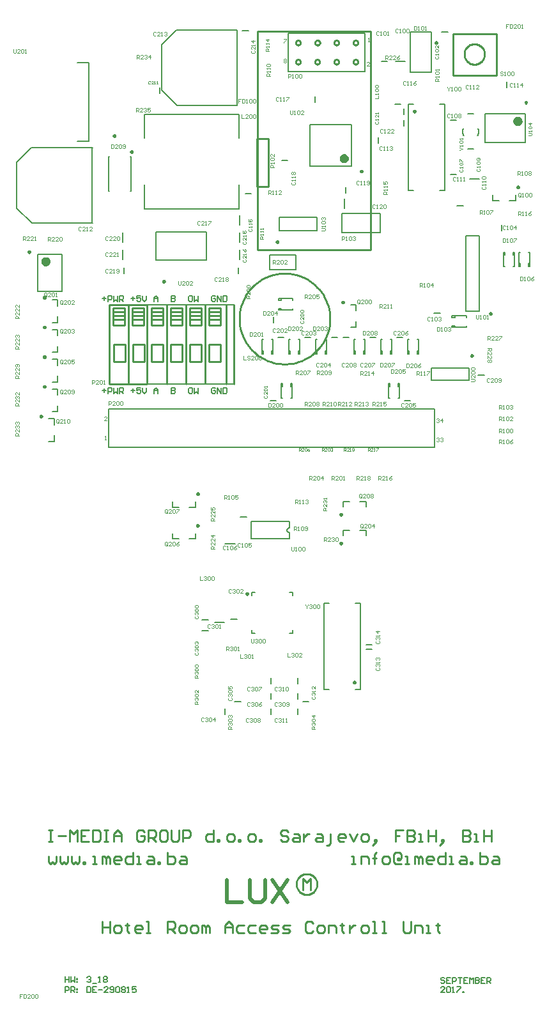
<source format=gto>
%FSDAX24Y24*%
%MOIN*%
%SFA1B1*%

%IPPOS*%
%ADD10C,0.005000*%
%ADD44C,0.010000*%
%ADD49C,0.019700*%
%ADD76C,0.009800*%
%ADD77C,0.023600*%
%ADD78C,0.007900*%
%ADD79C,0.003900*%
%ADD80C,0.004000*%
%LNde-290817-1*%
%LPD*%
G54D10*
X018250Y049850D02*
X018450D01*
X018350Y049950D02*
Y049750D01*
X018550Y049700D02*
Y050000D01*
X018700*
X018750Y049950*
Y049850*
X018700Y049800*
X018550*
X018850Y050000D02*
Y049700D01*
X018950Y049800*
X019050Y049700*
Y050000*
X019150Y049700D02*
Y050000D01*
X019300*
X019350Y049950*
Y049850*
X019300Y049800*
X019150*
X019250D02*
X019350Y049700D01*
X019750Y049850D02*
X019949D01*
X019849Y049950D02*
Y049750D01*
X020249Y050000D02*
X020049D01*
Y049850*
X020149Y049900*
X020199*
X020249Y049850*
Y049750*
X020199Y049700*
X020099*
X020049Y049750*
X020349Y050000D02*
Y049800D01*
X020449Y049700*
X020549Y049800*
Y050000*
X020949Y049700D02*
Y049900D01*
X021049Y050000*
X021149Y049900*
Y049700*
Y049850*
X020949*
X021849Y050000D02*
Y049700D01*
X021999*
X022049Y049750*
Y049800*
X021999Y049850*
X021849*
X021999*
X022049Y049900*
Y049950*
X021999Y050000*
X021849*
X022898D02*
X022799D01*
X022749Y049950*
Y049750*
X022799Y049700*
X022898*
X022948Y049750*
Y049950*
X022898Y050000*
X023048D02*
Y049700D01*
X023148Y049800*
X023248Y049700*
Y050000*
X024148Y049950D02*
X024098Y050000D01*
X023998*
X023948Y049950*
Y049750*
X023998Y049700*
X024098*
X024148Y049750*
Y049850*
X024048*
X024248Y049700D02*
Y050000D01*
X024448Y049700*
Y050000*
X024548D02*
Y049700D01*
X024698*
X024748Y049750*
Y049950*
X024698Y050000*
X024548*
X018250Y045050D02*
X018450D01*
X018350Y045150D02*
Y044950D01*
X018550Y044900D02*
Y045200D01*
X018700*
X018750Y045150*
Y045050*
X018700Y045000*
X018550*
X018850Y045200D02*
Y044900D01*
X018950Y045000*
X019050Y044900*
Y045200*
X019150Y044900D02*
Y045200D01*
X019300*
X019350Y045150*
Y045050*
X019300Y045000*
X019150*
X019250D02*
X019350Y044900D01*
X019750Y045050D02*
X019949D01*
X019849Y045150D02*
Y044950D01*
X020249Y045200D02*
X020049D01*
Y045050*
X020149Y045100*
X020199*
X020249Y045050*
Y044950*
X020199Y044900*
X020099*
X020049Y044950*
X020349Y045200D02*
Y045000D01*
X020449Y044900*
X020549Y045000*
Y045200*
X020949Y044900D02*
Y045100D01*
X021049Y045200*
X021149Y045100*
Y044900*
Y045050*
X020949*
X021849Y045200D02*
Y044900D01*
X021999*
X022049Y044950*
Y045000*
X021999Y045050*
X021849*
X021999*
X022049Y045100*
Y045150*
X021999Y045200*
X021849*
X022898D02*
X022799D01*
X022749Y045150*
Y044950*
X022799Y044900*
X022898*
X022948Y044950*
Y045150*
X022898Y045200*
X023048D02*
Y044900D01*
X023148Y045000*
X023248Y044900*
Y045200*
X024148Y045150D02*
X024098Y045200D01*
X023998*
X023948Y045150*
Y044950*
X023998Y044900*
X024098*
X024148Y044950*
Y045050*
X024048*
X024248Y044900D02*
Y045200D01*
X024448Y044900*
Y045200*
X024548D02*
Y044900D01*
X024698*
X024748Y044950*
Y045150*
X024698Y045200*
X024548*
X036100Y014380D02*
X036050Y014430D01*
X035950*
X035900Y014380*
Y014330*
X035950Y014280*
X036050*
X036100Y014230*
Y014180*
X036050Y014130*
X035950*
X035900Y014180*
X036400Y014430D02*
X036200D01*
Y014130*
X036400*
X036200Y014280D02*
X036300D01*
X036500Y014130D02*
Y014430D01*
X036650*
X036700Y014380*
Y014280*
X036650Y014230*
X036500*
X036800Y014430D02*
X037000D01*
X036900*
Y014130*
X037300Y014430D02*
X037100D01*
Y014130*
X037300*
X037100Y014280D02*
X037200D01*
X037400Y014130D02*
Y014430D01*
X037499Y014330*
X037599Y014430*
Y014130*
X037699Y014430D02*
Y014130D01*
X037849*
X037899Y014180*
Y014230*
X037849Y014280*
X037699*
X037849*
X037899Y014330*
Y014380*
X037849Y014430*
X037699*
X038199D02*
X037999D01*
Y014130*
X038199*
X037999Y014280D02*
X038099D01*
X038299Y014130D02*
Y014430D01*
X038449*
X038499Y014380*
Y014280*
X038449Y014230*
X038299*
X038399D02*
X038499Y014130D01*
X036100Y013650D02*
X035900D01*
X036100Y013850*
Y013900*
X036050Y013950*
X035950*
X035900Y013900*
X036200D02*
X036250Y013950D01*
X036350*
X036400Y013900*
Y013700*
X036350Y013650*
X036250*
X036200Y013700*
Y013900*
X036500Y013650D02*
X036600D01*
X036550*
Y013950*
X036500Y013900*
X036750Y013950D02*
X036950D01*
Y013900*
X036750Y013700*
Y013650*
X037050D02*
Y013700D01*
X037100*
Y013650*
X037050*
X016300Y014480D02*
Y014180D01*
Y014330*
X016500*
Y014480*
Y014180*
X016600Y014480D02*
Y014180D01*
X016700Y014280*
X016800Y014180*
Y014480*
X016900Y014380D02*
X016950D01*
Y014330*
X016900*
Y014380*
Y014230D02*
X016950D01*
Y014180*
X016900*
Y014230*
X017450Y014430D02*
X017500Y014480D01*
X017600*
X017650Y014430*
Y014380*
X017600Y014330*
X017550*
X017600*
X017650Y014280*
Y014230*
X017600Y014180*
X017500*
X017450Y014230*
X017750Y014130D02*
X017949D01*
X018049Y014180D02*
X018149D01*
X018099*
Y014480*
X018049Y014430*
X018299D02*
X018349Y014480D01*
X018449*
X018499Y014430*
Y014380*
X018449Y014330*
X018499Y014280*
Y014230*
X018449Y014180*
X018349*
X018299Y014230*
Y014280*
X018349Y014330*
X018299Y014380*
Y014430*
X018349Y014330D02*
X018449D01*
X016300Y013650D02*
Y013950D01*
X016450*
X016500Y013900*
Y013800*
X016450Y013750*
X016300*
X016600Y013650D02*
Y013950D01*
X016750*
X016800Y013900*
Y013800*
X016750Y013750*
X016600*
X016700D02*
X016800Y013650D01*
X016900Y013850D02*
X016950D01*
Y013800*
X016900*
Y013850*
Y013700D02*
X016950D01*
Y013650*
X016900*
Y013700*
X017450Y013950D02*
Y013650D01*
X017600*
X017650Y013700*
Y013900*
X017600Y013950*
X017450*
X017949D02*
X017750D01*
Y013650*
X017949*
X017750Y013800D02*
X017850D01*
X018049D02*
X018249D01*
X018549Y013650D02*
X018349D01*
X018549Y013850*
Y013900*
X018499Y013950*
X018399*
X018349Y013900*
X018649Y013700D02*
X018699Y013650D01*
X018799*
X018849Y013700*
Y013900*
X018799Y013950*
X018699*
X018649Y013900*
Y013850*
X018699Y013800*
X018849*
X018949Y013900D02*
X018999Y013950D01*
X019099*
X019149Y013900*
Y013700*
X019099Y013650*
X018999*
X018949Y013700*
Y013900*
X019249D02*
X019299Y013950D01*
X019399*
X019449Y013900*
Y013850*
X019399Y013800*
X019449Y013750*
Y013700*
X019399Y013650*
X019299*
X019249Y013700*
Y013750*
X019299Y013800*
X019249Y013850*
Y013900*
X019299Y013800D02*
X019399D01*
X019549Y013650D02*
X019649D01*
X019599*
Y013950*
X019549Y013900*
X019999Y013950D02*
X019799D01*
Y013800*
X019899Y013850*
X019949*
X019999Y013800*
Y013700*
X019949Y013650*
X019849*
X019799Y013700*
G54D44*
X029441Y019300D02*
D01*
X029439Y019337*
X029435Y019375*
X029429Y019412*
X029420Y019449*
X029408Y019485*
X029394Y019520*
X029377Y019553*
X029358Y019586*
X029337Y019617*
X029314Y019647*
X029289Y019675*
X029261Y019702*
X029233Y019726*
X029202Y019748*
X029170Y019768*
X029137Y019786*
X029102Y019801*
X029067Y019814*
X029030Y019824*
X028993Y019832*
X028956Y019838*
X028918Y019840*
X028881*
X028843Y019838*
X028806Y019832*
X028769Y019824*
X028732Y019814*
X028697Y019801*
X028662Y019786*
X028629Y019768*
X028597Y019748*
X028566Y019726*
X028538Y019702*
X028510Y019675*
X028485Y019647*
X028462Y019617*
X028441Y019586*
X028422Y019553*
X028405Y019520*
X028391Y019485*
X028379Y019449*
X028370Y019412*
X028364Y019375*
X028360Y019337*
X028359Y019300*
X028360Y019262*
X028364Y019224*
X028370Y019187*
X028379Y019150*
X028391Y019114*
X028405Y019079*
X028422Y019046*
X028441Y019013*
X028462Y018982*
X028485Y018952*
X028510Y018924*
X028538Y018897*
X028566Y018873*
X028597Y018851*
X028629Y018831*
X028662Y018813*
X028697Y018798*
X028732Y018785*
X028769Y018775*
X028806Y018767*
X028843Y018761*
X028881Y018759*
X028918*
X028956Y018761*
X028993Y018767*
X029030Y018775*
X029067Y018785*
X029102Y018798*
X029137Y018813*
X029170Y018831*
X029202Y018851*
X029233Y018873*
X029261Y018897*
X029289Y018924*
X029314Y018952*
X029337Y018982*
X029358Y019013*
X029377Y019046*
X029394Y019079*
X029408Y019114*
X029420Y019150*
X029429Y019187*
X029435Y019224*
X029439Y019262*
X029441Y019300*
X038182Y062600D02*
D01*
X038180Y062637*
X038176Y062674*
X038170Y062710*
X038161Y062746*
X038149Y062781*
X038136Y062816*
X038119Y062849*
X038101Y062881*
X038080Y062912*
X038057Y062941*
X038032Y062969*
X038005Y062995*
X037977Y063019*
X037947Y063041*
X037916Y063060*
X037883Y063078*
X037849Y063093*
X037814Y063105*
X037778Y063116*
X037742Y063123*
X037705Y063129*
X037668Y063131*
X037631*
X037594Y063129*
X037557Y063123*
X037521Y063116*
X037485Y063105*
X037450Y063093*
X037416Y063078*
X037384Y063060*
X037352Y063041*
X037322Y063019*
X037294Y062995*
X037267Y062969*
X037242Y062941*
X037219Y062912*
X037198Y062881*
X037180Y062849*
X037163Y062816*
X037150Y062781*
X037138Y062746*
X037129Y062710*
X037123Y062674*
X037119Y062637*
X037118Y062600*
X037119Y062562*
X037123Y062525*
X037129Y062489*
X037138Y062453*
X037150Y062418*
X037163Y062383*
X037180Y062350*
X037198Y062318*
X037219Y062287*
X037242Y062258*
X037267Y062230*
X037294Y062204*
X037322Y062180*
X037352Y062158*
X037384Y062139*
X037416Y062121*
X037450Y062106*
X037485Y062094*
X037521Y062083*
X037557Y062076*
X037594Y062070*
X037631Y062068*
X037668*
X037705Y062070*
X037742Y062076*
X037778Y062083*
X037814Y062094*
X037849Y062106*
X037883Y062121*
X037916Y062139*
X037947Y062158*
X037977Y062180*
X038005Y062204*
X038032Y062230*
X038057Y062258*
X038080Y062287*
X038101Y062318*
X038119Y062350*
X038136Y062383*
X038149Y062418*
X038161Y062453*
X038170Y062489*
X038176Y062525*
X038180Y062562*
X038182Y062600*
X031576Y063200D02*
D01*
X031575Y063208*
X031574Y063217*
X031573Y063226*
X031571Y063234*
X031568Y063243*
X031565Y063251*
X031561Y063259*
X031556Y063266*
X031551Y063274*
X031546Y063280*
X031540Y063287*
X031534Y063293*
X031527Y063299*
X031520Y063304*
X031513Y063309*
X031505Y063313*
X031497Y063316*
X031488Y063319*
X031480Y063322*
X031471Y063324*
X031463Y063325*
X031454Y063325*
X031445*
X031436Y063325*
X031428Y063324*
X031419Y063322*
X031411Y063319*
X031402Y063316*
X031394Y063313*
X031387Y063309*
X031379Y063304*
X031372Y063299*
X031365Y063293*
X031359Y063287*
X031353Y063280*
X031348Y063274*
X031343Y063266*
X031338Y063259*
X031334Y063251*
X031331Y063243*
X031328Y063234*
X031326Y063226*
X031325Y063217*
X031324Y063208*
X031324Y063200*
X031324Y063191*
X031325Y063182*
X031326Y063173*
X031328Y063165*
X031331Y063156*
X031334Y063148*
X031338Y063140*
X031343Y063133*
X031348Y063125*
X031353Y063119*
X031359Y063112*
X031365Y063106*
X031372Y063100*
X031379Y063095*
X031387Y063090*
X031394Y063086*
X031402Y063083*
X031411Y063080*
X031419Y063077*
X031428Y063075*
X031436Y063074*
X031445Y063074*
X031454*
X031463Y063074*
X031471Y063075*
X031480Y063077*
X031488Y063080*
X031497Y063083*
X031505Y063086*
X031513Y063090*
X031520Y063095*
X031527Y063100*
X031534Y063106*
X031540Y063112*
X031546Y063119*
X031551Y063125*
X031556Y063133*
X031561Y063140*
X031565Y063148*
X031568Y063156*
X031571Y063165*
X031573Y063173*
X031574Y063182*
X031575Y063191*
X031576Y063200*
X028576Y062200D02*
D01*
X028575Y062208*
X028574Y062217*
X028573Y062226*
X028571Y062234*
X028568Y062243*
X028565Y062251*
X028561Y062259*
X028556Y062266*
X028551Y062274*
X028546Y062280*
X028540Y062287*
X028534Y062293*
X028527Y062299*
X028520Y062304*
X028513Y062309*
X028505Y062313*
X028497Y062316*
X028488Y062319*
X028480Y062322*
X028471Y062324*
X028463Y062325*
X028454Y062325*
X028445*
X028436Y062325*
X028428Y062324*
X028419Y062322*
X028411Y062319*
X028402Y062316*
X028394Y062313*
X028387Y062309*
X028379Y062304*
X028372Y062299*
X028365Y062293*
X028359Y062287*
X028353Y062280*
X028348Y062274*
X028343Y062266*
X028338Y062259*
X028334Y062251*
X028331Y062243*
X028328Y062234*
X028326Y062226*
X028325Y062217*
X028324Y062208*
X028324Y062200*
X028324Y062191*
X028325Y062182*
X028326Y062173*
X028328Y062165*
X028331Y062156*
X028334Y062148*
X028338Y062140*
X028343Y062133*
X028348Y062125*
X028353Y062119*
X028359Y062112*
X028365Y062106*
X028372Y062100*
X028379Y062095*
X028387Y062090*
X028394Y062086*
X028402Y062083*
X028411Y062080*
X028419Y062077*
X028428Y062075*
X028436Y062074*
X028445Y062074*
X028454*
X028463Y062074*
X028471Y062075*
X028480Y062077*
X028488Y062080*
X028497Y062083*
X028505Y062086*
X028513Y062090*
X028520Y062095*
X028527Y062100*
X028534Y062106*
X028540Y062112*
X028546Y062119*
X028551Y062125*
X028556Y062133*
X028561Y062140*
X028565Y062148*
X028568Y062156*
X028571Y062165*
X028573Y062173*
X028574Y062182*
X028575Y062191*
X028576Y062200*
X029576D02*
D01*
X029575Y062208*
X029574Y062217*
X029573Y062226*
X029571Y062234*
X029568Y062243*
X029565Y062251*
X029561Y062259*
X029556Y062266*
X029551Y062274*
X029546Y062280*
X029540Y062287*
X029534Y062293*
X029527Y062299*
X029520Y062304*
X029513Y062309*
X029505Y062313*
X029497Y062316*
X029488Y062319*
X029480Y062322*
X029471Y062324*
X029463Y062325*
X029454Y062325*
X029445*
X029436Y062325*
X029428Y062324*
X029419Y062322*
X029411Y062319*
X029402Y062316*
X029394Y062313*
X029387Y062309*
X029379Y062304*
X029372Y062299*
X029365Y062293*
X029359Y062287*
X029353Y062280*
X029348Y062274*
X029343Y062266*
X029338Y062259*
X029334Y062251*
X029331Y062243*
X029328Y062234*
X029326Y062226*
X029325Y062217*
X029324Y062208*
X029324Y062200*
X029324Y062191*
X029325Y062182*
X029326Y062173*
X029328Y062165*
X029331Y062156*
X029334Y062148*
X029338Y062140*
X029343Y062133*
X029348Y062125*
X029353Y062119*
X029359Y062112*
X029365Y062106*
X029372Y062100*
X029379Y062095*
X029387Y062090*
X029394Y062086*
X029402Y062083*
X029411Y062080*
X029419Y062077*
X029428Y062075*
X029436Y062074*
X029445Y062074*
X029454*
X029463Y062074*
X029471Y062075*
X029480Y062077*
X029488Y062080*
X029497Y062083*
X029505Y062086*
X029513Y062090*
X029520Y062095*
X029527Y062100*
X029534Y062106*
X029540Y062112*
X029546Y062119*
X029551Y062125*
X029556Y062133*
X029561Y062140*
X029565Y062148*
X029568Y062156*
X029571Y062165*
X029573Y062173*
X029574Y062182*
X029575Y062191*
X029576Y062200*
X030576Y063200D02*
D01*
X030575Y063208*
X030574Y063217*
X030573Y063226*
X030571Y063234*
X030568Y063243*
X030565Y063251*
X030561Y063259*
X030556Y063266*
X030551Y063274*
X030546Y063280*
X030540Y063287*
X030534Y063293*
X030527Y063299*
X030520Y063304*
X030513Y063309*
X030505Y063313*
X030497Y063316*
X030488Y063319*
X030480Y063322*
X030471Y063324*
X030463Y063325*
X030454Y063325*
X030445*
X030436Y063325*
X030428Y063324*
X030419Y063322*
X030411Y063319*
X030402Y063316*
X030394Y063313*
X030387Y063309*
X030379Y063304*
X030372Y063299*
X030365Y063293*
X030359Y063287*
X030353Y063280*
X030348Y063274*
X030343Y063266*
X030338Y063259*
X030334Y063251*
X030331Y063243*
X030328Y063234*
X030326Y063226*
X030325Y063217*
X030324Y063208*
X030324Y063200*
X030324Y063191*
X030325Y063182*
X030326Y063173*
X030328Y063165*
X030331Y063156*
X030334Y063148*
X030338Y063140*
X030343Y063133*
X030348Y063125*
X030353Y063119*
X030359Y063112*
X030365Y063106*
X030372Y063100*
X030379Y063095*
X030387Y063090*
X030394Y063086*
X030402Y063083*
X030411Y063080*
X030419Y063077*
X030428Y063075*
X030436Y063074*
X030445Y063074*
X030454*
X030463Y063074*
X030471Y063075*
X030480Y063077*
X030488Y063080*
X030497Y063083*
X030505Y063086*
X030513Y063090*
X030520Y063095*
X030527Y063100*
X030534Y063106*
X030540Y063112*
X030546Y063119*
X030551Y063125*
X030556Y063133*
X030561Y063140*
X030565Y063148*
X030568Y063156*
X030571Y063165*
X030573Y063173*
X030574Y063182*
X030575Y063191*
X030576Y063200*
Y062200D02*
D01*
X030575Y062208*
X030574Y062217*
X030573Y062226*
X030571Y062234*
X030568Y062243*
X030565Y062251*
X030561Y062259*
X030556Y062266*
X030551Y062274*
X030546Y062280*
X030540Y062287*
X030534Y062293*
X030527Y062299*
X030520Y062304*
X030513Y062309*
X030505Y062313*
X030497Y062316*
X030488Y062319*
X030480Y062322*
X030471Y062324*
X030463Y062325*
X030454Y062325*
X030445*
X030436Y062325*
X030428Y062324*
X030419Y062322*
X030411Y062319*
X030402Y062316*
X030394Y062313*
X030387Y062309*
X030379Y062304*
X030372Y062299*
X030365Y062293*
X030359Y062287*
X030353Y062280*
X030348Y062274*
X030343Y062266*
X030338Y062259*
X030334Y062251*
X030331Y062243*
X030328Y062234*
X030326Y062226*
X030325Y062217*
X030324Y062208*
X030324Y062200*
X030324Y062191*
X030325Y062182*
X030326Y062173*
X030328Y062165*
X030331Y062156*
X030334Y062148*
X030338Y062140*
X030343Y062133*
X030348Y062125*
X030353Y062119*
X030359Y062112*
X030365Y062106*
X030372Y062100*
X030379Y062095*
X030387Y062090*
X030394Y062086*
X030402Y062083*
X030411Y062080*
X030419Y062077*
X030428Y062075*
X030436Y062074*
X030445Y062074*
X030454*
X030463Y062074*
X030471Y062075*
X030480Y062077*
X030488Y062080*
X030497Y062083*
X030505Y062086*
X030513Y062090*
X030520Y062095*
X030527Y062100*
X030534Y062106*
X030540Y062112*
X030546Y062119*
X030551Y062125*
X030556Y062133*
X030561Y062140*
X030565Y062148*
X030568Y062156*
X030571Y062165*
X030573Y062173*
X030574Y062182*
X030575Y062191*
X030576Y062200*
X029588Y063200D02*
D01*
X029587Y063208*
X029586Y063217*
X029585Y063226*
X029583Y063234*
X029580Y063243*
X029577Y063251*
X029573Y063259*
X029568Y063266*
X029563Y063274*
X029558Y063280*
X029552Y063287*
X029546Y063293*
X029539Y063299*
X029532Y063304*
X029525Y063309*
X029517Y063313*
X029509Y063316*
X029500Y063319*
X029492Y063322*
X029483Y063324*
X029475Y063325*
X029466Y063325*
X029457*
X029448Y063325*
X029440Y063324*
X029431Y063322*
X029423Y063319*
X029414Y063316*
X029406Y063313*
X029399Y063309*
X029391Y063304*
X029384Y063299*
X029377Y063293*
X029371Y063287*
X029365Y063280*
X029360Y063274*
X029355Y063266*
X029350Y063259*
X029346Y063251*
X029343Y063243*
X029340Y063234*
X029338Y063226*
X029337Y063217*
X029336Y063208*
X029336Y063200*
X029336Y063191*
X029337Y063182*
X029338Y063173*
X029340Y063165*
X029343Y063156*
X029346Y063148*
X029350Y063140*
X029355Y063133*
X029360Y063125*
X029365Y063119*
X029371Y063112*
X029377Y063106*
X029384Y063100*
X029391Y063095*
X029399Y063090*
X029406Y063086*
X029414Y063083*
X029423Y063080*
X029431Y063077*
X029440Y063075*
X029448Y063074*
X029457Y063074*
X029466*
X029475Y063074*
X029483Y063075*
X029492Y063077*
X029500Y063080*
X029509Y063083*
X029517Y063086*
X029525Y063090*
X029532Y063095*
X029539Y063100*
X029546Y063106*
X029552Y063112*
X029558Y063119*
X029563Y063125*
X029568Y063133*
X029573Y063140*
X029577Y063148*
X029580Y063156*
X029583Y063165*
X029585Y063173*
X029586Y063182*
X029587Y063191*
X029588Y063200*
X031576Y062200D02*
D01*
X031575Y062208*
X031574Y062217*
X031573Y062226*
X031571Y062234*
X031568Y062243*
X031565Y062251*
X031561Y062259*
X031556Y062266*
X031551Y062274*
X031546Y062280*
X031540Y062287*
X031534Y062293*
X031527Y062299*
X031520Y062304*
X031513Y062309*
X031505Y062313*
X031497Y062316*
X031488Y062319*
X031480Y062322*
X031471Y062324*
X031463Y062325*
X031454Y062325*
X031445*
X031436Y062325*
X031428Y062324*
X031419Y062322*
X031411Y062319*
X031402Y062316*
X031394Y062313*
X031387Y062309*
X031379Y062304*
X031372Y062299*
X031365Y062293*
X031359Y062287*
X031353Y062280*
X031348Y062274*
X031343Y062266*
X031338Y062259*
X031334Y062251*
X031331Y062243*
X031328Y062234*
X031326Y062226*
X031325Y062217*
X031324Y062208*
X031324Y062200*
X031324Y062191*
X031325Y062182*
X031326Y062173*
X031328Y062165*
X031331Y062156*
X031334Y062148*
X031338Y062140*
X031343Y062133*
X031348Y062125*
X031353Y062119*
X031359Y062112*
X031365Y062106*
X031372Y062100*
X031379Y062095*
X031387Y062090*
X031394Y062086*
X031402Y062083*
X031411Y062080*
X031419Y062077*
X031428Y062075*
X031436Y062074*
X031445Y062074*
X031454*
X031463Y062074*
X031471Y062075*
X031480Y062077*
X031488Y062080*
X031497Y062083*
X031505Y062086*
X031513Y062090*
X031520Y062095*
X031527Y062100*
X031534Y062106*
X031540Y062112*
X031546Y062119*
X031551Y062125*
X031556Y062133*
X031561Y062140*
X031565Y062148*
X031568Y062156*
X031571Y062165*
X031573Y062173*
X031574Y062182*
X031575Y062191*
X031576Y062200*
X028576Y063200D02*
D01*
X028575Y063208*
X028574Y063217*
X028573Y063226*
X028571Y063234*
X028568Y063243*
X028565Y063251*
X028561Y063259*
X028556Y063266*
X028551Y063274*
X028546Y063280*
X028540Y063287*
X028534Y063293*
X028527Y063299*
X028520Y063304*
X028513Y063309*
X028505Y063313*
X028497Y063316*
X028488Y063319*
X028480Y063322*
X028471Y063324*
X028463Y063325*
X028454Y063325*
X028445*
X028436Y063325*
X028428Y063324*
X028419Y063322*
X028411Y063319*
X028402Y063316*
X028394Y063313*
X028387Y063309*
X028379Y063304*
X028372Y063299*
X028365Y063293*
X028359Y063287*
X028353Y063280*
X028348Y063274*
X028343Y063266*
X028338Y063259*
X028334Y063251*
X028331Y063243*
X028328Y063234*
X028326Y063226*
X028325Y063217*
X028324Y063208*
X028324Y063200*
X028324Y063191*
X028325Y063182*
X028326Y063173*
X028328Y063165*
X028331Y063156*
X028334Y063148*
X028338Y063140*
X028343Y063133*
X028348Y063125*
X028353Y063119*
X028359Y063112*
X028365Y063106*
X028372Y063100*
X028379Y063095*
X028387Y063090*
X028394Y063086*
X028402Y063083*
X028411Y063080*
X028419Y063077*
X028428Y063075*
X028436Y063074*
X028445Y063074*
X028454*
X028463Y063074*
X028471Y063075*
X028480Y063077*
X028488Y063080*
X028497Y063083*
X028505Y063086*
X028513Y063090*
X028520Y063095*
X028527Y063100*
X028534Y063106*
X028540Y063112*
X028546Y063119*
X028551Y063125*
X028556Y063133*
X028561Y063140*
X028565Y063148*
X028568Y063156*
X028571Y063165*
X028573Y063173*
X028574Y063182*
X028575Y063191*
X028576Y063200*
X030112Y048800D02*
D01*
X030106Y048964*
X030089Y049128*
X030060Y049291*
X030020Y049451*
X029969Y049607*
X029907Y049760*
X029835Y049908*
X029753Y050051*
X029660Y050188*
X029559Y050318*
X029449Y050440*
X029330Y050555*
X029204Y050661*
X029070Y050758*
X028931Y050845*
X028785Y050922*
X028634Y050990*
X028479Y051046*
X028321Y051091*
X028160Y051126*
X027996Y051149*
X027832Y051160*
X027667*
X027503Y051149*
X027339Y051126*
X027178Y051091*
X027020Y051046*
X026865Y050990*
X026714Y050922*
X026568Y050845*
X026429Y050758*
X026295Y050661*
X026169Y050555*
X026050Y050440*
X025940Y050318*
X025839Y050188*
X025746Y050051*
X025664Y049908*
X025592Y049760*
X025530Y049607*
X025479Y049451*
X025439Y049291*
X025410Y049128*
X025393Y048964*
X025388Y048800*
X025393Y048635*
X025410Y048471*
X025439Y048308*
X025479Y048148*
X025530Y047992*
X025592Y047839*
X025664Y047691*
X025746Y047548*
X025839Y047411*
X025940Y047281*
X026050Y047159*
X026169Y047044*
X026295Y046938*
X026429Y046841*
X026569Y046754*
X026714Y046677*
X026865Y046609*
X027020Y046553*
X027178Y046508*
X027339Y046473*
X027503Y046450*
X027667Y046439*
X027832*
X027996Y046450*
X028160Y046473*
X028321Y046508*
X028479Y046553*
X028634Y046609*
X028785Y046677*
X028931Y046754*
X029070Y046841*
X029204Y046938*
X029330Y047044*
X029449Y047159*
X029559Y047281*
X029660Y047411*
X029753Y047548*
X029835Y047691*
X029907Y047839*
X029969Y047992*
X030020Y048148*
X030060Y048308*
X030089Y048471*
X030106Y048635*
X030112Y048800*
X018800Y048750D02*
X019400D01*
X018800Y048950D02*
X019400D01*
X018600Y045391D02*
Y049484D01*
X018800Y049350D02*
X019400D01*
X018800Y048450D02*
Y049350D01*
Y048450D02*
X019400D01*
Y049350*
X018824Y047450D02*
X019424D01*
X018824Y046550D02*
Y047450D01*
Y046550D02*
X019424D01*
Y047450*
X018800Y049150D02*
X019400D01*
X019800Y048750D02*
X020400D01*
X019800Y048950D02*
X020400D01*
X019600Y045391D02*
Y049484D01*
X019800Y049350D02*
X020400D01*
X019800Y048450D02*
Y049350D01*
Y048450D02*
X020400D01*
Y049350*
X019824Y047450D02*
X020424D01*
X019824Y046550D02*
Y047450D01*
Y046550D02*
X020424D01*
Y047450*
X019800Y049150D02*
X020400D01*
X023800D02*
X024400D01*
X022800D02*
X023400D01*
X021800D02*
X022400D01*
X020800D02*
X021400D01*
Y046550D02*
Y047450D01*
X020800Y046550D02*
X021400D01*
X020800D02*
Y047450D01*
X021400*
X022400Y046550D02*
Y047450D01*
X021800Y046550D02*
X022400D01*
X021800D02*
Y047450D01*
X022400*
X023400Y046550D02*
Y047450D01*
X022800Y046550D02*
X023400D01*
X022800D02*
Y047450D01*
X023400*
X024400Y046550D02*
Y047450D01*
X023800Y046550D02*
X024400D01*
X023800D02*
Y047450D01*
X024400*
X021400Y048450D02*
Y049350D01*
X020800Y048450D02*
X021400D01*
X020800D02*
Y049350D01*
X021400*
X022400Y048450D02*
Y049350D01*
X021800Y048450D02*
X022400D01*
X021800D02*
Y049350D01*
X022400*
X023400Y048450D02*
Y049350D01*
X022800Y048450D02*
X023400D01*
X022800D02*
Y049350D01*
X023400*
X021600Y045391D02*
Y049525D01*
X022600Y045391D02*
Y049525D01*
X023600Y045450D02*
Y049525D01*
X024700Y045391D02*
Y049525D01*
X023800Y049350D02*
X024400D01*
X023800Y048450D02*
Y049350D01*
Y048450D02*
X024400D01*
Y049350*
X020576Y045391D02*
Y049525D01*
X025104Y045391D02*
Y049525D01*
X023800Y048950D02*
X024400D01*
X022800D02*
X023400D01*
X023800Y048750D02*
X024400D01*
X022800D02*
X023400D01*
X021800D02*
X022400D01*
X021800Y048950D02*
X022400D01*
X020800D02*
X021400D01*
X020800Y048750D02*
X021400D01*
X018641Y045391D02*
X020576D01*
X018600Y049525D02*
X020576D01*
X026900Y055700D02*
Y058200D01*
X026300D02*
X026900D01*
X026300Y055700D02*
Y058200D01*
Y055700D02*
X026900D01*
X036550Y061500D02*
Y063650D01*
Y061500D02*
X038800D01*
Y063650*
X036550D02*
X038800D01*
X032237Y052381D02*
Y063798D01*
X026332Y052381D02*
Y063798D01*
X032237*
X026332Y052381D02*
X032237D01*
X028700Y019000D02*
Y019600D01*
X028900Y019400*
X029100Y019600*
Y019000*
X015450Y022110D02*
X015650D01*
X015550*
Y021510*
X015450*
X015650*
X015950Y021810D02*
X016350D01*
X016550Y021510D02*
Y022110D01*
X016750Y021910*
X016950Y022110*
Y021510*
X017549Y022110D02*
X017149D01*
Y021510*
X017549*
X017149Y021810D02*
X017349D01*
X017749Y022110D02*
Y021510D01*
X018049*
X018149Y021610*
Y022010*
X018049Y022110*
X017749*
X018349D02*
X018549D01*
X018449*
Y021510*
X018349*
X018549*
X018849D02*
Y021910D01*
X019049Y022110*
X019249Y021910*
Y021510*
Y021810*
X018849*
X020448Y022010D02*
X020348Y022110D01*
X020148*
X020049Y022010*
Y021610*
X020148Y021510*
X020348*
X020448Y021610*
Y021810*
X020248*
X020648Y021510D02*
Y022110D01*
X020948*
X021048Y022010*
Y021810*
X020948Y021710*
X020648*
X020848D02*
X021048Y021510D01*
X021548Y022110D02*
X021348D01*
X021248Y022010*
Y021610*
X021348Y021510*
X021548*
X021648Y021610*
Y022010*
X021548Y022110*
X021848D02*
Y021610D01*
X021948Y021510*
X022148*
X022248Y021610*
Y022110*
X022448Y021510D02*
Y022110D01*
X022748*
X022848Y022010*
Y021810*
X022748Y021710*
X022448*
X024047Y022110D02*
Y021510D01*
X023747*
X023647Y021610*
Y021810*
X023747Y021910*
X024047*
X024247Y021510D02*
Y021610D01*
X024347*
Y021510*
X024247*
X024847D02*
X025047D01*
X025147Y021610*
Y021810*
X025047Y021910*
X024847*
X024747Y021810*
Y021610*
X024847Y021510*
X025347D02*
Y021610D01*
X025447*
Y021510*
X025347*
X025947D02*
X026147D01*
X026247Y021610*
Y021810*
X026147Y021910*
X025947*
X025847Y021810*
Y021610*
X025947Y021510*
X026446D02*
Y021610D01*
X026546*
Y021510*
X026446*
X027946Y022010D02*
X027846Y022110D01*
X027646*
X027546Y022010*
Y021910*
X027646Y021810*
X027846*
X027946Y021710*
Y021610*
X027846Y021510*
X027646*
X027546Y021610*
X028246Y021910D02*
X028446D01*
X028546Y021810*
Y021510*
X028246*
X028146Y021610*
X028246Y021710*
X028546*
X028746Y021910D02*
Y021510D01*
Y021710*
X028846Y021810*
X028946Y021910*
X029046*
X029445D02*
X029645D01*
X029745Y021810*
Y021510*
X029445*
X029346Y021610*
X029445Y021710*
X029745*
X029945Y021310D02*
X030045D01*
X030145Y021410*
Y021910*
X030845Y021510D02*
X030645D01*
X030545Y021610*
Y021810*
X030645Y021910*
X030845*
X030945Y021810*
Y021710*
X030545*
X031145Y021910D02*
X031345Y021510D01*
X031545Y021910*
X031845Y021510D02*
X032045D01*
X032145Y021610*
Y021810*
X032045Y021910*
X031845*
X031745Y021810*
Y021610*
X031845Y021510*
X032445Y021410D02*
X032544Y021510D01*
Y021610*
X032445*
Y021510*
X032544*
X032445Y021410*
X032345Y021310*
X033944Y022110D02*
X033544D01*
Y021810*
X033744*
X033544*
Y021510*
X034144Y022110D02*
Y021510D01*
X034444*
X034544Y021610*
Y021710*
X034444Y021810*
X034144*
X034444*
X034544Y021910*
Y022010*
X034444Y022110*
X034144*
X034744Y021510D02*
X034944D01*
X034844*
Y021910*
X034744*
X035244Y022110D02*
Y021510D01*
Y021810*
X035643*
Y022110*
Y021510*
X035943Y021410D02*
X036043Y021510D01*
Y021610*
X035943*
Y021510*
X036043*
X035943Y021410*
X035843Y021310*
X037043Y022110D02*
Y021510D01*
X037343*
X037443Y021610*
Y021710*
X037343Y021810*
X037043*
X037343*
X037443Y021910*
Y022010*
X037343Y022110*
X037043*
X037643Y021510D02*
X037843D01*
X037743*
Y021910*
X037643*
X038143Y022110D02*
Y021510D01*
Y021810*
X038543*
Y022110*
Y021510*
X015450Y020750D02*
Y020450D01*
X015550Y020350*
X015650Y020450*
X015750Y020350*
X015850Y020450*
Y020750*
X016050D02*
Y020450D01*
X016150Y020350*
X016250Y020450*
X016350Y020350*
X016450Y020450*
Y020750*
X016650D02*
Y020450D01*
X016750Y020350*
X016850Y020450*
X016950Y020350*
X017049Y020450*
Y020750*
X017249Y020350D02*
Y020450D01*
X017349*
Y020350*
X017249*
X017749D02*
X017949D01*
X017849*
Y020750*
X017749*
X018249Y020350D02*
Y020750D01*
X018349*
X018449Y020650*
Y020350*
Y020650*
X018549Y020750*
X018649Y020650*
Y020350*
X019149D02*
X018949D01*
X018849Y020450*
Y020650*
X018949Y020750*
X019149*
X019249Y020650*
Y020550*
X018849*
X019849Y020950D02*
Y020350D01*
X019549*
X019449Y020450*
Y020650*
X019549Y020750*
X019849*
X020049Y020350D02*
X020248D01*
X020148*
Y020750*
X020049*
X020648D02*
X020848D01*
X020948Y020650*
Y020350*
X020648*
X020548Y020450*
X020648Y020550*
X020948*
X021148Y020350D02*
Y020450D01*
X021248*
Y020350*
X021148*
X021648Y020950D02*
Y020350D01*
X021948*
X022048Y020450*
Y020550*
Y020650*
X021948Y020750*
X021648*
X022348D02*
X022548D01*
X022648Y020650*
Y020350*
X022348*
X022248Y020450*
X022348Y020550*
X022648*
X031245Y020350D02*
X031445D01*
X031345*
Y020750*
X031245*
X031745Y020350D02*
Y020750D01*
X032045*
X032145Y020650*
Y020350*
X032445D02*
Y020850D01*
Y020650*
X032345*
X032544*
X032445*
Y020850*
X032544Y020950*
X032944Y020350D02*
X033144D01*
X033244Y020450*
Y020650*
X033144Y020750*
X032944*
X032844Y020650*
Y020450*
X032944Y020350*
X033744Y020550D02*
Y020650D01*
X033644*
Y020550*
X033744*
X033844Y020650*
Y020850*
X033744Y020950*
X033544*
X033444Y020850*
Y020450*
X033544Y020350*
X033844*
X034044D02*
X034244D01*
X034144*
Y020750*
X034044*
X034544Y020350D02*
Y020750D01*
X034644*
X034744Y020650*
Y020350*
Y020650*
X034844Y020750*
X034944Y020650*
Y020350*
X035444D02*
X035244D01*
X035144Y020450*
Y020650*
X035244Y020750*
X035444*
X035543Y020650*
Y020550*
X035144*
X036143Y020950D02*
Y020350D01*
X035843*
X035743Y020450*
Y020650*
X035843Y020750*
X036143*
X036343Y020350D02*
X036543D01*
X036443*
Y020750*
X036343*
X036943D02*
X037143D01*
X037243Y020650*
Y020350*
X036943*
X036843Y020450*
X036943Y020550*
X037243*
X037443Y020350D02*
Y020450D01*
X037543*
Y020350*
X037443*
X037943Y020950D02*
Y020350D01*
X038243*
X038343Y020450*
Y020550*
Y020650*
X038243Y020750*
X037943*
X038642D02*
X038842D01*
X038942Y020650*
Y020350*
X038642*
X038543Y020450*
X038642Y020550*
X038942*
X018250Y017350D02*
Y016750D01*
Y017050*
X018650*
Y017350*
Y016750*
X018950D02*
X019150D01*
X019250Y016850*
Y017050*
X019150Y017150*
X018950*
X018850Y017050*
Y016850*
X018950Y016750*
X019550Y017250D02*
Y017150D01*
X019450*
X019650*
X019550*
Y016850*
X019650Y016750*
X020249D02*
X020049D01*
X019949Y016850*
Y017050*
X020049Y017150*
X020249*
X020349Y017050*
Y016950*
X019949*
X020549Y016750D02*
X020749D01*
X020649*
Y017350*
X020549*
X021649Y016750D02*
Y017350D01*
X021949*
X022049Y017250*
Y017050*
X021949Y016950*
X021649*
X021849D02*
X022049Y016750D01*
X022349D02*
X022549D01*
X022649Y016850*
Y017050*
X022549Y017150*
X022349*
X022249Y017050*
Y016850*
X022349Y016750*
X022948D02*
X023148D01*
X023248Y016850*
Y017050*
X023148Y017150*
X022948*
X022849Y017050*
Y016850*
X022948Y016750*
X023448D02*
Y017150D01*
X023548*
X023648Y017050*
Y016750*
Y017050*
X023748Y017150*
X023848Y017050*
Y016750*
X024648D02*
Y017150D01*
X024848Y017350*
X025048Y017150*
Y016750*
Y017050*
X024648*
X025648Y017150D02*
X025348D01*
X025248Y017050*
Y016850*
X025348Y016750*
X025648*
X026247Y017150D02*
X025948D01*
X025848Y017050*
Y016850*
X025948Y016750*
X026247*
X026747D02*
X026547D01*
X026447Y016850*
Y017050*
X026547Y017150*
X026747*
X026847Y017050*
Y016950*
X026447*
X027047Y016750D02*
X027347D01*
X027447Y016850*
X027347Y016950*
X027147*
X027047Y017050*
X027147Y017150*
X027447*
X027647Y016750D02*
X027947D01*
X028047Y016850*
X027947Y016950*
X027747*
X027647Y017050*
X027747Y017150*
X028047*
X029246Y017250D02*
X029146Y017350D01*
X028947*
X028847Y017250*
Y016850*
X028947Y016750*
X029146*
X029246Y016850*
X029546Y016750D02*
X029746D01*
X029846Y016850*
Y017050*
X029746Y017150*
X029546*
X029446Y017050*
Y016850*
X029546Y016750*
X030046D02*
Y017150D01*
X030346*
X030446Y017050*
Y016750*
X030746Y017250D02*
Y017150D01*
X030646*
X030846*
X030746*
Y016850*
X030846Y016750*
X031146Y017150D02*
Y016750D01*
Y016950*
X031246Y017050*
X031346Y017150*
X031446*
X031846Y016750D02*
X032046D01*
X032146Y016850*
Y017050*
X032046Y017150*
X031846*
X031746Y017050*
Y016850*
X031846Y016750*
X032345D02*
X032545D01*
X032445*
Y017350*
X032345*
X032845Y016750D02*
X033045D01*
X032945*
Y017350*
X032845*
X033945D02*
Y016850D01*
X034045Y016750*
X034245*
X034345Y016850*
Y017350*
X034545Y016750D02*
Y017150D01*
X034845*
X034945Y017050*
Y016750*
X035145D02*
X035344D01*
X035245*
Y017150*
X035145*
X035744Y017250D02*
Y017150D01*
X035644*
X035844*
X035744*
Y016850*
X035844Y016750*
G54D49*
X024750Y019531D02*
Y018350D01*
X025537*
X025931Y019531D02*
Y018547D01*
X026128Y018350*
X026521*
X026718Y018547*
Y019531*
X027111D02*
X027899Y018350D01*
Y019531D02*
X027111Y018350D01*
G54D76*
X019809Y057511D02*
D01*
X019808Y057514*
X019808Y057517*
X019807Y057521*
X019807Y057524*
X019806Y057527*
X019804Y057530*
X019803Y057534*
X019801Y057536*
X019799Y057539*
X019797Y057542*
X019795Y057545*
X019792Y057547*
X019790Y057549*
X019787Y057551*
X019784Y057553*
X019781Y057555*
X019778Y057556*
X019775Y057557*
X019771Y057558*
X019768Y057559*
X019765Y057559*
X019761Y057559*
X019758*
X019754Y057559*
X019751Y057559*
X019748Y057558*
X019744Y057557*
X019741Y057556*
X019738Y057555*
X019735Y057553*
X019732Y057551*
X019729Y057549*
X019727Y057547*
X019724Y057545*
X019722Y057542*
X019720Y057539*
X019718Y057536*
X019716Y057534*
X019715Y057530*
X019713Y057527*
X019712Y057524*
X019712Y057521*
X019711Y057517*
X019711Y057514*
X019711Y057511*
X019711Y057507*
X019711Y057504*
X019712Y057500*
X019712Y057497*
X019713Y057494*
X019715Y057491*
X019716Y057487*
X019718Y057485*
X019720Y057482*
X019722Y057479*
X019724Y057476*
X019727Y057474*
X019729Y057472*
X019732Y057470*
X019735Y057468*
X019738Y057466*
X019741Y057465*
X019744Y057464*
X019748Y057463*
X019751Y057462*
X019754Y057462*
X019758Y057462*
X019761*
X019765Y057462*
X019768Y057462*
X019771Y057463*
X019775Y057464*
X019778Y057465*
X019781Y057466*
X019784Y057468*
X019787Y057470*
X019790Y057472*
X019792Y057474*
X019795Y057476*
X019797Y057479*
X019799Y057482*
X019801Y057485*
X019803Y057487*
X019804Y057491*
X019806Y057494*
X019807Y057497*
X019807Y057500*
X019808Y057504*
X019808Y057507*
X019809Y057511*
X031429Y029830D02*
D01*
X031428Y029833*
X031428Y029836*
X031427Y029840*
X031427Y029843*
X031426Y029846*
X031424Y029849*
X031423Y029853*
X031421Y029855*
X031419Y029858*
X031417Y029861*
X031415Y029864*
X031412Y029866*
X031410Y029868*
X031407Y029870*
X031404Y029872*
X031401Y029874*
X031398Y029875*
X031395Y029876*
X031391Y029877*
X031388Y029878*
X031385Y029878*
X031381Y029878*
X031378*
X031374Y029878*
X031371Y029878*
X031368Y029877*
X031364Y029876*
X031361Y029875*
X031358Y029874*
X031355Y029872*
X031352Y029870*
X031349Y029868*
X031347Y029866*
X031344Y029864*
X031342Y029861*
X031340Y029858*
X031338Y029855*
X031336Y029853*
X031335Y029849*
X031333Y029846*
X031332Y029843*
X031332Y029840*
X031331Y029836*
X031331Y029833*
X031331Y029830*
X031331Y029826*
X031331Y029823*
X031332Y029819*
X031332Y029816*
X031333Y029813*
X031335Y029810*
X031336Y029806*
X031338Y029804*
X031340Y029801*
X031342Y029798*
X031344Y029795*
X031347Y029793*
X031349Y029791*
X031352Y029789*
X031355Y029787*
X031358Y029785*
X031361Y029784*
X031364Y029783*
X031368Y029782*
X031371Y029781*
X031374Y029781*
X031378Y029781*
X031381*
X031385Y029781*
X031388Y029781*
X031391Y029782*
X031395Y029783*
X031398Y029784*
X031401Y029785*
X031404Y029787*
X031407Y029789*
X031410Y029791*
X031412Y029793*
X031415Y029795*
X031417Y029798*
X031419Y029801*
X031421Y029804*
X031423Y029806*
X031424Y029810*
X031426Y029813*
X031427Y029816*
X031427Y029819*
X031428Y029823*
X031428Y029826*
X031429Y029830*
X021494Y050750D02*
D01*
X021493Y050753*
X021493Y050756*
X021492Y050760*
X021492Y050763*
X021491Y050766*
X021489Y050769*
X021488Y050773*
X021486Y050775*
X021484Y050778*
X021482Y050781*
X021480Y050784*
X021477Y050786*
X021475Y050788*
X021472Y050790*
X021469Y050792*
X021466Y050794*
X021463Y050795*
X021460Y050796*
X021456Y050797*
X021453Y050798*
X021450Y050798*
X021446Y050798*
X021443*
X021439Y050798*
X021436Y050798*
X021433Y050797*
X021429Y050796*
X021426Y050795*
X021423Y050794*
X021420Y050792*
X021417Y050790*
X021414Y050788*
X021412Y050786*
X021409Y050784*
X021407Y050781*
X021405Y050778*
X021403Y050775*
X021401Y050773*
X021400Y050769*
X021398Y050766*
X021397Y050763*
X021397Y050760*
X021396Y050756*
X021396Y050753*
X021396Y050750*
X021396Y050746*
X021396Y050743*
X021397Y050739*
X021397Y050736*
X021398Y050733*
X021400Y050730*
X021401Y050726*
X021403Y050724*
X021405Y050721*
X021407Y050718*
X021409Y050715*
X021412Y050713*
X021414Y050711*
X021417Y050709*
X021420Y050707*
X021423Y050705*
X021426Y050704*
X021429Y050703*
X021433Y050702*
X021436Y050701*
X021439Y050701*
X021443Y050701*
X021446*
X021450Y050701*
X021453Y050701*
X021456Y050702*
X021460Y050703*
X021463Y050704*
X021466Y050705*
X021469Y050707*
X021472Y050709*
X021475Y050711*
X021477Y050713*
X021480Y050715*
X021482Y050718*
X021484Y050721*
X021486Y050724*
X021488Y050726*
X021489Y050730*
X021491Y050733*
X021492Y050736*
X021492Y050739*
X021493Y050743*
X021493Y050746*
X021494Y050750*
X018911Y058338D02*
D01*
X018910Y058341*
X018910Y058344*
X018909Y058348*
X018909Y058351*
X018908Y058354*
X018906Y058357*
X018905Y058361*
X018903Y058363*
X018901Y058366*
X018899Y058369*
X018897Y058372*
X018894Y058374*
X018892Y058376*
X018889Y058378*
X018886Y058380*
X018883Y058382*
X018880Y058383*
X018877Y058384*
X018873Y058385*
X018870Y058386*
X018867Y058386*
X018863Y058386*
X018860*
X018856Y058386*
X018853Y058386*
X018850Y058385*
X018846Y058384*
X018843Y058383*
X018840Y058382*
X018837Y058380*
X018834Y058378*
X018831Y058376*
X018829Y058374*
X018826Y058372*
X018824Y058369*
X018822Y058366*
X018820Y058363*
X018818Y058361*
X018817Y058357*
X018815Y058354*
X018814Y058351*
X018814Y058348*
X018813Y058344*
X018813Y058341*
X018813Y058338*
X018813Y058334*
X018813Y058331*
X018814Y058327*
X018814Y058324*
X018815Y058321*
X018817Y058318*
X018818Y058314*
X018820Y058312*
X018822Y058309*
X018824Y058306*
X018826Y058303*
X018829Y058301*
X018831Y058299*
X018834Y058297*
X018837Y058295*
X018840Y058293*
X018843Y058292*
X018846Y058291*
X018850Y058290*
X018853Y058289*
X018856Y058289*
X018860Y058289*
X018863*
X018867Y058289*
X018870Y058289*
X018873Y058290*
X018877Y058291*
X018880Y058292*
X018883Y058293*
X018886Y058295*
X018889Y058297*
X018892Y058299*
X018894Y058301*
X018897Y058303*
X018899Y058306*
X018901Y058309*
X018903Y058312*
X018905Y058314*
X018906Y058318*
X018908Y058321*
X018909Y058324*
X018909Y058327*
X018910Y058331*
X018910Y058334*
X018911Y058338*
X030836Y049659D02*
D01*
X030835Y049662*
X030835Y049665*
X030834Y049669*
X030834Y049672*
X030833Y049675*
X030831Y049678*
X030830Y049682*
X030828Y049684*
X030826Y049687*
X030824Y049690*
X030822Y049693*
X030819Y049695*
X030817Y049697*
X030814Y049699*
X030811Y049701*
X030808Y049703*
X030805Y049704*
X030802Y049705*
X030798Y049706*
X030795Y049707*
X030792Y049707*
X030788Y049707*
X030785*
X030781Y049707*
X030778Y049707*
X030775Y049706*
X030771Y049705*
X030768Y049704*
X030765Y049703*
X030762Y049701*
X030759Y049699*
X030756Y049697*
X030754Y049695*
X030751Y049693*
X030749Y049690*
X030747Y049687*
X030745Y049684*
X030743Y049682*
X030742Y049678*
X030740Y049675*
X030739Y049672*
X030739Y049669*
X030738Y049665*
X030738Y049662*
X030738Y049659*
X030738Y049655*
X030738Y049652*
X030739Y049648*
X030739Y049645*
X030740Y049642*
X030742Y049639*
X030743Y049635*
X030745Y049633*
X030747Y049630*
X030749Y049627*
X030751Y049624*
X030754Y049622*
X030756Y049620*
X030759Y049618*
X030762Y049616*
X030765Y049614*
X030768Y049613*
X030771Y049612*
X030775Y049611*
X030778Y049610*
X030781Y049610*
X030785Y049610*
X030788*
X030792Y049610*
X030795Y049610*
X030798Y049611*
X030802Y049612*
X030805Y049613*
X030808Y049614*
X030811Y049616*
X030814Y049618*
X030817Y049620*
X030819Y049622*
X030822Y049624*
X030824Y049627*
X030826Y049630*
X030828Y049633*
X030830Y049635*
X030831Y049639*
X030833Y049642*
X030834Y049645*
X030834Y049648*
X030835Y049652*
X030835Y049655*
X030836Y049659*
X015266Y048359D02*
D01*
X015265Y048362*
X015265Y048365*
X015264Y048369*
X015264Y048372*
X015263Y048375*
X015261Y048378*
X015260Y048382*
X015258Y048384*
X015256Y048387*
X015254Y048390*
X015252Y048393*
X015249Y048395*
X015247Y048397*
X015244Y048399*
X015241Y048401*
X015238Y048403*
X015235Y048404*
X015232Y048405*
X015228Y048406*
X015225Y048407*
X015222Y048407*
X015218Y048407*
X015215*
X015211Y048407*
X015208Y048407*
X015205Y048406*
X015201Y048405*
X015198Y048404*
X015195Y048403*
X015192Y048401*
X015189Y048399*
X015186Y048397*
X015184Y048395*
X015181Y048393*
X015179Y048390*
X015177Y048387*
X015175Y048384*
X015173Y048382*
X015172Y048378*
X015170Y048375*
X015169Y048372*
X015169Y048369*
X015168Y048365*
X015168Y048362*
X015168Y048359*
X015168Y048355*
X015168Y048352*
X015169Y048348*
X015169Y048345*
X015170Y048342*
X015172Y048339*
X015173Y048335*
X015175Y048333*
X015177Y048330*
X015179Y048327*
X015181Y048324*
X015184Y048322*
X015186Y048320*
X015189Y048318*
X015192Y048316*
X015195Y048314*
X015198Y048313*
X015201Y048312*
X015205Y048311*
X015208Y048310*
X015211Y048310*
X015215Y048310*
X015218*
X015222Y048310*
X015225Y048310*
X015228Y048311*
X015232Y048312*
X015235Y048313*
X015238Y048314*
X015241Y048316*
X015244Y048318*
X015247Y048320*
X015249Y048322*
X015252Y048324*
X015254Y048327*
X015256Y048330*
X015258Y048333*
X015260Y048335*
X015261Y048339*
X015263Y048342*
X015264Y048345*
X015264Y048348*
X015265Y048352*
X015265Y048355*
X015266Y048359*
Y046809D02*
D01*
X015265Y046812*
X015265Y046815*
X015264Y046819*
X015264Y046822*
X015263Y046825*
X015261Y046828*
X015260Y046832*
X015258Y046834*
X015256Y046837*
X015254Y046840*
X015252Y046843*
X015249Y046845*
X015247Y046847*
X015244Y046849*
X015241Y046851*
X015238Y046853*
X015235Y046854*
X015232Y046855*
X015228Y046856*
X015225Y046857*
X015222Y046857*
X015218Y046857*
X015215*
X015211Y046857*
X015208Y046857*
X015205Y046856*
X015201Y046855*
X015198Y046854*
X015195Y046853*
X015192Y046851*
X015189Y046849*
X015186Y046847*
X015184Y046845*
X015181Y046843*
X015179Y046840*
X015177Y046837*
X015175Y046834*
X015173Y046832*
X015172Y046828*
X015170Y046825*
X015169Y046822*
X015169Y046819*
X015168Y046815*
X015168Y046812*
X015168Y046809*
X015168Y046805*
X015168Y046802*
X015169Y046798*
X015169Y046795*
X015170Y046792*
X015172Y046789*
X015173Y046785*
X015175Y046783*
X015177Y046780*
X015179Y046777*
X015181Y046774*
X015184Y046772*
X015186Y046770*
X015189Y046768*
X015192Y046766*
X015195Y046764*
X015198Y046763*
X015201Y046762*
X015205Y046761*
X015208Y046760*
X015211Y046760*
X015215Y046760*
X015218*
X015222Y046760*
X015225Y046760*
X015228Y046761*
X015232Y046762*
X015235Y046763*
X015238Y046764*
X015241Y046766*
X015244Y046768*
X015247Y046770*
X015249Y046772*
X015252Y046774*
X015254Y046777*
X015256Y046780*
X015258Y046783*
X015260Y046785*
X015261Y046789*
X015263Y046792*
X015264Y046795*
X015264Y046798*
X015265Y046802*
X015265Y046805*
X015266Y046809*
Y049909D02*
D01*
X015265Y049912*
X015265Y049915*
X015264Y049919*
X015264Y049922*
X015263Y049925*
X015261Y049928*
X015260Y049932*
X015258Y049934*
X015256Y049937*
X015254Y049940*
X015252Y049943*
X015249Y049945*
X015247Y049947*
X015244Y049949*
X015241Y049951*
X015238Y049953*
X015235Y049954*
X015232Y049955*
X015228Y049956*
X015225Y049957*
X015222Y049957*
X015218Y049957*
X015215*
X015211Y049957*
X015208Y049957*
X015205Y049956*
X015201Y049955*
X015198Y049954*
X015195Y049953*
X015192Y049951*
X015189Y049949*
X015186Y049947*
X015184Y049945*
X015181Y049943*
X015179Y049940*
X015177Y049937*
X015175Y049934*
X015173Y049932*
X015172Y049928*
X015170Y049925*
X015169Y049922*
X015169Y049919*
X015168Y049915*
X015168Y049912*
X015168Y049909*
X015168Y049905*
X015168Y049902*
X015169Y049898*
X015169Y049895*
X015170Y049892*
X015172Y049889*
X015173Y049885*
X015175Y049883*
X015177Y049880*
X015179Y049877*
X015181Y049874*
X015184Y049872*
X015186Y049870*
X015189Y049868*
X015192Y049866*
X015195Y049864*
X015198Y049863*
X015201Y049862*
X015205Y049861*
X015208Y049860*
X015211Y049860*
X015215Y049860*
X015218*
X015222Y049860*
X015225Y049860*
X015228Y049861*
X015232Y049862*
X015235Y049863*
X015238Y049864*
X015241Y049866*
X015244Y049868*
X015247Y049870*
X015249Y049872*
X015252Y049874*
X015254Y049877*
X015256Y049880*
X015258Y049883*
X015260Y049885*
X015261Y049889*
X015263Y049892*
X015264Y049895*
X015264Y049898*
X015265Y049902*
X015265Y049905*
X015266Y049909*
Y045259D02*
D01*
X015265Y045262*
X015265Y045265*
X015264Y045269*
X015264Y045272*
X015263Y045275*
X015261Y045278*
X015260Y045282*
X015258Y045284*
X015256Y045287*
X015254Y045290*
X015252Y045293*
X015249Y045295*
X015247Y045297*
X015244Y045299*
X015241Y045301*
X015238Y045303*
X015235Y045304*
X015232Y045305*
X015228Y045306*
X015225Y045307*
X015222Y045307*
X015218Y045307*
X015215*
X015211Y045307*
X015208Y045307*
X015205Y045306*
X015201Y045305*
X015198Y045304*
X015195Y045303*
X015192Y045301*
X015189Y045299*
X015186Y045297*
X015184Y045295*
X015181Y045293*
X015179Y045290*
X015177Y045287*
X015175Y045284*
X015173Y045282*
X015172Y045278*
X015170Y045275*
X015169Y045272*
X015169Y045269*
X015168Y045265*
X015168Y045262*
X015168Y045259*
X015168Y045255*
X015168Y045252*
X015169Y045248*
X015169Y045245*
X015170Y045242*
X015172Y045239*
X015173Y045235*
X015175Y045233*
X015177Y045230*
X015179Y045227*
X015181Y045224*
X015184Y045222*
X015186Y045220*
X015189Y045218*
X015192Y045216*
X015195Y045214*
X015198Y045213*
X015201Y045212*
X015205Y045211*
X015208Y045210*
X015211Y045210*
X015215Y045210*
X015218*
X015222Y045210*
X015225Y045210*
X015228Y045211*
X015232Y045212*
X015235Y045213*
X015238Y045214*
X015241Y045216*
X015244Y045218*
X015247Y045220*
X015249Y045222*
X015252Y045224*
X015254Y045227*
X015256Y045230*
X015258Y045233*
X015260Y045235*
X015261Y045239*
X015263Y045242*
X015264Y045245*
X015264Y045248*
X015265Y045252*
X015265Y045255*
X015266Y045259*
X037554Y046865D02*
D01*
X037553Y046868*
X037553Y046871*
X037552Y046875*
X037552Y046878*
X037551Y046881*
X037549Y046884*
X037548Y046888*
X037546Y046890*
X037544Y046893*
X037542Y046896*
X037540Y046899*
X037537Y046901*
X037535Y046903*
X037532Y046905*
X037529Y046907*
X037526Y046909*
X037523Y046910*
X037520Y046911*
X037516Y046912*
X037513Y046913*
X037510Y046913*
X037506Y046913*
X037503*
X037499Y046913*
X037496Y046913*
X037493Y046912*
X037489Y046911*
X037486Y046910*
X037483Y046909*
X037480Y046907*
X037477Y046905*
X037474Y046903*
X037472Y046901*
X037469Y046899*
X037467Y046896*
X037465Y046893*
X037463Y046890*
X037461Y046888*
X037460Y046884*
X037458Y046881*
X037457Y046878*
X037457Y046875*
X037456Y046871*
X037456Y046868*
X037456Y046865*
X037456Y046861*
X037456Y046858*
X037457Y046854*
X037457Y046851*
X037458Y046848*
X037460Y046845*
X037461Y046841*
X037463Y046839*
X037465Y046836*
X037467Y046833*
X037469Y046830*
X037472Y046828*
X037474Y046826*
X037477Y046824*
X037480Y046822*
X037483Y046820*
X037486Y046819*
X037489Y046818*
X037493Y046817*
X037496Y046816*
X037499Y046816*
X037503Y046816*
X037506*
X037510Y046816*
X037513Y046816*
X037516Y046817*
X037520Y046818*
X037523Y046819*
X037526Y046820*
X037529Y046822*
X037532Y046824*
X037535Y046826*
X037537Y046828*
X037540Y046830*
X037542Y046833*
X037544Y046836*
X037546Y046839*
X037548Y046841*
X037549Y046845*
X037551Y046848*
X037552Y046851*
X037552Y046854*
X037553Y046858*
X037553Y046861*
X037554Y046865*
X023258Y038013D02*
D01*
X023257Y038016*
X023257Y038019*
X023256Y038023*
X023256Y038026*
X023255Y038029*
X023253Y038032*
X023252Y038036*
X023250Y038038*
X023248Y038041*
X023246Y038044*
X023244Y038047*
X023241Y038049*
X023239Y038051*
X023236Y038053*
X023233Y038055*
X023230Y038057*
X023227Y038058*
X023224Y038059*
X023220Y038060*
X023217Y038061*
X023214Y038061*
X023210Y038061*
X023207*
X023203Y038061*
X023200Y038061*
X023197Y038060*
X023193Y038059*
X023190Y038058*
X023187Y038057*
X023184Y038055*
X023181Y038053*
X023178Y038051*
X023176Y038049*
X023173Y038047*
X023171Y038044*
X023169Y038041*
X023167Y038038*
X023165Y038036*
X023164Y038032*
X023162Y038029*
X023161Y038026*
X023161Y038023*
X023160Y038019*
X023160Y038016*
X023160Y038013*
X023160Y038009*
X023160Y038006*
X023161Y038002*
X023161Y037999*
X023162Y037996*
X023164Y037993*
X023165Y037989*
X023167Y037987*
X023169Y037984*
X023171Y037981*
X023173Y037978*
X023176Y037976*
X023178Y037974*
X023181Y037972*
X023184Y037970*
X023187Y037968*
X023190Y037967*
X023193Y037966*
X023197Y037965*
X023200Y037964*
X023203Y037964*
X023207Y037964*
X023210*
X023214Y037964*
X023217Y037964*
X023220Y037965*
X023224Y037966*
X023227Y037967*
X023230Y037968*
X023233Y037970*
X023236Y037972*
X023239Y037974*
X023241Y037976*
X023244Y037978*
X023246Y037981*
X023248Y037984*
X023250Y037987*
X023252Y037989*
X023253Y037993*
X023255Y037996*
X023256Y037999*
X023256Y038002*
X023257Y038006*
X023257Y038009*
X023258Y038013*
X030741Y037087D02*
D01*
X030740Y037090*
X030740Y037093*
X030739Y037097*
X030739Y037100*
X030738Y037103*
X030736Y037106*
X030735Y037110*
X030733Y037112*
X030731Y037115*
X030729Y037118*
X030727Y037121*
X030724Y037123*
X030722Y037125*
X030719Y037127*
X030716Y037129*
X030713Y037131*
X030710Y037132*
X030707Y037133*
X030703Y037134*
X030700Y037135*
X030697Y037135*
X030693Y037135*
X030690*
X030686Y037135*
X030683Y037135*
X030680Y037134*
X030676Y037133*
X030673Y037132*
X030670Y037131*
X030667Y037129*
X030664Y037127*
X030661Y037125*
X030659Y037123*
X030656Y037121*
X030654Y037118*
X030652Y037115*
X030650Y037112*
X030648Y037110*
X030647Y037106*
X030645Y037103*
X030644Y037100*
X030644Y037097*
X030643Y037093*
X030643Y037090*
X030643Y037087*
X030643Y037083*
X030643Y037080*
X030644Y037076*
X030644Y037073*
X030645Y037070*
X030647Y037067*
X030648Y037063*
X030650Y037061*
X030652Y037058*
X030654Y037055*
X030656Y037052*
X030659Y037050*
X030661Y037048*
X030664Y037046*
X030667Y037044*
X030670Y037042*
X030673Y037041*
X030676Y037040*
X030680Y037039*
X030683Y037038*
X030686Y037038*
X030690Y037038*
X030693*
X030697Y037038*
X030700Y037038*
X030703Y037039*
X030707Y037040*
X030710Y037041*
X030713Y037042*
X030716Y037044*
X030719Y037046*
X030722Y037048*
X030724Y037050*
X030727Y037052*
X030729Y037055*
X030731Y037058*
X030733Y037061*
X030735Y037063*
X030736Y037067*
X030738Y037070*
X030739Y037073*
X030739Y037076*
X030740Y037080*
X030740Y037083*
X030741Y037087*
Y038587D02*
D01*
X030740Y038590*
X030740Y038593*
X030739Y038597*
X030739Y038600*
X030738Y038603*
X030736Y038606*
X030735Y038610*
X030733Y038612*
X030731Y038615*
X030729Y038618*
X030727Y038621*
X030724Y038623*
X030722Y038625*
X030719Y038627*
X030716Y038629*
X030713Y038631*
X030710Y038632*
X030707Y038633*
X030703Y038634*
X030700Y038635*
X030697Y038635*
X030693Y038635*
X030690*
X030686Y038635*
X030683Y038635*
X030680Y038634*
X030676Y038633*
X030673Y038632*
X030670Y038631*
X030667Y038629*
X030664Y038627*
X030661Y038625*
X030659Y038623*
X030656Y038621*
X030654Y038618*
X030652Y038615*
X030650Y038612*
X030648Y038610*
X030647Y038606*
X030645Y038603*
X030644Y038600*
X030644Y038597*
X030643Y038593*
X030643Y038590*
X030643Y038587*
X030643Y038583*
X030643Y038580*
X030644Y038576*
X030644Y038573*
X030645Y038570*
X030647Y038567*
X030648Y038563*
X030650Y038561*
X030652Y038558*
X030654Y038555*
X030656Y038552*
X030659Y038550*
X030661Y038548*
X030664Y038546*
X030667Y038544*
X030670Y038542*
X030673Y038541*
X030676Y038540*
X030680Y038539*
X030683Y038538*
X030686Y038538*
X030690Y038538*
X030693*
X030697Y038538*
X030700Y038538*
X030703Y038539*
X030707Y038540*
X030710Y038541*
X030713Y038542*
X030716Y038544*
X030719Y038546*
X030722Y038548*
X030724Y038550*
X030727Y038552*
X030729Y038555*
X030731Y038558*
X030733Y038561*
X030735Y038563*
X030736Y038567*
X030738Y038570*
X030739Y038573*
X030739Y038576*
X030740Y038580*
X030740Y038583*
X030741Y038587*
X023258Y039663D02*
D01*
X023257Y039666*
X023257Y039669*
X023256Y039673*
X023256Y039676*
X023255Y039679*
X023253Y039682*
X023252Y039686*
X023250Y039688*
X023248Y039691*
X023246Y039694*
X023244Y039697*
X023241Y039699*
X023239Y039701*
X023236Y039703*
X023233Y039705*
X023230Y039707*
X023227Y039708*
X023224Y039709*
X023220Y039710*
X023217Y039711*
X023214Y039711*
X023210Y039711*
X023207*
X023203Y039711*
X023200Y039711*
X023197Y039710*
X023193Y039709*
X023190Y039708*
X023187Y039707*
X023184Y039705*
X023181Y039703*
X023178Y039701*
X023176Y039699*
X023173Y039697*
X023171Y039694*
X023169Y039691*
X023167Y039688*
X023165Y039686*
X023164Y039682*
X023162Y039679*
X023161Y039676*
X023161Y039673*
X023160Y039669*
X023160Y039666*
X023160Y039663*
X023160Y039659*
X023160Y039656*
X023161Y039652*
X023161Y039649*
X023162Y039646*
X023164Y039643*
X023165Y039639*
X023167Y039637*
X023169Y039634*
X023171Y039631*
X023173Y039628*
X023176Y039626*
X023178Y039624*
X023181Y039622*
X023184Y039620*
X023187Y039618*
X023190Y039617*
X023193Y039616*
X023197Y039615*
X023200Y039614*
X023203Y039614*
X023207Y039614*
X023210*
X023214Y039614*
X023217Y039614*
X023220Y039615*
X023224Y039616*
X023227Y039617*
X023230Y039618*
X023233Y039620*
X023236Y039622*
X023239Y039624*
X023241Y039626*
X023244Y039628*
X023246Y039631*
X023248Y039634*
X023250Y039637*
X023252Y039639*
X023253Y039643*
X023255Y039646*
X023256Y039649*
X023256Y039652*
X023257Y039656*
X023257Y039659*
X023258Y039663*
X038544Y049065D02*
D01*
X038543Y049068*
X038543Y049071*
X038542Y049075*
X038542Y049078*
X038541Y049081*
X038539Y049084*
X038538Y049088*
X038536Y049090*
X038534Y049093*
X038532Y049096*
X038530Y049099*
X038527Y049101*
X038525Y049103*
X038522Y049105*
X038519Y049107*
X038516Y049109*
X038513Y049110*
X038510Y049111*
X038506Y049112*
X038503Y049113*
X038500Y049113*
X038496Y049113*
X038493*
X038489Y049113*
X038486Y049113*
X038483Y049112*
X038479Y049111*
X038476Y049110*
X038473Y049109*
X038470Y049107*
X038467Y049105*
X038464Y049103*
X038462Y049101*
X038459Y049099*
X038457Y049096*
X038455Y049093*
X038453Y049090*
X038451Y049088*
X038450Y049084*
X038448Y049081*
X038447Y049078*
X038447Y049075*
X038446Y049071*
X038446Y049068*
X038446Y049065*
X038446Y049061*
X038446Y049058*
X038447Y049054*
X038447Y049051*
X038448Y049048*
X038450Y049045*
X038451Y049041*
X038453Y049039*
X038455Y049036*
X038457Y049033*
X038459Y049030*
X038462Y049028*
X038464Y049026*
X038467Y049024*
X038470Y049022*
X038473Y049020*
X038476Y049019*
X038479Y049018*
X038483Y049017*
X038486Y049016*
X038489Y049016*
X038493Y049016*
X038496*
X038500Y049016*
X038503Y049016*
X038506Y049017*
X038510Y049018*
X038513Y049019*
X038516Y049020*
X038519Y049022*
X038522Y049024*
X038525Y049026*
X038527Y049028*
X038530Y049030*
X038532Y049033*
X038534Y049036*
X038536Y049039*
X038538Y049041*
X038539Y049045*
X038541Y049048*
X038542Y049051*
X038542Y049054*
X038543Y049058*
X038543Y049061*
X038544Y049065*
X031794Y056492D02*
D01*
X031793Y056495*
X031793Y056498*
X031792Y056502*
X031792Y056505*
X031791Y056508*
X031789Y056511*
X031788Y056515*
X031786Y056517*
X031784Y056520*
X031782Y056523*
X031780Y056526*
X031777Y056528*
X031775Y056530*
X031772Y056532*
X031769Y056534*
X031766Y056536*
X031763Y056537*
X031760Y056538*
X031756Y056539*
X031753Y056540*
X031750Y056540*
X031746Y056540*
X031743*
X031739Y056540*
X031736Y056540*
X031733Y056539*
X031729Y056538*
X031726Y056537*
X031723Y056536*
X031720Y056534*
X031717Y056532*
X031714Y056530*
X031712Y056528*
X031709Y056526*
X031707Y056523*
X031705Y056520*
X031703Y056517*
X031701Y056515*
X031700Y056511*
X031698Y056508*
X031697Y056505*
X031697Y056502*
X031696Y056498*
X031696Y056495*
X031696Y056492*
X031696Y056488*
X031696Y056485*
X031697Y056481*
X031697Y056478*
X031698Y056475*
X031700Y056472*
X031701Y056468*
X031703Y056466*
X031705Y056463*
X031707Y056460*
X031709Y056457*
X031712Y056455*
X031714Y056453*
X031717Y056451*
X031720Y056449*
X031723Y056447*
X031726Y056446*
X031729Y056445*
X031733Y056444*
X031736Y056443*
X031739Y056443*
X031743Y056443*
X031746*
X031750Y056443*
X031753Y056443*
X031756Y056444*
X031760Y056445*
X031763Y056446*
X031766Y056447*
X031769Y056449*
X031772Y056451*
X031775Y056453*
X031777Y056455*
X031780Y056457*
X031782Y056460*
X031784Y056463*
X031786Y056466*
X031788Y056468*
X031789Y056472*
X031791Y056475*
X031792Y056478*
X031792Y056481*
X031793Y056485*
X031793Y056488*
X031794Y056492*
X035706Y063200D02*
D01*
X035705Y063203*
X035705Y063206*
X035704Y063210*
X035704Y063213*
X035703Y063216*
X035701Y063219*
X035700Y063223*
X035698Y063225*
X035696Y063228*
X035694Y063231*
X035692Y063234*
X035689Y063236*
X035687Y063238*
X035684Y063240*
X035681Y063242*
X035678Y063244*
X035675Y063245*
X035672Y063246*
X035668Y063247*
X035665Y063248*
X035662Y063248*
X035658Y063248*
X035655*
X035651Y063248*
X035648Y063248*
X035645Y063247*
X035641Y063246*
X035638Y063245*
X035635Y063244*
X035632Y063242*
X035629Y063240*
X035626Y063238*
X035624Y063236*
X035621Y063234*
X035619Y063231*
X035617Y063228*
X035615Y063225*
X035613Y063223*
X035612Y063219*
X035610Y063216*
X035609Y063213*
X035609Y063210*
X035608Y063206*
X035608Y063203*
X035608Y063200*
X035608Y063196*
X035608Y063193*
X035609Y063189*
X035609Y063186*
X035610Y063183*
X035612Y063180*
X035613Y063176*
X035615Y063174*
X035617Y063171*
X035619Y063168*
X035621Y063165*
X035624Y063163*
X035626Y063161*
X035629Y063159*
X035632Y063157*
X035635Y063155*
X035638Y063154*
X035641Y063153*
X035645Y063152*
X035648Y063151*
X035651Y063151*
X035655Y063151*
X035658*
X035662Y063151*
X035665Y063151*
X035668Y063152*
X035672Y063153*
X035675Y063154*
X035678Y063155*
X035681Y063157*
X035684Y063159*
X035687Y063161*
X035689Y063163*
X035692Y063165*
X035694Y063168*
X035696Y063171*
X035698Y063174*
X035700Y063176*
X035701Y063180*
X035703Y063183*
X035704Y063186*
X035704Y063189*
X035705Y063193*
X035705Y063196*
X035706Y063200*
X025830Y034454D02*
D01*
X025829Y034457*
X025829Y034460*
X025828Y034464*
X025828Y034467*
X025827Y034470*
X025825Y034473*
X025824Y034477*
X025822Y034479*
X025820Y034482*
X025818Y034485*
X025816Y034488*
X025813Y034490*
X025811Y034492*
X025808Y034494*
X025805Y034496*
X025802Y034498*
X025799Y034499*
X025796Y034500*
X025792Y034501*
X025789Y034502*
X025786Y034502*
X025782Y034502*
X025779*
X025775Y034502*
X025772Y034502*
X025769Y034501*
X025765Y034500*
X025762Y034499*
X025759Y034498*
X025756Y034496*
X025753Y034494*
X025750Y034492*
X025748Y034490*
X025745Y034488*
X025743Y034485*
X025741Y034482*
X025739Y034479*
X025737Y034477*
X025736Y034473*
X025734Y034470*
X025733Y034467*
X025733Y034464*
X025732Y034460*
X025732Y034457*
X025732Y034454*
X025732Y034450*
X025732Y034447*
X025733Y034443*
X025733Y034440*
X025734Y034437*
X025736Y034434*
X025737Y034430*
X025739Y034428*
X025741Y034425*
X025743Y034422*
X025745Y034419*
X025748Y034417*
X025750Y034415*
X025753Y034413*
X025756Y034411*
X025759Y034409*
X025762Y034408*
X025765Y034407*
X025769Y034406*
X025772Y034405*
X025775Y034405*
X025779Y034405*
X025782*
X025786Y034405*
X025789Y034405*
X025792Y034406*
X025796Y034407*
X025799Y034408*
X025802Y034409*
X025805Y034411*
X025808Y034413*
X025811Y034415*
X025813Y034417*
X025816Y034419*
X025818Y034422*
X025820Y034425*
X025822Y034428*
X025824Y034430*
X025825Y034434*
X025827Y034437*
X025828Y034440*
X025828Y034443*
X025829Y034447*
X025829Y034450*
X025830Y034454*
X015086Y043709D02*
D01*
X015085Y043712*
X015085Y043715*
X015084Y043719*
X015084Y043722*
X015083Y043725*
X015081Y043728*
X015080Y043732*
X015078Y043734*
X015076Y043737*
X015074Y043740*
X015072Y043743*
X015069Y043745*
X015067Y043747*
X015064Y043749*
X015061Y043751*
X015058Y043753*
X015055Y043754*
X015052Y043755*
X015048Y043756*
X015045Y043757*
X015042Y043757*
X015038Y043757*
X015035*
X015031Y043757*
X015028Y043757*
X015025Y043756*
X015021Y043755*
X015018Y043754*
X015015Y043753*
X015012Y043751*
X015009Y043749*
X015006Y043747*
X015004Y043745*
X015001Y043743*
X014999Y043740*
X014997Y043737*
X014995Y043734*
X014993Y043732*
X014992Y043728*
X014990Y043725*
X014989Y043722*
X014989Y043719*
X014988Y043715*
X014988Y043712*
X014988Y043709*
X014988Y043705*
X014988Y043702*
X014989Y043698*
X014989Y043695*
X014990Y043692*
X014992Y043689*
X014993Y043685*
X014995Y043683*
X014997Y043680*
X014999Y043677*
X015001Y043674*
X015004Y043672*
X015006Y043670*
X015009Y043668*
X015012Y043666*
X015015Y043664*
X015018Y043663*
X015021Y043662*
X015025Y043661*
X015028Y043660*
X015031Y043660*
X015035Y043660*
X015038*
X015042Y043660*
X015045Y043660*
X015048Y043661*
X015052Y043662*
X015055Y043663*
X015058Y043664*
X015061Y043666*
X015064Y043668*
X015067Y043670*
X015069Y043672*
X015072Y043674*
X015074Y043677*
X015076Y043680*
X015078Y043683*
X015080Y043685*
X015081Y043689*
X015083Y043692*
X015084Y043695*
X015084Y043698*
X015085Y043702*
X015085Y043705*
X015086Y043709*
X040384Y060089D02*
D01*
X040383Y060092*
X040383Y060095*
X040382Y060099*
X040382Y060102*
X040381Y060105*
X040379Y060108*
X040378Y060112*
X040376Y060114*
X040374Y060117*
X040372Y060120*
X040370Y060123*
X040367Y060125*
X040365Y060127*
X040362Y060129*
X040359Y060131*
X040356Y060133*
X040353Y060134*
X040350Y060135*
X040346Y060136*
X040343Y060137*
X040340Y060137*
X040336Y060137*
X040333*
X040329Y060137*
X040326Y060137*
X040323Y060136*
X040319Y060135*
X040316Y060134*
X040313Y060133*
X040310Y060131*
X040307Y060129*
X040304Y060127*
X040302Y060125*
X040299Y060123*
X040297Y060120*
X040295Y060117*
X040293Y060114*
X040291Y060112*
X040290Y060108*
X040288Y060105*
X040287Y060102*
X040287Y060099*
X040286Y060095*
X040286Y060092*
X040286Y060089*
X040286Y060085*
X040286Y060082*
X040287Y060078*
X040287Y060075*
X040288Y060072*
X040290Y060069*
X040291Y060065*
X040293Y060063*
X040295Y060060*
X040297Y060057*
X040299Y060054*
X040302Y060052*
X040304Y060050*
X040307Y060048*
X040310Y060046*
X040313Y060044*
X040316Y060043*
X040319Y060042*
X040323Y060041*
X040326Y060040*
X040329Y060040*
X040333Y060040*
X040336*
X040340Y060040*
X040343Y060040*
X040346Y060041*
X040350Y060042*
X040353Y060043*
X040356Y060044*
X040359Y060046*
X040362Y060048*
X040365Y060050*
X040367Y060052*
X040370Y060054*
X040372Y060057*
X040374Y060060*
X040376Y060063*
X040378Y060065*
X040379Y060069*
X040381Y060072*
X040382Y060075*
X040382Y060078*
X040383Y060082*
X040383Y060085*
X040384Y060089*
X034569Y059620D02*
D01*
X034568Y059623*
X034568Y059626*
X034567Y059630*
X034567Y059633*
X034566Y059636*
X034564Y059639*
X034563Y059643*
X034561Y059645*
X034559Y059648*
X034557Y059651*
X034555Y059654*
X034552Y059656*
X034550Y059658*
X034547Y059660*
X034544Y059662*
X034541Y059664*
X034538Y059665*
X034535Y059666*
X034531Y059667*
X034528Y059668*
X034525Y059668*
X034521Y059668*
X034518*
X034514Y059668*
X034511Y059668*
X034508Y059667*
X034504Y059666*
X034501Y059665*
X034498Y059664*
X034495Y059662*
X034492Y059660*
X034489Y059658*
X034487Y059656*
X034484Y059654*
X034482Y059651*
X034480Y059648*
X034478Y059645*
X034476Y059643*
X034475Y059639*
X034473Y059636*
X034472Y059633*
X034472Y059630*
X034471Y059626*
X034471Y059623*
X034471Y059620*
X034471Y059616*
X034471Y059613*
X034472Y059609*
X034472Y059606*
X034473Y059603*
X034475Y059600*
X034476Y059596*
X034478Y059594*
X034480Y059591*
X034482Y059588*
X034484Y059585*
X034487Y059583*
X034489Y059581*
X034492Y059579*
X034495Y059577*
X034498Y059575*
X034501Y059574*
X034504Y059573*
X034508Y059572*
X034511Y059571*
X034514Y059571*
X034518Y059571*
X034521*
X034525Y059571*
X034528Y059571*
X034531Y059572*
X034535Y059573*
X034538Y059574*
X034541Y059575*
X034544Y059577*
X034547Y059579*
X034550Y059581*
X034552Y059583*
X034555Y059585*
X034557Y059588*
X034559Y059591*
X034561Y059594*
X034563Y059596*
X034564Y059600*
X034566Y059603*
X034567Y059606*
X034567Y059609*
X034568Y059613*
X034568Y059616*
X034569Y059620*
X027415Y052805D02*
D01*
X027414Y052808*
X027414Y052811*
X027413Y052815*
X027413Y052818*
X027412Y052821*
X027410Y052824*
X027409Y052828*
X027407Y052830*
X027405Y052833*
X027403Y052836*
X027401Y052839*
X027398Y052841*
X027396Y052843*
X027393Y052845*
X027390Y052847*
X027387Y052849*
X027384Y052850*
X027381Y052851*
X027377Y052852*
X027374Y052853*
X027371Y052853*
X027367Y052853*
X027364*
X027360Y052853*
X027357Y052853*
X027354Y052852*
X027350Y052851*
X027347Y052850*
X027344Y052849*
X027341Y052847*
X027338Y052845*
X027335Y052843*
X027333Y052841*
X027330Y052839*
X027328Y052836*
X027326Y052833*
X027324Y052830*
X027322Y052828*
X027321Y052824*
X027319Y052821*
X027318Y052818*
X027318Y052815*
X027317Y052811*
X027317Y052808*
X027317Y052805*
X027317Y052801*
X027317Y052798*
X027318Y052794*
X027318Y052791*
X027319Y052788*
X027321Y052785*
X027322Y052781*
X027324Y052779*
X027326Y052776*
X027328Y052773*
X027330Y052770*
X027333Y052768*
X027335Y052766*
X027338Y052764*
X027341Y052762*
X027344Y052760*
X027347Y052759*
X027350Y052758*
X027354Y052757*
X027357Y052756*
X027360Y052756*
X027364Y052756*
X027367*
X027371Y052756*
X027374Y052756*
X027377Y052757*
X027381Y052758*
X027384Y052759*
X027387Y052760*
X027390Y052762*
X027393Y052764*
X027396Y052766*
X027398Y052768*
X027401Y052770*
X027403Y052773*
X027405Y052776*
X027407Y052779*
X027409Y052781*
X027410Y052785*
X027412Y052788*
X027413Y052791*
X027413Y052794*
X027414Y052798*
X027414Y052801*
X027415Y052805*
X014470Y052285D02*
D01*
X014469Y052288*
X014469Y052291*
X014468Y052295*
X014468Y052298*
X014467Y052301*
X014465Y052304*
X014464Y052308*
X014462Y052310*
X014460Y052313*
X014458Y052316*
X014456Y052319*
X014453Y052321*
X014451Y052323*
X014448Y052325*
X014445Y052327*
X014442Y052329*
X014439Y052330*
X014436Y052331*
X014432Y052332*
X014429Y052333*
X014426Y052333*
X014422Y052333*
X014419*
X014415Y052333*
X014412Y052333*
X014409Y052332*
X014405Y052331*
X014402Y052330*
X014399Y052329*
X014396Y052327*
X014393Y052325*
X014390Y052323*
X014388Y052321*
X014385Y052319*
X014383Y052316*
X014381Y052313*
X014379Y052310*
X014377Y052308*
X014376Y052304*
X014374Y052301*
X014373Y052298*
X014373Y052295*
X014372Y052291*
X014372Y052288*
X014372Y052285*
X014372Y052281*
X014372Y052278*
X014373Y052274*
X014373Y052271*
X014374Y052268*
X014376Y052265*
X014377Y052261*
X014379Y052259*
X014381Y052256*
X014383Y052253*
X014385Y052250*
X014388Y052248*
X014390Y052246*
X014393Y052244*
X014396Y052242*
X014399Y052240*
X014402Y052239*
X014405Y052238*
X014409Y052237*
X014412Y052236*
X014415Y052236*
X014419Y052236*
X014422*
X014426Y052236*
X014429Y052236*
X014432Y052237*
X014436Y052238*
X014439Y052239*
X014442Y052240*
X014445Y052242*
X014448Y052244*
X014451Y052246*
X014453Y052248*
X014456Y052250*
X014458Y052253*
X014460Y052256*
X014462Y052259*
X014464Y052261*
X014465Y052265*
X014467Y052268*
X014468Y052271*
X014468Y052274*
X014469Y052278*
X014469Y052281*
X014470Y052285*
X039958Y055663D02*
D01*
X039957Y055666*
X039957Y055669*
X039956Y055673*
X039956Y055676*
X039955Y055679*
X039953Y055682*
X039952Y055686*
X039950Y055688*
X039948Y055691*
X039946Y055694*
X039944Y055697*
X039941Y055699*
X039939Y055701*
X039936Y055703*
X039933Y055705*
X039930Y055707*
X039927Y055708*
X039924Y055709*
X039920Y055710*
X039917Y055711*
X039914Y055711*
X039910Y055711*
X039907*
X039903Y055711*
X039900Y055711*
X039897Y055710*
X039893Y055709*
X039890Y055708*
X039887Y055707*
X039884Y055705*
X039881Y055703*
X039878Y055701*
X039876Y055699*
X039873Y055697*
X039871Y055694*
X039869Y055691*
X039867Y055688*
X039865Y055686*
X039864Y055682*
X039862Y055679*
X039861Y055676*
X039861Y055673*
X039860Y055669*
X039860Y055666*
X039860Y055663*
X039860Y055659*
X039860Y055656*
X039861Y055652*
X039861Y055649*
X039862Y055646*
X039864Y055643*
X039865Y055639*
X039867Y055637*
X039869Y055634*
X039871Y055631*
X039873Y055628*
X039876Y055626*
X039878Y055624*
X039881Y055622*
X039884Y055620*
X039887Y055618*
X039890Y055617*
X039893Y055616*
X039897Y055615*
X039900Y055614*
X039903Y055614*
X039907Y055614*
X039910*
X039914Y055614*
X039917Y055614*
X039920Y055615*
X039924Y055616*
X039927Y055617*
X039930Y055618*
X039933Y055620*
X039936Y055622*
X039939Y055624*
X039941Y055626*
X039944Y055628*
X039946Y055631*
X039948Y055634*
X039950Y055637*
X039952Y055639*
X039953Y055643*
X039955Y055646*
X039956Y055649*
X039956Y055652*
X039957Y055656*
X039957Y055659*
X039958Y055663*
G54D77*
X030957Y057161D02*
D01*
X030956Y057169*
X030955Y057177*
X030954Y057185*
X030952Y057193*
X030949Y057201*
X030946Y057208*
X030943Y057216*
X030939Y057223*
X030934Y057230*
X030929Y057236*
X030923Y057242*
X030917Y057248*
X030911Y057253*
X030904Y057258*
X030898Y057263*
X030890Y057267*
X030883Y057270*
X030875Y057273*
X030867Y057275*
X030859Y057277*
X030851Y057278*
X030843Y057278*
X030834*
X030826Y057278*
X030818Y057277*
X030810Y057275*
X030802Y057273*
X030794Y057270*
X030787Y057267*
X030780Y057263*
X030773Y057258*
X030766Y057253*
X030760Y057248*
X030754Y057242*
X030748Y057236*
X030743Y057230*
X030738Y057223*
X030734Y057216*
X030731Y057208*
X030728Y057201*
X030725Y057193*
X030723Y057185*
X030722Y057177*
X030721Y057169*
X030721Y057161*
X030721Y057152*
X030722Y057144*
X030723Y057136*
X030725Y057128*
X030728Y057120*
X030731Y057113*
X030734Y057105*
X030738Y057098*
X030743Y057091*
X030748Y057085*
X030754Y057079*
X030760Y057073*
X030766Y057068*
X030773Y057063*
X030780Y057058*
X030787Y057054*
X030794Y057051*
X030802Y057048*
X030810Y057046*
X030818Y057044*
X030826Y057043*
X030834Y057043*
X030843*
X030851Y057043*
X030859Y057044*
X030867Y057046*
X030875Y057048*
X030883Y057051*
X030890Y057054*
X030898Y057058*
X030904Y057063*
X030911Y057068*
X030917Y057073*
X030923Y057079*
X030929Y057085*
X030934Y057091*
X030939Y057098*
X030943Y057105*
X030946Y057113*
X030949Y057120*
X030952Y057128*
X030954Y057136*
X030955Y057144*
X030956Y057152*
X030957Y057161*
X040018Y059104D02*
D01*
X040017Y059112*
X040016Y059120*
X040015Y059128*
X040013Y059136*
X040010Y059144*
X040007Y059151*
X040004Y059159*
X040000Y059166*
X039995Y059173*
X039990Y059179*
X039984Y059185*
X039978Y059191*
X039972Y059196*
X039965Y059201*
X039959Y059206*
X039951Y059210*
X039944Y059213*
X039936Y059216*
X039928Y059218*
X039920Y059220*
X039912Y059221*
X039904Y059221*
X039895*
X039887Y059221*
X039879Y059220*
X039871Y059218*
X039863Y059216*
X039855Y059213*
X039848Y059210*
X039841Y059206*
X039834Y059201*
X039827Y059196*
X039821Y059191*
X039815Y059185*
X039809Y059179*
X039804Y059173*
X039799Y059166*
X039795Y059159*
X039792Y059151*
X039789Y059144*
X039786Y059136*
X039784Y059128*
X039783Y059120*
X039782Y059112*
X039782Y059104*
X039782Y059095*
X039783Y059087*
X039784Y059079*
X039786Y059071*
X039789Y059063*
X039792Y059056*
X039795Y059048*
X039799Y059041*
X039804Y059034*
X039809Y059028*
X039815Y059022*
X039821Y059016*
X039827Y059011*
X039834Y059006*
X039841Y059001*
X039848Y058997*
X039855Y058994*
X039863Y058991*
X039871Y058989*
X039879Y058987*
X039887Y058986*
X039895Y058986*
X039904*
X039912Y058986*
X039920Y058987*
X039928Y058989*
X039936Y058991*
X039944Y058994*
X039951Y058997*
X039959Y059001*
X039965Y059006*
X039972Y059011*
X039978Y059016*
X039984Y059022*
X039990Y059028*
X039995Y059034*
X040000Y059041*
X040004Y059048*
X040007Y059056*
X040010Y059063*
X040013Y059071*
X040015Y059079*
X040016Y059087*
X040017Y059095*
X040018Y059104*
X015392Y051791D02*
D01*
X015391Y051799*
X015390Y051807*
X015389Y051815*
X015387Y051823*
X015384Y051831*
X015381Y051838*
X015378Y051846*
X015374Y051853*
X015369Y051860*
X015364Y051866*
X015358Y051872*
X015352Y051878*
X015346Y051883*
X015339Y051888*
X015333Y051893*
X015325Y051897*
X015318Y051900*
X015310Y051903*
X015302Y051905*
X015294Y051907*
X015286Y051908*
X015278Y051908*
X015269*
X015261Y051908*
X015253Y051907*
X015245Y051905*
X015237Y051903*
X015229Y051900*
X015222Y051897*
X015215Y051893*
X015208Y051888*
X015201Y051883*
X015195Y051878*
X015189Y051872*
X015183Y051866*
X015178Y051860*
X015173Y051853*
X015169Y051846*
X015166Y051838*
X015163Y051831*
X015160Y051823*
X015158Y051815*
X015157Y051807*
X015156Y051799*
X015156Y051791*
X015156Y051782*
X015157Y051774*
X015158Y051766*
X015160Y051758*
X015163Y051750*
X015166Y051743*
X015169Y051735*
X015173Y051728*
X015178Y051721*
X015183Y051715*
X015189Y051709*
X015195Y051703*
X015201Y051698*
X015208Y051693*
X015215Y051688*
X015222Y051684*
X015229Y051681*
X015237Y051678*
X015245Y051676*
X015253Y051674*
X015261Y051673*
X015269Y051673*
X015278*
X015286Y051673*
X015294Y051674*
X015302Y051676*
X015310Y051678*
X015318Y051681*
X015325Y051684*
X015333Y051688*
X015339Y051693*
X015346Y051698*
X015352Y051703*
X015358Y051709*
X015364Y051715*
X015369Y051721*
X015374Y051728*
X015378Y051735*
X015381Y051743*
X015384Y051750*
X015387Y051758*
X015389Y051766*
X015390Y051774*
X015391Y051782*
X015392Y051791*
G54D78*
X028000Y037892D02*
D01*
X027991Y037891*
X027982Y037890*
X027974Y037889*
X027965Y037887*
X027957Y037884*
X027949Y037881*
X027941Y037877*
X027933Y037873*
X027926Y037868*
X027919Y037862*
X027913Y037856*
X027907Y037850*
X027901Y037843*
X027896Y037836*
X027891Y037829*
X027887Y037821*
X027884Y037813*
X027881Y037805*
X027878Y037797*
X027876Y037788*
X027875Y037780*
X027875Y037771*
Y037762*
X027875Y037753*
X027876Y037745*
X027878Y037736*
X027881Y037728*
X027884Y037720*
X027887Y037712*
X027891Y037704*
X027896Y037697*
X027901Y037690*
X027907Y037683*
X027913Y037677*
X027919Y037671*
X027926Y037665*
X027933Y037660*
X027941Y037656*
X027949Y037652*
X027957Y037649*
X027965Y037646*
X027974Y037644*
X027982Y037643*
X027991Y037642*
X028000Y037642*
X037082Y058738D02*
D01*
X037069Y058711*
X037059Y058684*
X037050Y058657*
X037044Y058629*
X037039Y058600*
X037037Y058572*
X037036Y058543*
X037038Y058514*
X037041Y058485*
X037047Y058457*
X037054Y058429*
X037064Y058402*
X037075Y058375*
X037088Y058350*
X037092Y058343*
X037808D02*
D01*
X037821Y058368*
X037833Y058394*
X037843Y058421*
X037851Y058449*
X037857Y058477*
X037861Y058506*
X037863Y058535*
X037863Y058564*
X037861Y058592*
X037857Y058621*
X037851Y058649*
X037843Y058677*
X037833Y058704*
X037821Y058731*
X037818Y058738*
X020576Y049525D02*
X025104D01*
X020576Y045391D02*
X025104D01*
X018565Y055444D02*
Y057256D01*
X019735Y055444D02*
Y057256D01*
X019701D02*
X019735D01*
X018565Y055444D02*
X018599D01*
X018565Y057256D02*
X018599D01*
X019701Y055444D02*
X019735D01*
X029785Y029456D02*
X030081D01*
X031419Y033944D02*
X031715D01*
Y029456D02*
Y033944D01*
X031419Y029456D02*
X031715D01*
X029785Y033944D02*
X030081D01*
X029785Y029456D02*
Y033944D01*
X029355Y046976D02*
X029433D01*
X029355Y047724D02*
X029433D01*
X029867Y046976D02*
X029945D01*
X029867Y047724D02*
X029945D01*
X029355Y046976D02*
Y047724D01*
X029945Y046976D02*
Y047724D01*
X029867Y046976D02*
Y047133D01*
X029945*
X029355D02*
X029433D01*
Y046976D02*
Y047133D01*
X028793Y047819D02*
X029107D01*
X027955Y046976D02*
X028033D01*
X027955Y047724D02*
X028033D01*
X028467Y046976D02*
X028545D01*
X028467Y047724D02*
X028545D01*
X027955Y046976D02*
Y047724D01*
X028545Y046976D02*
Y047724D01*
X028467Y046976D02*
Y047133D01*
X028545*
X027955D02*
X028033D01*
Y046976D02*
Y047133D01*
X027393Y047819D02*
X027707D01*
X026555Y046976D02*
X026633D01*
X026555Y047724D02*
X026633D01*
X027067Y046976D02*
X027145D01*
X027067Y047724D02*
X027145D01*
X026555Y046976D02*
Y047724D01*
X027145Y046976D02*
Y047724D01*
X027067Y046976D02*
Y047133D01*
X027145*
X026555D02*
X026633D01*
Y046976D02*
Y047133D01*
X033593Y047819D02*
X033907D01*
X032755Y046976D02*
X032833D01*
X032755Y047724D02*
X032833D01*
X033267Y046976D02*
X033345D01*
X033267Y047724D02*
X033345D01*
X032755Y046976D02*
Y047724D01*
X033345Y046976D02*
Y047724D01*
X033267Y046976D02*
Y047133D01*
X033345*
X032755D02*
X032833D01*
Y046976D02*
Y047133D01*
X032193Y047819D02*
X032507D01*
X031355Y046976D02*
X031433D01*
X031355Y047724D02*
X031433D01*
X031867Y046976D02*
X031945D01*
X031867Y047724D02*
X031945D01*
X031355Y046976D02*
Y047724D01*
X031945Y046976D02*
Y047724D01*
X031867Y046976D02*
Y047133D01*
X031945*
X031355D02*
X031433D01*
Y046976D02*
Y047133D01*
X030793Y047819D02*
X031107D01*
X030193D02*
X030507D01*
X026993Y044531D02*
X027307D01*
X028067Y045424D02*
X028145D01*
X028067Y044676D02*
X028145D01*
X027555Y045424D02*
X027633D01*
X027555Y044676D02*
X027633D01*
X028145D02*
Y045424D01*
X027555Y044676D02*
Y045424D01*
X027633Y045267D02*
Y045424D01*
X027555Y045267D02*
X027633D01*
X028067D02*
X028145D01*
X028067D02*
Y045424D01*
X033667D02*
X033745D01*
X033667Y044676D02*
X033745D01*
X033155Y045424D02*
X033233D01*
X033155Y044676D02*
X033233D01*
X033745D02*
Y045424D01*
X033155Y044676D02*
Y045424D01*
X033233Y045267D02*
Y045424D01*
X033155Y045267D02*
X033233D01*
X033667D02*
X033745D01*
X033667D02*
Y045424D01*
X033993Y044531D02*
X034307D01*
X026981Y051376D02*
X028319D01*
X026981Y052124D02*
X028319D01*
Y051376D02*
Y052124D01*
X026981Y051376D02*
Y052124D01*
X027950Y063700D02*
X031950D01*
X027950Y061700D02*
X031950D01*
Y063700*
X027950Y061700D02*
Y063700D01*
X039319Y060843D02*
Y061157D01*
X019302Y052794D02*
Y053306D01*
Y051894D02*
Y052406D01*
X019381Y051143D02*
Y051457D01*
X021031Y053328D02*
X023669D01*
Y051872D02*
Y053328D01*
X021031Y051872D02*
X023669D01*
X021031D02*
Y053328D01*
X025543Y063819D02*
X025857D01*
X016933Y058053D02*
X017543D01*
X016933Y062147D02*
X017543D01*
Y058053D02*
Y062147D01*
X021219Y060543D02*
Y060857D01*
X027181Y048593D02*
Y048907D01*
X027426Y049767D02*
Y049845D01*
X028174Y049767D02*
Y049845D01*
X027426Y049255D02*
Y049333D01*
X028174Y049255D02*
Y049333D01*
X027426Y049845D02*
X028174D01*
X027426Y049255D02*
X028174D01*
X027426Y049333D02*
X027583D01*
Y049255D02*
Y049333D01*
Y049767D02*
Y049845D01*
X027426Y049767D02*
X027583D01*
X031200Y049541D02*
X031476D01*
Y049226D02*
Y049541D01*
X031200Y048359D02*
X031476D01*
Y048674*
X015630Y048241D02*
X015906D01*
Y047926D02*
Y048241D01*
X015630Y047059D02*
X015906D01*
Y047374*
X015630Y046691D02*
X015906D01*
Y046376D02*
Y046691D01*
X015630Y045509D02*
X015906D01*
Y045824*
X015630Y049791D02*
X015906D01*
Y049476D02*
Y049791D01*
X015630Y048609D02*
X015906D01*
Y048924*
X015630Y045141D02*
X015906D01*
Y044826D02*
Y045141D01*
X015630Y043959D02*
X015906D01*
Y044274*
X037843Y045869D02*
X038157D01*
X035416Y045585D02*
Y046215D01*
X037384Y045585D02*
Y046215D01*
X035416Y045585D02*
X037384D01*
X035416Y046215D02*
X037384D01*
X023091Y037324D02*
Y037600D01*
X022776Y037324D02*
X023091D01*
X021909D02*
Y037600D01*
Y037324D02*
X022224D01*
X030809Y037500D02*
Y037776D01*
X031124*
X031991Y037500D02*
Y037776D01*
X031676D02*
X031991D01*
X030809Y039000D02*
Y039276D01*
X031124*
X031991Y039000D02*
Y039276D01*
X031676D02*
X031991D01*
X023091Y038974D02*
Y039250D01*
X022776Y038974D02*
X023091D01*
X021909D02*
Y039250D01*
Y038974D02*
X022224D01*
X039955Y051526D02*
X040033D01*
X039955Y052274D02*
X040033D01*
X040467Y051526D02*
X040545D01*
X040467Y052274D02*
X040545D01*
X039955Y051526D02*
Y052274D01*
X040545Y051526D02*
Y052274D01*
X040467Y051526D02*
Y051683D01*
X040545*
X039955D02*
X040033D01*
Y051526D02*
Y051683D01*
X039667Y052274D02*
X039745D01*
X039667Y051526D02*
X039745D01*
X039155Y052274D02*
X039233D01*
X039155Y051526D02*
X039233D01*
X039745D02*
Y052274D01*
X039155Y051526D02*
Y052274D01*
X039233Y052117D02*
Y052274D01*
X039155Y052117D02*
X039233D01*
X039667D02*
X039745D01*
X039667D02*
Y052274D01*
X037904Y049181D02*
Y053119D01*
X037196Y049181D02*
Y053119D01*
Y049181D02*
X037904D01*
X037196Y053119D02*
X037904D01*
X039069Y053393D02*
Y053707D01*
X035543Y049081D02*
X035857D01*
X036476Y048867D02*
Y048945D01*
X037224Y048867D02*
Y048945D01*
X036476Y048355D02*
Y048433D01*
X037224Y048355D02*
Y048433D01*
X036476Y048945D02*
X037224D01*
X036476Y048355D02*
X037224D01*
X036476Y048433D02*
X036633D01*
Y048355D02*
Y048433D01*
Y048867D02*
Y048945D01*
X036476Y048867D02*
X036633D01*
X033969Y058843D02*
Y059157D01*
Y059443D02*
Y059757D01*
X030852Y054544D02*
Y055056D01*
X030931Y055343D02*
Y055657D01*
X032750Y053300D02*
Y054300D01*
X030750Y053300D02*
X032750D01*
X030750D02*
Y054300D01*
X032750*
X029319Y060093D02*
Y060407D01*
X029067Y058933D02*
X031233D01*
X029067Y056767D02*
X031233D01*
X029067D02*
Y058933D01*
X031233Y056767D02*
Y058933D01*
X025693Y055319D02*
X026007D01*
X027593Y057069D02*
X027907D01*
X033493Y059981D02*
X033807D01*
X032631Y057943D02*
Y058257D01*
X037293Y059481D02*
X037607D01*
X037293Y057669D02*
X037607D01*
X035943Y063769D02*
X036257D01*
X034299Y061649D02*
Y063751D01*
X035401Y061649D02*
Y063751D01*
X034299Y061649D02*
X035401D01*
X034299Y063751D02*
X035401D01*
X035580Y042100D02*
Y044100D01*
X018580Y042100D02*
Y044100D01*
X035580*
X018580Y042100D02*
X035580D01*
X027019Y028147D02*
Y028462D01*
X028449Y028147D02*
Y028462D01*
X027019Y028943D02*
Y029257D01*
X028449Y028943D02*
Y029257D01*
X025143Y028831D02*
X025457D01*
X028693D02*
X029007D01*
X027019Y029743D02*
Y030057D01*
X028449Y029743D02*
Y030057D01*
X024094Y032952D02*
X024606D01*
X024943Y033131D02*
X025257D01*
X026037Y032387D02*
X026204D01*
X026037D02*
Y032554D01*
X027996Y032387D02*
X028163D01*
Y032554*
Y034346D02*
Y034513D01*
X027996D02*
X028163D01*
X026037D02*
X026204D01*
X026037Y034346D02*
Y034513D01*
X023443Y033081D02*
X023757D01*
X024619Y028143D02*
Y028457D01*
X023443Y032519D02*
X023757D01*
X031993Y031569D02*
X032307D01*
X031993Y031781D02*
X032307D01*
X021330Y063100D02*
X022099Y063868D01*
X021330Y060720D02*
X022118Y059932D01*
X025264D02*
Y061900D01*
X022118Y059932D02*
X025268D01*
X021332Y060719D02*
Y063081D01*
X022099Y063868D02*
X025268D01*
X025264Y061900D02*
Y063868D01*
X025319Y051143D02*
Y051457D01*
X025398Y051894D02*
Y052406D01*
Y052794D02*
Y053306D01*
Y053694D02*
Y054206D01*
X013780Y056950D02*
X014548Y057719D01*
X013780Y054570D02*
X014569Y053781D01*
X017714D02*
Y055750D01*
X014569Y053781D02*
X017718D01*
X013781Y054569D02*
Y056931D01*
X014548Y057719D02*
X017718D01*
X017714Y055750D02*
Y057719D01*
X015450Y043591D02*
X015726D01*
Y043276D02*
Y043591D01*
X015450Y042409D02*
X015726D01*
Y042724*
X024644Y037052D02*
X025156D01*
X025443Y038469D02*
X025757D01*
X028000Y037892D02*
Y038222D01*
Y037313D02*
Y037642D01*
X026000Y037313D02*
X028000D01*
X026000D02*
Y038222D01*
X028000*
X025361Y054539D02*
Y055780D01*
X020439Y054539D02*
Y055780D01*
X025361Y058220D02*
Y059461D01*
X020439Y058220D02*
Y059461D01*
Y054539D02*
X025361D01*
X020439Y059461D02*
X025361D01*
X033524Y062232D02*
X034036D01*
X032793Y062231D02*
X033107D01*
X036393Y056331D02*
X036707D01*
X036393Y059169D02*
X036707D01*
X038207Y058002D02*
Y059498D01*
X040293Y058002D02*
Y059498D01*
X038207Y058002D02*
X040293D01*
X038207Y059498D02*
X040293D01*
X036115Y055506D02*
Y059994D01*
X035819Y055506D02*
X036115D01*
X034185Y059994D02*
X034481D01*
X034185Y055506D02*
Y059994D01*
Y055506D02*
X034481D01*
X035819Y059994D02*
X036115D01*
X036743Y054681D02*
X037057D01*
X037394Y056098D02*
X037906D01*
X027466Y053396D02*
X029434D01*
X027466Y054104D02*
X029434D01*
X027466Y053396D02*
Y054104D01*
X029434Y053396D02*
Y054104D01*
X014878Y050235D02*
X016122D01*
X014878Y052165D02*
X016122D01*
Y050235D02*
Y052165D01*
X014878Y050235D02*
Y052165D01*
X034155Y046976D02*
X034233D01*
X034155Y047724D02*
X034233D01*
X034667Y046976D02*
X034745D01*
X034667Y047724D02*
X034745D01*
X034155Y046976D02*
Y047724D01*
X034745Y046976D02*
Y047724D01*
X034667Y046976D02*
Y047133D01*
X034745*
X034155D02*
X034233D01*
Y046976D02*
Y047133D01*
X039791Y054974D02*
Y055250D01*
X039476Y054974D02*
X039791D01*
X038609D02*
Y055250D01*
Y054974D02*
X038924D01*
G54D79*
X035800Y061200D02*
X035603D01*
Y061298*
X035636Y061331*
X035702*
X035734Y061298*
Y061200*
Y061266D02*
X035800Y061331D01*
Y061397D02*
Y061462D01*
Y061430*
X035603*
X035636Y061397*
Y061561D02*
X035603Y061594D01*
Y061659*
X035636Y061692*
X035767*
X035800Y061659*
Y061594*
X035767Y061561*
X035636*
X035800Y061758D02*
Y061823D01*
Y061790*
X035603*
X035636Y061758*
X034500Y064047D02*
Y063850D01*
X034598*
X034631Y063883*
Y064014*
X034598Y064047*
X034500*
X034697Y063850D02*
X034762D01*
X034730*
Y064047*
X034697Y064014*
X034861D02*
X034894Y064047D01*
X034959*
X034992Y064014*
Y063883*
X034959Y063850*
X034894*
X034861Y063883*
Y064014*
X035058Y063850D02*
X035123D01*
X035090*
Y064047*
X035058Y064014*
X035619Y062505D02*
X035586Y062472D01*
Y062406*
X035619Y062373*
X035750*
X035783Y062406*
Y062472*
X035750Y062505*
X035783Y062570D02*
Y062636D01*
Y062603*
X035586*
X035619Y062570*
Y062734D02*
X035586Y062767D01*
Y062832*
X035619Y062865*
X035750*
X035783Y062832*
Y062767*
X035750Y062734*
X035619*
X035783Y063062D02*
Y062931D01*
X035652Y063062*
X035619*
X035586Y063029*
Y062964*
X035619Y062931*
X025431Y037064D02*
X025398Y037097D01*
X025333*
X025300Y037064*
Y036933*
X025333Y036900*
X025398*
X025431Y036933*
X025497Y036900D02*
X025562D01*
X025530*
Y037097*
X025497Y037064*
X025661D02*
X025694Y037097D01*
X025759*
X025792Y037064*
Y036933*
X025759Y036900*
X025694*
X025661Y036933*
Y037064*
X025989Y037097D02*
X025858D01*
Y036998*
X025923Y037031*
X025956*
X025989Y036998*
Y036933*
X025956Y036900*
X025890*
X025858Y036933*
X028850Y033897D02*
Y033864D01*
X028916Y033798*
X028981Y033864*
Y033897*
X028916Y033798D02*
Y033700D01*
X029047Y033864D02*
X029080Y033897D01*
X029145*
X029178Y033864*
Y033831*
X029145Y033798*
X029112*
X029145*
X029178Y033766*
Y033733*
X029145Y033700*
X029080*
X029047Y033733*
X029244Y033864D02*
X029276Y033897D01*
X029342*
X029375Y033864*
Y033733*
X029342Y033700*
X029276*
X029244Y033733*
Y033864*
X029440D02*
X029473Y033897D01*
X029539*
X029572Y033864*
Y033733*
X029539Y033700*
X029473*
X029440Y033733*
Y033864*
X036853Y057600D02*
X036886D01*
X036952Y057666*
X036886Y057731*
X036853*
X036952Y057666D02*
X037050D01*
Y057797D02*
Y057862D01*
Y057830*
X036853*
X036886Y057797*
Y057961D02*
X036853Y057994D01*
Y058059*
X036886Y058092*
X037017*
X037050Y058059*
Y057994*
X037017Y057961*
X036886*
X037050Y058158D02*
Y058223D01*
Y058190*
X036853*
X036886Y058158*
X036250Y060897D02*
Y060864D01*
X036316Y060798*
X036381Y060864*
Y060897*
X036316Y060798D02*
Y060700D01*
X036447D02*
X036512D01*
X036480*
Y060897*
X036447Y060864*
X036611D02*
X036644Y060897D01*
X036709*
X036742Y060864*
Y060733*
X036709Y060700*
X036644*
X036611Y060733*
Y060864*
X036808D02*
X036840Y060897D01*
X036906*
X036939Y060864*
Y060733*
X036906Y060700*
X036840*
X036808Y060733*
Y060864*
X022200Y050747D02*
Y050583D01*
X022233Y050550*
X022298*
X022331Y050583*
Y050747*
X022528Y050550D02*
X022397D01*
X022528Y050681*
Y050714*
X022495Y050747*
X022430*
X022397Y050714*
X022594D02*
X022626Y050747D01*
X022692*
X022725Y050714*
Y050583*
X022692Y050550*
X022626*
X022594Y050583*
Y050714*
X022922Y050550D02*
X022790D01*
X022922Y050681*
Y050714*
X022889Y050747*
X022823*
X022790Y050714*
X013600Y062847D02*
Y062683D01*
X013633Y062650*
X013698*
X013731Y062683*
Y062847*
X013928Y062650D02*
X013797D01*
X013928Y062781*
Y062814*
X013895Y062847*
X013830*
X013797Y062814*
X013994D02*
X014026Y062847D01*
X014092*
X014125Y062814*
Y062683*
X014092Y062650*
X014026*
X013994Y062683*
Y062814*
X014190Y062650D02*
X014256D01*
X014223*
Y062847*
X014190Y062814*
X037469Y045535D02*
X037633D01*
X037665Y045567*
Y045633*
X037633Y045666*
X037469*
X037665Y045863D02*
Y045731D01*
X037534Y045863*
X037501*
X037469Y045830*
Y045764*
X037501Y045731*
Y045928D02*
X037469Y045961D01*
Y046027*
X037501Y046059*
X037633*
X037665Y046027*
Y045961*
X037633Y045928*
X037501*
Y046125D02*
X037469Y046158D01*
Y046223*
X037501Y046256*
X037633*
X037665Y046223*
Y046158*
X037633Y046125*
X037501*
X040453Y058350D02*
X040617D01*
X040650Y058383*
Y058448*
X040617Y058481*
X040453*
X040650Y058547D02*
Y058612D01*
Y058580*
X040453*
X040486Y058547*
Y058711D02*
X040453Y058744D01*
Y058809*
X040486Y058842*
X040617*
X040650Y058809*
Y058744*
X040617Y058711*
X040486*
X040650Y059006D02*
X040453D01*
X040552Y058908*
Y059039*
X029658Y053400D02*
X029822D01*
X029855Y053433*
Y053498*
X029822Y053531*
X029658*
X029855Y053597D02*
Y053662D01*
Y053630*
X029658*
X029691Y053597*
Y053761D02*
X029658Y053794D01*
Y053859*
X029691Y053892*
X029822*
X029855Y053859*
Y053794*
X029822Y053761*
X029691*
Y053958D02*
X029658Y053990D01*
Y054056*
X029691Y054089*
X029724*
X029756Y054056*
Y054023*
Y054056*
X029789Y054089*
X029822*
X029855Y054056*
Y053990*
X029822Y053958*
X028050Y059647D02*
Y059483D01*
X028083Y059450*
X028148*
X028181Y059483*
Y059647*
X028247Y059450D02*
X028312D01*
X028280*
Y059647*
X028247Y059614*
X028411D02*
X028444Y059647D01*
X028509*
X028542Y059614*
Y059483*
X028509Y059450*
X028444*
X028411Y059483*
Y059614*
X028739Y059450D02*
X028608D01*
X028739Y059581*
Y059614*
X028706Y059647*
X028640*
X028608Y059614*
X037750Y048997D02*
Y048833D01*
X037783Y048800*
X037848*
X037881Y048833*
Y048997*
X037947Y048800D02*
X038012D01*
X037980*
Y048997*
X037947Y048964*
X038111D02*
X038144Y048997D01*
X038209*
X038242Y048964*
Y048833*
X038209Y048800*
X038144*
X038111Y048833*
Y048964*
X038308Y048800D02*
X038373D01*
X038340*
Y048997*
X038308Y048964*
X028100Y036897D02*
Y036733D01*
X028133Y036700*
X028198*
X028231Y036733*
Y036897*
X028297Y036700D02*
X028362D01*
X028330*
Y036897*
X028297Y036864*
X028461D02*
X028494Y036897D01*
X028559*
X028592Y036864*
Y036733*
X028559Y036700*
X028494*
X028461Y036733*
Y036864*
X028658D02*
X028690Y036897D01*
X028756*
X028789Y036864*
Y036733*
X028756Y036700*
X028690*
X028658Y036733*
Y036864*
X029350Y027400D02*
X029153D01*
Y027498*
X029186Y027531*
X029252*
X029284Y027498*
Y027400*
Y027466D02*
X029350Y027531D01*
X029186Y027597D02*
X029153Y027630D01*
Y027695*
X029186Y027728*
X029219*
X029252Y027695*
Y027662*
Y027695*
X029284Y027728*
X029317*
X029350Y027695*
Y027630*
X029317Y027597*
X029186Y027794D02*
X029153Y027826D01*
Y027892*
X029186Y027925*
X029317*
X029350Y027892*
Y027826*
X029317Y027794*
X029186*
X029350Y028089D02*
X029153D01*
X029252Y027990*
Y028122*
X025000Y027400D02*
X024803D01*
Y027498*
X024836Y027531*
X024902*
X024934Y027498*
Y027400*
Y027466D02*
X025000Y027531D01*
X024836Y027597D02*
X024803Y027630D01*
Y027695*
X024836Y027728*
X024869*
X024902Y027695*
Y027662*
Y027695*
X024934Y027728*
X024967*
X025000Y027695*
Y027630*
X024967Y027597*
X024836Y027794D02*
X024803Y027826D01*
Y027892*
X024836Y027925*
X024967*
X025000Y027892*
Y027826*
X024967Y027794*
X024836*
Y027990D02*
X024803Y028023D01*
Y028089*
X024836Y028122*
X024869*
X024902Y028089*
Y028056*
Y028089*
X024934Y028122*
X024967*
X025000Y028089*
Y028023*
X024967Y027990*
X023250Y028700D02*
X023053D01*
Y028798*
X023086Y028831*
X023152*
X023184Y028798*
Y028700*
Y028766D02*
X023250Y028831D01*
X023086Y028897D02*
X023053Y028930D01*
Y028995*
X023086Y029028*
X023119*
X023152Y028995*
Y028962*
Y028995*
X023184Y029028*
X023217*
X023250Y028995*
Y028930*
X023217Y028897*
X023086Y029094D02*
X023053Y029126D01*
Y029192*
X023086Y029225*
X023217*
X023250Y029192*
Y029126*
X023217Y029094*
X023086*
X023250Y029422D02*
Y029290D01*
X023119Y029422*
X023086*
X023053Y029389*
Y029323*
X023086Y029290*
X023250Y030050D02*
X023053D01*
Y030148*
X023086Y030181*
X023152*
X023184Y030148*
Y030050*
Y030116D02*
X023250Y030181D01*
X023086Y030247D02*
X023053Y030280D01*
Y030345*
X023086Y030378*
X023119*
X023152Y030345*
Y030312*
Y030345*
X023184Y030378*
X023217*
X023250Y030345*
Y030280*
X023217Y030247*
X023086Y030444D02*
X023053Y030476D01*
Y030542*
X023086Y030575*
X023217*
X023250Y030542*
Y030476*
X023217Y030444*
X023086*
Y030640D02*
X023053Y030673D01*
Y030739*
X023086Y030772*
X023217*
X023250Y030739*
Y030673*
X023217Y030640*
X023086*
X020000Y059600D02*
Y059797D01*
X020098*
X020131Y059764*
Y059698*
X020098Y059666*
X020000*
X020066D02*
X020131Y059600D01*
X020328D02*
X020197D01*
X020328Y059731*
Y059764*
X020295Y059797*
X020230*
X020197Y059764*
X020394D02*
X020426Y059797D01*
X020492*
X020525Y059764*
Y059731*
X020492Y059698*
X020459*
X020492*
X020525Y059666*
Y059633*
X020492Y059600*
X020426*
X020394Y059633*
X020722Y059797D02*
X020590D01*
Y059698*
X020656Y059731*
X020689*
X020722Y059698*
Y059633*
X020689Y059600*
X020623*
X020590Y059633*
X020050Y062350D02*
Y062547D01*
X020148*
X020181Y062514*
Y062448*
X020148Y062416*
X020050*
X020116D02*
X020181Y062350D01*
X020378D02*
X020247D01*
X020378Y062481*
Y062514*
X020345Y062547*
X020280*
X020247Y062514*
X020444D02*
X020476Y062547D01*
X020542*
X020575Y062514*
Y062481*
X020542Y062448*
X020509*
X020542*
X020575Y062416*
Y062383*
X020542Y062350*
X020476*
X020444Y062383*
X020739Y062350D02*
Y062547D01*
X020640Y062448*
X020772*
X013887Y042700D02*
X013690D01*
Y042798*
X013723Y042831*
X013788*
X013821Y042798*
Y042700*
Y042766D02*
X013887Y042831D01*
Y043028D02*
Y042897D01*
X013756Y043028*
X013723*
X013690Y042995*
Y042930*
X013723Y042897*
Y043094D02*
X013690Y043126D01*
Y043192*
X013723Y043225*
X013756*
X013788Y043192*
Y043159*
Y043192*
X013821Y043225*
X013854*
X013887Y043192*
Y043126*
X013854Y043094*
X013723Y043290D02*
X013690Y043323D01*
Y043389*
X013723Y043422*
X013756*
X013788Y043389*
Y043356*
Y043389*
X013821Y043422*
X013854*
X013887Y043389*
Y043323*
X013854Y043290*
X038350Y047250D02*
X038547D01*
Y047152*
X038514Y047119*
X038448*
X038416Y047152*
Y047250*
Y047184D02*
X038350Y047119D01*
Y046922D02*
Y047053D01*
X038481Y046922*
X038514*
X038547Y046955*
Y047020*
X038514Y047053*
X038350Y046725D02*
Y046856D01*
X038481Y046725*
X038514*
X038547Y046758*
Y046824*
X038514Y046856*
Y046660D02*
X038547Y046627D01*
Y046561*
X038514Y046528*
X038481*
X038448Y046561*
X038416Y046528*
X038383*
X038350Y046561*
Y046627*
X038383Y046660*
X038416*
X038448Y046627*
X038481Y046660*
X038514*
X038448Y046627D02*
Y046561D01*
X029950Y038800D02*
X029753D01*
Y038898*
X029786Y038931*
X029852*
X029884Y038898*
Y038800*
Y038866D02*
X029950Y038931D01*
Y039128D02*
Y038997D01*
X029819Y039128*
X029786*
X029753Y039095*
Y039030*
X029786Y038997*
Y039194D02*
X029753Y039226D01*
Y039292*
X029786Y039325*
X029819*
X029852Y039292*
Y039259*
Y039292*
X029884Y039325*
X029917*
X029950Y039292*
Y039226*
X029917Y039194*
X029950Y039390D02*
Y039456D01*
Y039423*
X029753*
X029786Y039390*
X038350Y047700D02*
Y047897D01*
X038448*
X038481Y047864*
Y047798*
X038448Y047766*
X038350*
X038416D02*
X038481Y047700D01*
X038678D02*
X038547D01*
X038678Y047831*
Y047864*
X038645Y047897*
X038580*
X038547Y047864*
X038875Y047700D02*
X038744D01*
X038875Y047831*
Y047864*
X038842Y047897*
X038776*
X038744Y047864*
X038940Y047897D02*
X039072D01*
Y047864*
X038940Y047733*
Y047700*
X029800Y037200D02*
Y037397D01*
X029898*
X029931Y037364*
Y037298*
X029898Y037266*
X029800*
X029866D02*
X029931Y037200D01*
X030128D02*
X029997D01*
X030128Y037331*
Y037364*
X030095Y037397*
X030030*
X029997Y037364*
X030194D02*
X030226Y037397D01*
X030292*
X030325Y037364*
Y037331*
X030292Y037298*
X030259*
X030292*
X030325Y037266*
Y037233*
X030292Y037200*
X030226*
X030194Y037233*
X030390Y037364D02*
X030423Y037397D01*
X030489*
X030522Y037364*
Y037233*
X030489Y037200*
X030423*
X030390Y037233*
Y037364*
X024100Y038250D02*
X023903D01*
Y038348*
X023936Y038381*
X024002*
X024034Y038348*
Y038250*
Y038316D02*
X024100Y038381D01*
Y038578D02*
Y038447D01*
X023969Y038578*
X023936*
X023903Y038545*
Y038480*
X023936Y038447*
X024100Y038775D02*
Y038644D01*
X023969Y038775*
X023936*
X023903Y038742*
Y038676*
X023936Y038644*
X023903Y038972D02*
Y038840D01*
X024002*
X023969Y038906*
Y038939*
X024002Y038972*
X024067*
X024100Y038939*
Y038873*
X024067Y038840*
X013887Y044250D02*
X013690D01*
Y044348*
X013723Y044381*
X013788*
X013821Y044348*
Y044250*
Y044316D02*
X013887Y044381D01*
Y044578D02*
Y044447D01*
X013756Y044578*
X013723*
X013690Y044545*
Y044480*
X013723Y044447*
Y044644D02*
X013690Y044676D01*
Y044742*
X013723Y044775*
X013756*
X013788Y044742*
Y044709*
Y044742*
X013821Y044775*
X013854*
X013887Y044742*
Y044676*
X013854Y044644*
X013887Y044972D02*
Y044840D01*
X013756Y044972*
X013723*
X013690Y044939*
Y044873*
X013723Y044840*
X024100Y036800D02*
X023903D01*
Y036898*
X023936Y036931*
X024002*
X024034Y036898*
Y036800*
Y036866D02*
X024100Y036931D01*
Y037128D02*
Y036997D01*
X023969Y037128*
X023936*
X023903Y037095*
Y037030*
X023936Y036997*
X024100Y037325D02*
Y037194D01*
X023969Y037325*
X023936*
X023903Y037292*
Y037226*
X023936Y037194*
X024100Y037489D02*
X023903D01*
X024002Y037390*
Y037522*
X013887Y045700D02*
X013690D01*
Y045798*
X013723Y045831*
X013788*
X013821Y045798*
Y045700*
Y045766D02*
X013887Y045831D01*
Y046028D02*
Y045897D01*
X013756Y046028*
X013723*
X013690Y045995*
Y045930*
X013723Y045897*
X013887Y046225D02*
Y046094D01*
X013756Y046225*
X013723*
X013690Y046192*
Y046126*
X013723Y046094*
X013854Y046290D02*
X013887Y046323D01*
Y046389*
X013854Y046422*
X013723*
X013690Y046389*
Y046323*
X013723Y046290*
X013756*
X013788Y046323*
Y046422*
X013889Y047233D02*
X013692D01*
Y047331*
X013725Y047364*
X013791*
X013824Y047331*
Y047233*
Y047298D02*
X013889Y047364D01*
Y047561D02*
Y047430D01*
X013758Y047561*
X013725*
X013692Y047528*
Y047462*
X013725Y047430*
X013889Y047758D02*
Y047626D01*
X013758Y047758*
X013725*
X013692Y047725*
Y047659*
X013725Y047626*
Y047823D02*
X013692Y047856D01*
Y047922*
X013725Y047954*
X013758*
X013791Y047922*
Y047889*
Y047922*
X013824Y047954*
X013856*
X013889Y047922*
Y047856*
X013856Y047823*
X013887Y048810D02*
X013690D01*
Y048908*
X013723Y048941*
X013788*
X013821Y048908*
Y048810*
Y048876D02*
X013887Y048941D01*
Y049138D02*
Y049007D01*
X013756Y049138*
X013723*
X013690Y049105*
Y049040*
X013723Y049007*
X013887Y049335D02*
Y049204D01*
X013756Y049335*
X013723*
X013690Y049302*
Y049236*
X013723Y049204*
X013887Y049532D02*
Y049400D01*
X013756Y049532*
X013723*
X013690Y049499*
Y049433*
X013723Y049400*
X015400Y052850D02*
Y053047D01*
X015498*
X015531Y053014*
Y052948*
X015498Y052916*
X015400*
X015466D02*
X015531Y052850D01*
X015728D02*
X015597D01*
X015728Y052981*
Y053014*
X015695Y053047*
X015630*
X015597Y053014*
X015925Y052850D02*
X015794D01*
X015925Y052981*
Y053014*
X015892Y053047*
X015826*
X015794Y053014*
X015990D02*
X016023Y053047D01*
X016089*
X016122Y053014*
Y052883*
X016089Y052850*
X016023*
X015990Y052883*
Y053014*
X030850Y041900D02*
Y042050D01*
X030925*
X030950Y042025*
Y041975*
X030925Y041950*
X030850*
X030900D02*
X030950Y041900D01*
X031100D02*
X031000D01*
X031100Y042000*
Y042025*
X031075Y042050*
X031025*
X031000Y042025*
X031150Y041900D02*
X031200D01*
X031175*
Y042050*
X031150Y042025*
X031275Y041925D02*
X031300Y041900D01*
X031350*
X031375Y041925*
Y042025*
X031350Y042050*
X031300*
X031275Y042025*
Y042000*
X031300Y041975*
X031375*
X031500Y040400D02*
Y040597D01*
X031598*
X031631Y040564*
Y040498*
X031598Y040466*
X031500*
X031566D02*
X031631Y040400D01*
X031828D02*
X031697D01*
X031828Y040531*
Y040564*
X031795Y040597*
X031730*
X031697Y040564*
X031894Y040400D02*
X031959D01*
X031926*
Y040597*
X031894Y040564*
X032058D02*
X032090Y040597D01*
X032156*
X032189Y040564*
Y040531*
X032156Y040498*
X032189Y040466*
Y040433*
X032156Y040400*
X032090*
X032058Y040433*
Y040466*
X032090Y040498*
X032058Y040531*
Y040564*
X032090Y040498D02*
X032156D01*
X032100Y041900D02*
Y042050D01*
X032175*
X032200Y042025*
Y041975*
X032175Y041950*
X032100*
X032150D02*
X032200Y041900D01*
X032350D02*
X032250D01*
X032350Y042000*
Y042025*
X032325Y042050*
X032275*
X032250Y042025*
X032400Y041900D02*
X032450D01*
X032425*
Y042050*
X032400Y042025*
X032525Y042050D02*
X032625D01*
Y042025*
X032525Y041925*
Y041900*
X032650Y040400D02*
Y040597D01*
X032748*
X032781Y040564*
Y040498*
X032748Y040466*
X032650*
X032716D02*
X032781Y040400D01*
X032978D02*
X032847D01*
X032978Y040531*
Y040564*
X032945Y040597*
X032880*
X032847Y040564*
X033044Y040400D02*
X033109D01*
X033076*
Y040597*
X033044Y040564*
X033339Y040597D02*
X033273Y040564D01*
X033208Y040498*
Y040433*
X033240Y040400*
X033306*
X033339Y040433*
Y040466*
X033306Y040498*
X033208*
X032350Y044250D02*
Y044447D01*
X032448*
X032481Y044414*
Y044348*
X032448Y044316*
X032350*
X032416D02*
X032481Y044250D01*
X032678D02*
X032547D01*
X032678Y044381*
Y044414*
X032645Y044447*
X032580*
X032547Y044414*
X032744Y044250D02*
X032809D01*
X032776*
Y044447*
X032744Y044414*
X033039Y044447D02*
X032908D01*
Y044348*
X032973Y044381*
X033006*
X033039Y044348*
Y044283*
X033006Y044250*
X032940*
X032908Y044283*
X031700Y045850D02*
Y046047D01*
X031798*
X031831Y046014*
Y045948*
X031798Y045916*
X031700*
X031766D02*
X031831Y045850D01*
X032028D02*
X031897D01*
X032028Y045981*
Y046014*
X031995Y046047*
X031930*
X031897Y046014*
X032094Y045850D02*
X032159D01*
X032126*
Y046047*
X032094Y046014*
X032356Y045850D02*
Y046047D01*
X032258Y045948*
X032389*
X031400Y044250D02*
Y044447D01*
X031498*
X031531Y044414*
Y044348*
X031498Y044316*
X031400*
X031466D02*
X031531Y044250D01*
X031728D02*
X031597D01*
X031728Y044381*
Y044414*
X031695Y044447*
X031630*
X031597Y044414*
X031794Y044250D02*
X031859D01*
X031826*
Y044447*
X031794Y044414*
X031958D02*
X031990Y044447D01*
X032056*
X032089Y044414*
Y044381*
X032056Y044348*
X032023*
X032056*
X032089Y044316*
Y044283*
X032056Y044250*
X031990*
X031958Y044283*
X030550Y044250D02*
Y044447D01*
X030648*
X030681Y044414*
Y044348*
X030648Y044316*
X030550*
X030616D02*
X030681Y044250D01*
X030878D02*
X030747D01*
X030878Y044381*
Y044414*
X030845Y044447*
X030780*
X030747Y044414*
X030944Y044250D02*
X031009D01*
X030976*
Y044447*
X030944Y044414*
X031239Y044250D02*
X031108D01*
X031239Y044381*
Y044414*
X031206Y044447*
X031140*
X031108Y044414*
X032717Y049360D02*
Y049557D01*
X032815*
X032848Y049524*
Y049458*
X032815Y049426*
X032717*
X032782D02*
X032848Y049360D01*
X033045D02*
X032914D01*
X033045Y049491*
Y049524*
X033012Y049557*
X032946*
X032914Y049524*
X033110Y049360D02*
X033176D01*
X033143*
Y049557*
X033110Y049524*
X033274Y049360D02*
X033340D01*
X033307*
Y049557*
X033274Y049524*
X029750Y044250D02*
Y044447D01*
X029848*
X029881Y044414*
Y044348*
X029848Y044316*
X029750*
X029816D02*
X029881Y044250D01*
X030078D02*
X029947D01*
X030078Y044381*
Y044414*
X030045Y044447*
X029980*
X029947Y044414*
X030144Y044250D02*
X030209D01*
X030176*
Y044447*
X030144Y044414*
X030308D02*
X030340Y044447D01*
X030406*
X030439Y044414*
Y044283*
X030406Y044250*
X030340*
X030308Y044283*
Y044414*
X029450Y045900D02*
Y046097D01*
X029548*
X029581Y046064*
Y045998*
X029548Y045966*
X029450*
X029516D02*
X029581Y045900D01*
X029778D02*
X029647D01*
X029778Y046031*
Y046064*
X029745Y046097*
X029680*
X029647Y046064*
X029844D02*
X029876Y046097D01*
X029942*
X029975Y046064*
Y045933*
X029942Y045900*
X029876*
X029844Y045933*
Y046064*
X030040Y045933D02*
X030073Y045900D01*
X030139*
X030172Y045933*
Y046064*
X030139Y046097*
X030073*
X030040Y046064*
Y046031*
X030073Y045998*
X030172*
X028800Y044250D02*
Y044447D01*
X028898*
X028931Y044414*
Y044348*
X028898Y044316*
X028800*
X028866D02*
X028931Y044250D01*
X029128D02*
X028997D01*
X029128Y044381*
Y044414*
X029095Y044447*
X029030*
X028997Y044414*
X029194D02*
X029226Y044447D01*
X029292*
X029325Y044414*
Y044283*
X029292Y044250*
X029226*
X029194Y044283*
Y044414*
X029390D02*
X029423Y044447D01*
X029489*
X029522Y044414*
Y044381*
X029489Y044348*
X029522Y044316*
Y044283*
X029489Y044250*
X029423*
X029390Y044283*
Y044316*
X029423Y044348*
X029390Y044381*
Y044414*
X029423Y044348D02*
X029489D01*
X028350Y045900D02*
Y046097D01*
X028448*
X028481Y046064*
Y045998*
X028448Y045966*
X028350*
X028416D02*
X028481Y045900D01*
X028678D02*
X028547D01*
X028678Y046031*
Y046064*
X028645Y046097*
X028580*
X028547Y046064*
X028744D02*
X028776Y046097D01*
X028842*
X028875Y046064*
Y045933*
X028842Y045900*
X028776*
X028744Y045933*
Y046064*
X028940Y046097D02*
X029072D01*
Y046064*
X028940Y045933*
Y045900*
X028500Y041900D02*
Y042050D01*
X028575*
X028600Y042025*
Y041975*
X028575Y041950*
X028500*
X028550D02*
X028600Y041900D01*
X028750D02*
X028650D01*
X028750Y042000*
Y042025*
X028725Y042050*
X028675*
X028650Y042025*
X028800D02*
X028825Y042050D01*
X028875*
X028900Y042025*
Y041925*
X028875Y041900*
X028825*
X028800Y041925*
Y042025*
X029050Y042050D02*
X029000Y042025D01*
X028950Y041975*
Y041925*
X028975Y041900*
X029025*
X029050Y041925*
Y041950*
X029025Y041975*
X028950*
X028800Y049850D02*
Y050047D01*
X028898*
X028931Y050014*
Y049948*
X028898Y049916*
X028800*
X028866D02*
X028931Y049850D01*
X029128D02*
X028997D01*
X029128Y049981*
Y050014*
X029095Y050047*
X029030*
X028997Y050014*
X029194D02*
X029226Y050047D01*
X029292*
X029325Y050014*
Y049883*
X029292Y049850*
X029226*
X029194Y049883*
Y050014*
X029522Y050047D02*
X029390D01*
Y049948*
X029456Y049981*
X029489*
X029522Y049948*
Y049883*
X029489Y049850*
X029423*
X029390Y049883*
X029050Y040400D02*
Y040597D01*
X029148*
X029181Y040564*
Y040498*
X029148Y040466*
X029050*
X029116D02*
X029181Y040400D01*
X029378D02*
X029247D01*
X029378Y040531*
Y040564*
X029345Y040597*
X029280*
X029247Y040564*
X029444D02*
X029476Y040597D01*
X029542*
X029575Y040564*
Y040433*
X029542Y040400*
X029476*
X029444Y040433*
Y040564*
X029739Y040400D02*
Y040597D01*
X029640Y040498*
X029772*
X029700Y041900D02*
Y042050D01*
X029775*
X029800Y042025*
Y041975*
X029775Y041950*
X029700*
X029750D02*
X029800Y041900D01*
X029950D02*
X029850D01*
X029950Y042000*
Y042025*
X029925Y042050*
X029875*
X029850Y042025*
X030000D02*
X030025Y042050D01*
X030075*
X030100Y042025*
Y041925*
X030075Y041900*
X030025*
X030000Y041925*
Y042025*
X030150D02*
X030175Y042050D01*
X030225*
X030250Y042025*
Y042000*
X030225Y041975*
X030200*
X030225*
X030250Y041950*
Y041925*
X030225Y041900*
X030175*
X030150Y041925*
X027150Y051650D02*
Y051847D01*
X027248*
X027281Y051814*
Y051748*
X027248Y051716*
X027150*
X027216D02*
X027281Y051650D01*
X027478D02*
X027347D01*
X027478Y051781*
Y051814*
X027445Y051847*
X027380*
X027347Y051814*
X027544D02*
X027576Y051847D01*
X027642*
X027675Y051814*
Y051683*
X027642Y051650*
X027576*
X027544Y051683*
Y051814*
X027872Y051650D02*
X027740D01*
X027872Y051781*
Y051814*
X027839Y051847*
X027773*
X027740Y051814*
X030200Y040400D02*
Y040597D01*
X030298*
X030331Y040564*
Y040498*
X030298Y040466*
X030200*
X030266D02*
X030331Y040400D01*
X030528D02*
X030397D01*
X030528Y040531*
Y040564*
X030495Y040597*
X030430*
X030397Y040564*
X030594D02*
X030626Y040597D01*
X030692*
X030725Y040564*
Y040433*
X030692Y040400*
X030626*
X030594Y040433*
Y040564*
X030790Y040400D02*
X030856D01*
X030823*
Y040597*
X030790Y040564*
X025950Y049850D02*
X025753D01*
Y049948*
X025786Y049981*
X025852*
X025884Y049948*
Y049850*
Y049916D02*
X025950Y049981D01*
Y050178D02*
Y050047D01*
X025819Y050178*
X025786*
X025753Y050145*
Y050080*
X025786Y050047*
Y050244D02*
X025753Y050276D01*
Y050342*
X025786Y050375*
X025917*
X025950Y050342*
Y050276*
X025917Y050244*
X025786*
Y050440D02*
X025753Y050473D01*
Y050539*
X025786Y050572*
X025917*
X025950Y050539*
Y050473*
X025917Y050440*
X025786*
X034630Y045871D02*
Y046068D01*
X034728*
X034761Y046035*
Y045970*
X034728Y045937*
X034630*
X034695D02*
X034761Y045871D01*
X034827D02*
X034892D01*
X034859*
Y046068*
X034827Y046035*
X034991Y045871D02*
X035056D01*
X035023*
Y046068*
X034991Y046035*
X035155Y046068D02*
X035286D01*
Y046035*
X035155Y045904*
Y045871*
X039950Y054200D02*
Y054397D01*
X040048*
X040081Y054364*
Y054298*
X040048Y054266*
X039950*
X040016D02*
X040081Y054200D01*
X040147D02*
X040212D01*
X040180*
Y054397*
X040147Y054364*
X040311Y054200D02*
X040376D01*
X040344*
Y054397*
X040311Y054364*
X040606Y054397D02*
X040540Y054364D01*
X040475Y054298*
Y054233*
X040508Y054200*
X040573*
X040606Y054233*
Y054266*
X040573Y054298*
X040475*
X033100Y055300D02*
X032903D01*
Y055398*
X032936Y055431*
X033002*
X033034Y055398*
Y055300*
Y055366D02*
X033100Y055431D01*
Y055497D02*
Y055562D01*
Y055530*
X032903*
X032936Y055497*
X033100Y055661D02*
Y055726D01*
Y055694*
X032903*
X032936Y055661*
X032903Y055956D02*
Y055825D01*
X033002*
X032969Y055890*
Y055923*
X033002Y055956*
X033067*
X033100Y055923*
Y055858*
X033067Y055825*
X026950Y062750D02*
X026753D01*
Y062848*
X026786Y062881*
X026852*
X026884Y062848*
Y062750*
Y062816D02*
X026950Y062881D01*
Y062947D02*
Y063012D01*
Y062980*
X026753*
X026786Y062947*
X026950Y063111D02*
Y063176D01*
Y063144*
X026753*
X026786Y063111*
X026950Y063373D02*
X026753D01*
X026852Y063275*
Y063406*
X028300Y039150D02*
Y039347D01*
X028398*
X028431Y039314*
Y039248*
X028398Y039216*
X028300*
X028366D02*
X028431Y039150D01*
X028497D02*
X028562D01*
X028530*
Y039347*
X028497Y039314*
X028661Y039150D02*
X028726D01*
X028694*
Y039347*
X028661Y039314*
X028825D02*
X028858Y039347D01*
X028923*
X028956Y039314*
Y039281*
X028923Y039248*
X028890*
X028923*
X028956Y039216*
Y039183*
X028923Y039150*
X028858*
X028825Y039183*
X026900Y055300D02*
Y055497D01*
X026998*
X027031Y055464*
Y055398*
X026998Y055366*
X026900*
X026966D02*
X027031Y055300D01*
X027097D02*
X027162D01*
X027130*
Y055497*
X027097Y055464*
X027261Y055300D02*
X027326D01*
X027294*
Y055497*
X027261Y055464*
X027556Y055300D02*
X027425D01*
X027556Y055431*
Y055464*
X027523Y055497*
X027458*
X027425Y055464*
X026650Y052950D02*
X026453D01*
Y053048*
X026486Y053081*
X026552*
X026584Y053048*
Y052950*
Y053016D02*
X026650Y053081D01*
Y053147D02*
Y053212D01*
Y053180*
X026453*
X026486Y053147*
X026650Y053311D02*
Y053376D01*
Y053344*
X026453*
X026486Y053311*
X026650Y053475D02*
Y053540D01*
Y053508*
X026453*
X026486Y053475*
X027000Y061450D02*
X026803D01*
Y061548*
X026836Y061581*
X026902*
X026934Y061548*
Y061450*
Y061516D02*
X027000Y061581D01*
Y061647D02*
Y061712D01*
Y061680*
X026803*
X026836Y061647*
X027000Y061811D02*
Y061876D01*
Y061844*
X026803*
X026836Y061811*
Y061975D02*
X026803Y062008D01*
Y062073*
X026836Y062106*
X026967*
X027000Y062073*
Y062008*
X026967Y061975*
X026836*
X028250Y037750D02*
Y037947D01*
X028348*
X028381Y037914*
Y037848*
X028348Y037816*
X028250*
X028316D02*
X028381Y037750D01*
X028447D02*
X028512D01*
X028480*
Y037947*
X028447Y037914*
X028611D02*
X028644Y037947D01*
X028709*
X028742Y037914*
Y037783*
X028709Y037750*
X028644*
X028611Y037783*
Y037914*
X028808Y037783D02*
X028840Y037750D01*
X028906*
X028939Y037783*
Y037914*
X028906Y037947*
X028840*
X028808Y037914*
Y037881*
X028840Y037848*
X028939*
X039900Y056300D02*
Y056497D01*
X039998*
X040031Y056464*
Y056398*
X039998Y056366*
X039900*
X039966D02*
X040031Y056300D01*
X040097D02*
X040162D01*
X040130*
Y056497*
X040097Y056464*
X040261D02*
X040294Y056497D01*
X040359*
X040392Y056464*
Y056333*
X040359Y056300*
X040294*
X040261Y056333*
Y056464*
X040458D02*
X040490Y056497D01*
X040556*
X040589Y056464*
Y056431*
X040556Y056398*
X040589Y056366*
Y056333*
X040556Y056300*
X040490*
X040458Y056333*
Y056366*
X040490Y056398*
X040458Y056431*
Y056464*
X040490Y056398D02*
X040556D01*
X037921Y054250D02*
Y054447D01*
X038020*
X038052Y054414*
Y054348*
X038020Y054316*
X037921*
X037987D02*
X038052Y054250D01*
X038118D02*
X038184D01*
X038151*
Y054447*
X038118Y054414*
X038282D02*
X038315Y054447D01*
X038380*
X038413Y054414*
Y054283*
X038380Y054250*
X038315*
X038282Y054283*
Y054414*
X038479Y054447D02*
X038610D01*
Y054414*
X038479Y054283*
Y054250*
X038950Y042300D02*
Y042497D01*
X039048*
X039081Y042464*
Y042398*
X039048Y042366*
X038950*
X039016D02*
X039081Y042300D01*
X039147D02*
X039212D01*
X039180*
Y042497*
X039147Y042464*
X039311D02*
X039344Y042497D01*
X039409*
X039442Y042464*
Y042333*
X039409Y042300*
X039344*
X039311Y042333*
Y042464*
X039639Y042497D02*
X039573Y042464D01*
X039508Y042398*
Y042333*
X039540Y042300*
X039606*
X039639Y042333*
Y042366*
X039606Y042398*
X039508*
X034800Y050460D02*
Y050657D01*
X034898*
X034931Y050624*
Y050558*
X034898Y050526*
X034800*
X034866D02*
X034931Y050460D01*
X034997D02*
X035062D01*
X035030*
Y050657*
X034997Y050624*
X035161D02*
X035194Y050657D01*
X035259*
X035292Y050624*
Y050493*
X035259Y050460*
X035194*
X035161Y050493*
Y050624*
X035456Y050460D02*
Y050657D01*
X035358Y050558*
X035489*
X038950Y044100D02*
Y044297D01*
X039048*
X039081Y044264*
Y044198*
X039048Y044166*
X038950*
X039016D02*
X039081Y044100D01*
X039147D02*
X039212D01*
X039180*
Y044297*
X039147Y044264*
X039311D02*
X039344Y044297D01*
X039409*
X039442Y044264*
Y044133*
X039409Y044100*
X039344*
X039311Y044133*
Y044264*
X039508D02*
X039540Y044297D01*
X039606*
X039639Y044264*
Y044231*
X039606Y044198*
X039573*
X039606*
X039639Y044166*
Y044133*
X039606Y044100*
X039540*
X039508Y044133*
X038950Y043500D02*
Y043697D01*
X039048*
X039081Y043664*
Y043598*
X039048Y043566*
X038950*
X039016D02*
X039081Y043500D01*
X039147D02*
X039212D01*
X039180*
Y043697*
X039147Y043664*
X039311D02*
X039344Y043697D01*
X039409*
X039442Y043664*
Y043533*
X039409Y043500*
X039344*
X039311Y043533*
Y043664*
X039639Y043500D02*
X039508D01*
X039639Y043631*
Y043664*
X039606Y043697*
X039540*
X039508Y043664*
X024600Y039400D02*
Y039597D01*
X024698*
X024731Y039564*
Y039498*
X024698Y039466*
X024600*
X024666D02*
X024731Y039400D01*
X024797D02*
X024862D01*
X024830*
Y039597*
X024797Y039564*
X024961D02*
X024994Y039597D01*
X025059*
X025092Y039564*
Y039433*
X025059Y039400*
X024994*
X024961Y039433*
Y039564*
X025289Y039597D02*
X025158D01*
Y039498*
X025223Y039531*
X025256*
X025289Y039498*
Y039433*
X025256Y039400*
X025190*
X025158Y039433*
X038950Y042850D02*
Y043047D01*
X039048*
X039081Y043014*
Y042948*
X039048Y042916*
X038950*
X039016D02*
X039081Y042850D01*
X039147D02*
X039212D01*
X039180*
Y043047*
X039147Y043014*
X039311D02*
X039344Y043047D01*
X039409*
X039442Y043014*
Y042883*
X039409Y042850*
X039344*
X039311Y042883*
Y043014*
X039508D02*
X039540Y043047D01*
X039606*
X039639Y043014*
Y042883*
X039606Y042850*
X039540*
X039508Y042883*
Y043014*
X031781Y039483D02*
Y039614D01*
X031748Y039647*
X031683*
X031650Y039614*
Y039483*
X031683Y039450*
X031748*
X031716Y039516D02*
X031781Y039450D01*
X031748D02*
X031781Y039483D01*
X031978Y039450D02*
X031847D01*
X031978Y039581*
Y039614*
X031945Y039647*
X031880*
X031847Y039614*
X032044D02*
X032076Y039647D01*
X032142*
X032175Y039614*
Y039483*
X032142Y039450*
X032076*
X032044Y039483*
Y039614*
X032240D02*
X032273Y039647D01*
X032339*
X032372Y039614*
Y039581*
X032339Y039548*
X032372Y039516*
Y039483*
X032339Y039450*
X032273*
X032240Y039483*
Y039516*
X032273Y039548*
X032240Y039581*
Y039614*
X032273Y039548D02*
X032339D01*
X021631Y038683D02*
Y038814D01*
X021598Y038847*
X021533*
X021500Y038814*
Y038683*
X021533Y038650*
X021598*
X021566Y038716D02*
X021631Y038650D01*
X021598D02*
X021631Y038683D01*
X021828Y038650D02*
X021697D01*
X021828Y038781*
Y038814*
X021795Y038847*
X021730*
X021697Y038814*
X021894D02*
X021926Y038847D01*
X021992*
X022025Y038814*
Y038683*
X021992Y038650*
X021926*
X021894Y038683*
Y038814*
X022090Y038847D02*
X022222D01*
Y038814*
X022090Y038683*
Y038650*
X015981Y043383D02*
Y043514D01*
X015948Y043547*
X015883*
X015850Y043514*
Y043383*
X015883Y043350*
X015948*
X015916Y043416D02*
X015981Y043350D01*
X015948D02*
X015981Y043383D01*
X016178Y043350D02*
X016047D01*
X016178Y043481*
Y043514*
X016145Y043547*
X016080*
X016047Y043514*
X016244Y043350D02*
X016309D01*
X016276*
Y043547*
X016244Y043514*
X016408D02*
X016440Y043547D01*
X016506*
X016539Y043514*
Y043383*
X016506Y043350*
X016440*
X016408Y043383*
Y043514*
X021631Y036983D02*
Y037114D01*
X021598Y037147*
X021533*
X021500Y037114*
Y036983*
X021533Y036950*
X021598*
X021566Y037016D02*
X021631Y036950D01*
X021598D02*
X021631Y036983D01*
X021828Y036950D02*
X021697D01*
X021828Y037081*
Y037114*
X021795Y037147*
X021730*
X021697Y037114*
X021894D02*
X021926Y037147D01*
X021992*
X022025Y037114*
Y036983*
X021992Y036950*
X021926*
X021894Y036983*
Y037114*
X022222Y037147D02*
X022156Y037114D01*
X022090Y037048*
Y036983*
X022123Y036950*
X022189*
X022222Y036983*
Y037016*
X022189Y037048*
X022090*
X031831Y037933D02*
Y038064D01*
X031798Y038097*
X031733*
X031700Y038064*
Y037933*
X031733Y037900*
X031798*
X031766Y037966D02*
X031831Y037900D01*
X031798D02*
X031831Y037933D01*
X032028Y037900D02*
X031897D01*
X032028Y038031*
Y038064*
X031995Y038097*
X031930*
X031897Y038064*
X032094D02*
X032126Y038097D01*
X032192*
X032225Y038064*
Y037933*
X032192Y037900*
X032126*
X032094Y037933*
Y038064*
X032389Y037900D02*
Y038097D01*
X032290Y037998*
X032422*
X016161Y044933D02*
Y045064D01*
X016128Y045097*
X016063*
X016030Y045064*
Y044933*
X016063Y044900*
X016128*
X016096Y044966D02*
X016161Y044900D01*
X016128D02*
X016161Y044933D01*
X016358Y044900D02*
X016227D01*
X016358Y045031*
Y045064*
X016325Y045097*
X016260*
X016227Y045064*
X016424D02*
X016456Y045097D01*
X016522*
X016555Y045064*
Y044933*
X016522Y044900*
X016456*
X016424Y044933*
Y045064*
X016620Y044933D02*
X016653Y044900D01*
X016719*
X016752Y044933*
Y045064*
X016719Y045097*
X016653*
X016620Y045064*
Y045031*
X016653Y044998*
X016752*
X016161Y046483D02*
Y046614D01*
X016128Y046647*
X016063*
X016030Y046614*
Y046483*
X016063Y046450*
X016128*
X016096Y046516D02*
X016161Y046450D01*
X016128D02*
X016161Y046483D01*
X016358Y046450D02*
X016227D01*
X016358Y046581*
Y046614*
X016325Y046647*
X016260*
X016227Y046614*
X016424D02*
X016456Y046647D01*
X016522*
X016555Y046614*
Y046483*
X016522Y046450*
X016456*
X016424Y046483*
Y046614*
X016752Y046647D02*
X016620D01*
Y046548*
X016686Y046581*
X016719*
X016752Y046548*
Y046483*
X016719Y046450*
X016653*
X016620Y046483*
X016161Y048083D02*
Y048214D01*
X016128Y048247*
X016063*
X016030Y048214*
Y048083*
X016063Y048050*
X016128*
X016096Y048116D02*
X016161Y048050D01*
X016128D02*
X016161Y048083D01*
X016358Y048050D02*
X016227D01*
X016358Y048181*
Y048214*
X016325Y048247*
X016260*
X016227Y048214*
X016424D02*
X016456Y048247D01*
X016522*
X016555Y048214*
Y048083*
X016522Y048050*
X016456*
X016424Y048083*
Y048214*
X016620D02*
X016653Y048247D01*
X016719*
X016752Y048214*
Y048181*
X016719Y048148*
X016686*
X016719*
X016752Y048116*
Y048083*
X016719Y048050*
X016653*
X016620Y048083*
X016161Y049583D02*
Y049714D01*
X016128Y049747*
X016063*
X016030Y049714*
Y049583*
X016063Y049550*
X016128*
X016096Y049616D02*
X016161Y049550D01*
X016128D02*
X016161Y049583D01*
X016358Y049550D02*
X016227D01*
X016358Y049681*
Y049714*
X016325Y049747*
X016260*
X016227Y049714*
X016424D02*
X016456Y049747D01*
X016522*
X016555Y049714*
Y049583*
X016522Y049550*
X016456*
X016424Y049583*
Y049714*
X016752Y049550D02*
X016620D01*
X016752Y049681*
Y049714*
X016719Y049747*
X016653*
X016620Y049714*
X015331Y049983D02*
Y050114D01*
X015298Y050147*
X015233*
X015200Y050114*
Y049983*
X015233Y049950*
X015298*
X015266Y050016D02*
X015331Y049950D01*
X015298D02*
X015331Y049983D01*
X015528Y049950D02*
X015397D01*
X015528Y050081*
Y050114*
X015495Y050147*
X015430*
X015397Y050114*
X015594D02*
X015626Y050147D01*
X015692*
X015725Y050114*
Y049983*
X015692Y049950*
X015626*
X015594Y049983*
Y050114*
X015790Y049950D02*
X015856D01*
X015823*
Y050147*
X015790Y050114*
X031681Y049633D02*
Y049764D01*
X031648Y049797*
X031583*
X031550Y049764*
Y049633*
X031583Y049600*
X031648*
X031616Y049666D02*
X031681Y049600D01*
X031648D02*
X031681Y049633D01*
X031878Y049600D02*
X031747D01*
X031878Y049731*
Y049764*
X031845Y049797*
X031780*
X031747Y049764*
X031944D02*
X031976Y049797D01*
X032042*
X032075Y049764*
Y049633*
X032042Y049600*
X031976*
X031944Y049633*
Y049764*
X032140D02*
X032173Y049797D01*
X032239*
X032272Y049764*
Y049633*
X032239Y049600*
X032173*
X032140Y049633*
Y049764*
X040081Y055183D02*
Y055314D01*
X040048Y055347*
X039983*
X039950Y055314*
Y055183*
X039983Y055150*
X040048*
X040016Y055216D02*
X040081Y055150D01*
X040048D02*
X040081Y055183D01*
X040147Y055150D02*
X040212D01*
X040180*
Y055347*
X040147Y055314*
X040311D02*
X040344Y055347D01*
X040409*
X040442Y055314*
Y055183*
X040409Y055150*
X040344*
X040311Y055183*
Y055314*
X040508D02*
X040540Y055347D01*
X040606*
X040639Y055314*
Y055183*
X040606Y055150*
X040540*
X040508Y055183*
Y055314*
X017700Y045400D02*
Y045597D01*
X017798*
X017831Y045564*
Y045498*
X017798Y045466*
X017700*
X018028Y045400D02*
X017897D01*
X018028Y045531*
Y045564*
X017995Y045597*
X017930*
X017897Y045564*
X018094D02*
X018126Y045597D01*
X018192*
X018225Y045564*
Y045433*
X018192Y045400*
X018126*
X018094Y045433*
Y045564*
X018290Y045400D02*
X018356D01*
X018323*
Y045597*
X018290Y045564*
X018580Y044300D02*
Y044497D01*
X018678*
X018711Y044464*
Y044398*
X018678Y044366*
X018580*
X018908Y044300D02*
X018776D01*
X018908Y044431*
Y044464*
X018875Y044497*
X018809*
X018776Y044464*
X018973D02*
X019006Y044497D01*
X019071*
X019104Y044464*
Y044333*
X019071Y044300*
X019006*
X018973Y044333*
Y044464*
X019170D02*
X019203Y044497D01*
X019268*
X019301Y044464*
Y044333*
X019268Y044300*
X019203*
X019170Y044333*
Y044464*
X030750Y052900D02*
Y053097D01*
X030848*
X030881Y053064*
Y052998*
X030848Y052966*
X030750*
X030947Y052900D02*
X031012D01*
X030980*
Y053097*
X030947Y053064*
X031111D02*
X031144Y053097D01*
X031209*
X031242Y053064*
Y052933*
X031209Y052900*
X031144*
X031111Y052933*
Y053064*
X031308D02*
X031340Y053097D01*
X031406*
X031439Y053064*
Y053031*
X031406Y052998*
X031373*
X031406*
X031439Y052966*
Y052933*
X031406Y052900*
X031340*
X031308Y052933*
X027200Y056700D02*
X027003D01*
Y056798*
X027036Y056831*
X027102*
X027134Y056798*
Y056700*
X027200Y056897D02*
Y056962D01*
Y056930*
X027003*
X027036Y056897*
Y057061D02*
X027003Y057094D01*
Y057159*
X027036Y057192*
X027167*
X027200Y057159*
Y057094*
X027167Y057061*
X027036*
X027200Y057389D02*
Y057258D01*
X027069Y057389*
X027036*
X027003Y057356*
Y057290*
X027036Y057258*
X027950Y061350D02*
Y061547D01*
X028048*
X028081Y061514*
Y061448*
X028048Y061416*
X027950*
X028147Y061350D02*
X028212D01*
X028180*
Y061547*
X028147Y061514*
X028311D02*
X028344Y061547D01*
X028409*
X028442Y061514*
Y061383*
X028409Y061350*
X028344*
X028311Y061383*
Y061514*
X028508D02*
X028540Y061547D01*
X028606*
X028639Y061514*
Y061383*
X028606Y061350*
X028540*
X028508Y061383*
Y061514*
X027900Y031347D02*
Y031150D01*
X028031*
X028097Y031314D02*
X028130Y031347D01*
X028195*
X028228Y031314*
Y031281*
X028195Y031248*
X028162*
X028195*
X028228Y031216*
Y031183*
X028195Y031150*
X028130*
X028097Y031183*
X028294Y031314D02*
X028326Y031347D01*
X028392*
X028425Y031314*
Y031183*
X028392Y031150*
X028326*
X028294Y031183*
Y031314*
X028622Y031150D02*
X028490D01*
X028622Y031281*
Y031314*
X028589Y031347*
X028523*
X028490Y031314*
X025450Y031297D02*
Y031100D01*
X025581*
X025647Y031264D02*
X025680Y031297D01*
X025745*
X025778Y031264*
Y031231*
X025745Y031198*
X025712*
X025745*
X025778Y031166*
Y031133*
X025745Y031100*
X025680*
X025647Y031133*
X025844Y031264D02*
X025876Y031297D01*
X025942*
X025975Y031264*
Y031133*
X025942Y031100*
X025876*
X025844Y031133*
Y031264*
X026040Y031100D02*
X026106D01*
X026073*
Y031297*
X026040Y031264*
X023350Y035347D02*
Y035150D01*
X023481*
X023547Y035314D02*
X023580Y035347D01*
X023645*
X023678Y035314*
Y035281*
X023645Y035248*
X023612*
X023645*
X023678Y035216*
Y035183*
X023645Y035150*
X023580*
X023547Y035183*
X023744Y035314D02*
X023776Y035347D01*
X023842*
X023875Y035314*
Y035183*
X023842Y035150*
X023776*
X023744Y035183*
Y035314*
X023940D02*
X023973Y035347D01*
X024039*
X024072Y035314*
Y035183*
X024039Y035150*
X023973*
X023940Y035183*
Y035314*
X025500Y059447D02*
Y059250D01*
X025631*
X025828D02*
X025697D01*
X025828Y059381*
Y059414*
X025795Y059447*
X025730*
X025697Y059414*
X025894D02*
X025926Y059447D01*
X025992*
X026025Y059414*
Y059283*
X025992Y059250*
X025926*
X025894Y059283*
Y059414*
X026090D02*
X026123Y059447D01*
X026189*
X026222Y059414*
Y059283*
X026189Y059250*
X026123*
X026090Y059283*
Y059414*
X032453Y060300D02*
X032650D01*
Y060431*
Y060497D02*
Y060562D01*
Y060530*
X032453*
X032486Y060497*
Y060661D02*
X032453Y060694D01*
Y060759*
X032486Y060792*
X032617*
X032650Y060759*
Y060694*
X032617Y060661*
X032486*
Y060858D02*
X032453Y060890D01*
Y060956*
X032486Y060989*
X032617*
X032650Y060956*
Y060890*
X032617Y060858*
X032486*
X039431Y064147D02*
X039300D01*
Y064048*
X039366*
X039300*
Y063950*
X039497Y064147D02*
Y063950D01*
X039595*
X039628Y063983*
Y064114*
X039595Y064147*
X039497*
X039825Y063950D02*
X039694D01*
X039825Y064081*
Y064114*
X039792Y064147*
X039726*
X039694Y064114*
X039890D02*
X039923Y064147D01*
X039989*
X040022Y064114*
Y063983*
X039989Y063950*
X039923*
X039890Y063983*
Y064114*
X040087Y063950D02*
X040153D01*
X040120*
Y064147*
X040087Y064114*
X014081Y013547D02*
X013950D01*
Y013448*
X014016*
X013950*
Y013350*
X014147Y013547D02*
Y013350D01*
X014245*
X014278Y013383*
Y013514*
X014245Y013547*
X014147*
X014475Y013350D02*
X014344D01*
X014475Y013481*
Y013514*
X014442Y013547*
X014376*
X014344Y013514*
X014540D02*
X014573Y013547D01*
X014639*
X014672Y013514*
Y013383*
X014639Y013350*
X014573*
X014540Y013383*
Y013514*
X014737D02*
X014770Y013547D01*
X014836*
X014868Y013514*
Y013383*
X014836Y013350*
X014770*
X014737Y013383*
Y013514*
X025481Y060247D02*
X025350D01*
Y060148*
X025416*
X025350*
Y060050*
X025547Y060247D02*
Y060050D01*
X025645*
X025678Y060083*
Y060214*
X025645Y060247*
X025547*
X025744Y060050D02*
X025809D01*
X025776*
Y060247*
X025744Y060214*
X025908D02*
X025940Y060247D01*
X026006*
X026039Y060214*
Y060083*
X026006Y060050*
X025940*
X025908Y060083*
Y060214*
X026104D02*
X026137Y060247D01*
X026203*
X026236Y060214*
Y060083*
X026203Y060050*
X026137*
X026104Y060083*
Y060214*
X018700Y057897D02*
Y057700D01*
X018798*
X018831Y057733*
Y057864*
X018798Y057897*
X018700*
X019028Y057700D02*
X018897D01*
X019028Y057831*
Y057864*
X018995Y057897*
X018930*
X018897Y057864*
X019094D02*
X019126Y057897D01*
X019192*
X019225Y057864*
Y057733*
X019192Y057700*
X019126*
X019094Y057733*
Y057864*
X019290Y057733D02*
X019323Y057700D01*
X019389*
X019422Y057733*
Y057864*
X019389Y057897*
X019323*
X019290Y057864*
Y057831*
X019323Y057798*
X019422*
X031850Y048147D02*
Y047950D01*
X031948*
X031981Y047983*
Y048114*
X031948Y048147*
X031850*
X032178Y047950D02*
X032047D01*
X032178Y048081*
Y048114*
X032145Y048147*
X032080*
X032047Y048114*
X032244D02*
X032276Y048147D01*
X032342*
X032375Y048114*
Y047983*
X032342Y047950*
X032276*
X032244Y047983*
Y048114*
X032440D02*
X032473Y048147D01*
X032539*
X032572Y048114*
Y048081*
X032539Y048048*
X032572Y048016*
Y047983*
X032539Y047950*
X032473*
X032440Y047983*
Y048016*
X032473Y048048*
X032440Y048081*
Y048114*
X032473Y048048D02*
X032539D01*
X032750Y046497D02*
Y046300D01*
X032848*
X032881Y046333*
Y046464*
X032848Y046497*
X032750*
X033078Y046300D02*
X032947D01*
X033078Y046431*
Y046464*
X033045Y046497*
X032980*
X032947Y046464*
X033144D02*
X033176Y046497D01*
X033242*
X033275Y046464*
Y046333*
X033242Y046300*
X033176*
X033144Y046333*
Y046464*
X033340Y046497D02*
X033472D01*
Y046464*
X033340Y046333*
Y046300*
X034100Y046447D02*
Y046250D01*
X034198*
X034231Y046283*
Y046414*
X034198Y046447*
X034100*
X034428Y046250D02*
X034297D01*
X034428Y046381*
Y046414*
X034395Y046447*
X034330*
X034297Y046414*
X034494D02*
X034526Y046447D01*
X034592*
X034625Y046414*
Y046283*
X034592Y046250*
X034526*
X034494Y046283*
Y046414*
X034822Y046447D02*
X034756Y046414D01*
X034690Y046348*
Y046283*
X034723Y046250*
X034789*
X034822Y046283*
Y046316*
X034789Y046348*
X034690*
X033300Y046147D02*
Y045950D01*
X033398*
X033431Y045983*
Y046114*
X033398Y046147*
X033300*
X033628Y045950D02*
X033497D01*
X033628Y046081*
Y046114*
X033595Y046147*
X033530*
X033497Y046114*
X033694D02*
X033726Y046147D01*
X033792*
X033825Y046114*
Y045983*
X033792Y045950*
X033726*
X033694Y045983*
Y046114*
X034022Y046147D02*
X033890D01*
Y046048*
X033956Y046081*
X033989*
X034022Y046048*
Y045983*
X033989Y045950*
X033923*
X033890Y045983*
X026650Y049197D02*
Y049000D01*
X026748*
X026781Y049033*
Y049164*
X026748Y049197*
X026650*
X026978Y049000D02*
X026847D01*
X026978Y049131*
Y049164*
X026945Y049197*
X026880*
X026847Y049164*
X027044D02*
X027076Y049197D01*
X027142*
X027175Y049164*
Y049033*
X027142Y049000*
X027076*
X027044Y049033*
Y049164*
X027339Y049000D02*
Y049197D01*
X027240Y049098*
X027372*
X029250Y048397D02*
Y048200D01*
X029348*
X029381Y048233*
Y048364*
X029348Y048397*
X029250*
X029578Y048200D02*
X029447D01*
X029578Y048331*
Y048364*
X029545Y048397*
X029480*
X029447Y048364*
X029644D02*
X029676Y048397D01*
X029742*
X029775Y048364*
Y048233*
X029742Y048200*
X029676*
X029644Y048233*
Y048364*
X029840D02*
X029873Y048397D01*
X029939*
X029972Y048364*
Y048331*
X029939Y048298*
X029906*
X029939*
X029972Y048266*
Y048233*
X029939Y048200*
X029873*
X029840Y048233*
X027950Y048397D02*
Y048200D01*
X028048*
X028081Y048233*
Y048364*
X028048Y048397*
X027950*
X028278Y048200D02*
X028147D01*
X028278Y048331*
Y048364*
X028245Y048397*
X028180*
X028147Y048364*
X028344D02*
X028376Y048397D01*
X028442*
X028475Y048364*
Y048233*
X028442Y048200*
X028376*
X028344Y048233*
Y048364*
X028672Y048200D02*
X028540D01*
X028672Y048331*
Y048364*
X028639Y048397*
X028573*
X028540Y048364*
X025950Y048097D02*
Y047900D01*
X026048*
X026081Y047933*
Y048064*
X026048Y048097*
X025950*
X026278Y047900D02*
X026147D01*
X026278Y048031*
Y048064*
X026245Y048097*
X026180*
X026147Y048064*
X026344D02*
X026376Y048097D01*
X026442*
X026475Y048064*
Y047933*
X026442Y047900*
X026376*
X026344Y047933*
Y048064*
X026540Y047900D02*
X026606D01*
X026573*
Y048097*
X026540Y048064*
X026900Y044397D02*
Y044200D01*
X026998*
X027031Y044233*
Y044364*
X026998Y044397*
X026900*
X027228Y044200D02*
X027097D01*
X027228Y044331*
Y044364*
X027195Y044397*
X027130*
X027097Y044364*
X027294D02*
X027326Y044397D01*
X027392*
X027425Y044364*
Y044233*
X027392Y044200*
X027326*
X027294Y044233*
Y044364*
X027490D02*
X027523Y044397D01*
X027589*
X027622Y044364*
Y044233*
X027589Y044200*
X027523*
X027490Y044233*
Y044364*
X039150Y052997D02*
Y052800D01*
X039248*
X039281Y052833*
Y052964*
X039248Y052997*
X039150*
X039347Y052800D02*
X039412D01*
X039380*
Y052997*
X039347Y052964*
X039511D02*
X039544Y052997D01*
X039609*
X039642Y052964*
Y052833*
X039609Y052800*
X039544*
X039511Y052833*
Y052964*
X039708Y052997D02*
X039839D01*
Y052964*
X039708Y052833*
Y052800*
X040050Y050997D02*
Y050800D01*
X040148*
X040181Y050833*
Y050964*
X040148Y050997*
X040050*
X040247Y050800D02*
X040312D01*
X040280*
Y050997*
X040247Y050964*
X040411D02*
X040444Y050997D01*
X040509*
X040542Y050964*
Y050833*
X040509Y050800*
X040444*
X040411Y050833*
Y050964*
X040739Y050997D02*
X040673Y050964D01*
X040608Y050898*
Y050833*
X040640Y050800*
X040706*
X040739Y050833*
Y050866*
X040706Y050898*
X040608*
X035700Y048347D02*
Y048150D01*
X035798*
X035831Y048183*
Y048314*
X035798Y048347*
X035700*
X035897Y048150D02*
X035962D01*
X035930*
Y048347*
X035897Y048314*
X036061D02*
X036094Y048347D01*
X036159*
X036192Y048314*
Y048183*
X036159Y048150*
X036094*
X036061Y048183*
Y048314*
X036258D02*
X036290Y048347D01*
X036356*
X036389Y048314*
Y048281*
X036356Y048248*
X036323*
X036356*
X036389Y048216*
Y048183*
X036356Y048150*
X036290*
X036258Y048183*
X032536Y031981D02*
X032503Y031948D01*
Y031883*
X032536Y031850*
X032667*
X032700Y031883*
Y031948*
X032667Y031981*
X032536Y032047D02*
X032503Y032080D01*
Y032145*
X032536Y032178*
X032569*
X032602Y032145*
Y032112*
Y032145*
X032634Y032178*
X032667*
X032700Y032145*
Y032080*
X032667Y032047*
X032700Y032244D02*
Y032309D01*
Y032276*
X032503*
X032536Y032244*
X032700Y032506D02*
X032503D01*
X032602Y032408*
Y032539*
X032536Y030581D02*
X032503Y030548D01*
Y030483*
X032536Y030450*
X032667*
X032700Y030483*
Y030548*
X032667Y030581*
X032536Y030647D02*
X032503Y030680D01*
Y030745*
X032536Y030778*
X032569*
X032602Y030745*
Y030712*
Y030745*
X032634Y030778*
X032667*
X032700Y030745*
Y030680*
X032667Y030647*
X032700Y030844D02*
Y030909D01*
Y030876*
X032503*
X032536Y030844*
Y031008D02*
X032503Y031040D01*
Y031106*
X032536Y031139*
X032569*
X032602Y031106*
Y031073*
Y031106*
X032634Y031139*
X032667*
X032700Y031106*
Y031040*
X032667Y031008*
X029186Y029081D02*
X029153Y029048D01*
Y028983*
X029186Y028950*
X029317*
X029350Y028983*
Y029048*
X029317Y029081*
X029186Y029147D02*
X029153Y029180D01*
Y029245*
X029186Y029278*
X029219*
X029252Y029245*
Y029212*
Y029245*
X029284Y029278*
X029317*
X029350Y029245*
Y029180*
X029317Y029147*
X029350Y029344D02*
Y029409D01*
Y029376*
X029153*
X029186Y029344*
X029350Y029639D02*
Y029508D01*
X029219Y029639*
X029186*
X029153Y029606*
Y029540*
X029186Y029508*
X027361Y027914D02*
X027328Y027947D01*
X027263*
X027230Y027914*
Y027783*
X027263Y027750*
X027328*
X027361Y027783*
X027427Y027914D02*
X027460Y027947D01*
X027525*
X027558Y027914*
Y027881*
X027525Y027848*
X027492*
X027525*
X027558Y027816*
Y027783*
X027525Y027750*
X027460*
X027427Y027783*
X027624Y027750D02*
X027689D01*
X027656*
Y027947*
X027624Y027914*
X027788Y027750D02*
X027853D01*
X027820*
Y027947*
X027788Y027914*
X027361Y028764D02*
X027328Y028797D01*
X027263*
X027230Y028764*
Y028633*
X027263Y028600*
X027328*
X027361Y028633*
X027427Y028764D02*
X027460Y028797D01*
X027525*
X027558Y028764*
Y028731*
X027525Y028698*
X027492*
X027525*
X027558Y028666*
Y028633*
X027525Y028600*
X027460*
X027427Y028633*
X027624Y028764D02*
X027656Y028797D01*
X027722*
X027755Y028764*
Y028633*
X027722Y028600*
X027656*
X027624Y028633*
Y028764*
X027820Y028633D02*
X027853Y028600D01*
X027919*
X027952Y028633*
Y028764*
X027919Y028797*
X027853*
X027820Y028764*
Y028731*
X027853Y028698*
X027952*
X027361Y029564D02*
X027328Y029597D01*
X027263*
X027230Y029564*
Y029433*
X027263Y029400*
X027328*
X027361Y029433*
X027427Y029564D02*
X027460Y029597D01*
X027525*
X027558Y029564*
Y029531*
X027525Y029498*
X027492*
X027525*
X027558Y029466*
Y029433*
X027525Y029400*
X027460*
X027427Y029433*
X027624Y029400D02*
X027689D01*
X027656*
Y029597*
X027624Y029564*
X027788D02*
X027820Y029597D01*
X027886*
X027919Y029564*
Y029433*
X027886Y029400*
X027820*
X027788Y029433*
Y029564*
X025881Y027914D02*
X025848Y027947D01*
X025783*
X025750Y027914*
Y027783*
X025783Y027750*
X025848*
X025881Y027783*
X025947Y027914D02*
X025980Y027947D01*
X026045*
X026078Y027914*
Y027881*
X026045Y027848*
X026012*
X026045*
X026078Y027816*
Y027783*
X026045Y027750*
X025980*
X025947Y027783*
X026144Y027914D02*
X026176Y027947D01*
X026242*
X026275Y027914*
Y027783*
X026242Y027750*
X026176*
X026144Y027783*
Y027914*
X026340D02*
X026373Y027947D01*
X026439*
X026472Y027914*
Y027881*
X026439Y027848*
X026472Y027816*
Y027783*
X026439Y027750*
X026373*
X026340Y027783*
Y027816*
X026373Y027848*
X026340Y027881*
Y027914*
X026373Y027848D02*
X026439D01*
X025931Y028764D02*
X025898Y028797D01*
X025833*
X025800Y028764*
Y028633*
X025833Y028600*
X025898*
X025931Y028633*
X025997Y028764D02*
X026030Y028797D01*
X026095*
X026128Y028764*
Y028731*
X026095Y028698*
X026062*
X026095*
X026128Y028666*
Y028633*
X026095Y028600*
X026030*
X025997Y028633*
X026194Y028764D02*
X026226Y028797D01*
X026292*
X026325Y028764*
Y028633*
X026292Y028600*
X026226*
X026194Y028633*
Y028764*
X026522Y028797D02*
X026456Y028764D01*
X026390Y028698*
Y028633*
X026423Y028600*
X026489*
X026522Y028633*
Y028666*
X026489Y028698*
X026390*
X025931Y029564D02*
X025898Y029597D01*
X025833*
X025800Y029564*
Y029433*
X025833Y029400*
X025898*
X025931Y029433*
X025997Y029564D02*
X026030Y029597D01*
X026095*
X026128Y029564*
Y029531*
X026095Y029498*
X026062*
X026095*
X026128Y029466*
Y029433*
X026095Y029400*
X026030*
X025997Y029433*
X026194Y029564D02*
X026226Y029597D01*
X026292*
X026325Y029564*
Y029433*
X026292Y029400*
X026226*
X026194Y029433*
Y029564*
X026390Y029597D02*
X026522D01*
Y029564*
X026390Y029433*
Y029400*
X024836Y029031D02*
X024803Y028998D01*
Y028933*
X024836Y028900*
X024967*
X025000Y028933*
Y028998*
X024967Y029031*
X024836Y029097D02*
X024803Y029130D01*
Y029195*
X024836Y029228*
X024869*
X024902Y029195*
Y029162*
Y029195*
X024934Y029228*
X024967*
X025000Y029195*
Y029130*
X024967Y029097*
X024836Y029294D02*
X024803Y029326D01*
Y029392*
X024836Y029425*
X024967*
X025000Y029392*
Y029326*
X024967Y029294*
X024836*
X024803Y029622D02*
Y029490D01*
X024902*
X024869Y029556*
Y029589*
X024902Y029622*
X024967*
X025000Y029589*
Y029523*
X024967Y029490*
X023531Y027964D02*
X023498Y027997D01*
X023433*
X023400Y027964*
Y027833*
X023433Y027800*
X023498*
X023531Y027833*
X023597Y027964D02*
X023630Y027997D01*
X023695*
X023728Y027964*
Y027931*
X023695Y027898*
X023662*
X023695*
X023728Y027866*
Y027833*
X023695Y027800*
X023630*
X023597Y027833*
X023794Y027964D02*
X023826Y027997D01*
X023892*
X023925Y027964*
Y027833*
X023892Y027800*
X023826*
X023794Y027833*
Y027964*
X024089Y027800D02*
Y027997D01*
X023990Y027898*
X024122*
X023086Y031381D02*
X023053Y031348D01*
Y031283*
X023086Y031250*
X023217*
X023250Y031283*
Y031348*
X023217Y031381*
X023086Y031447D02*
X023053Y031480D01*
Y031545*
X023086Y031578*
X023119*
X023152Y031545*
Y031512*
Y031545*
X023184Y031578*
X023217*
X023250Y031545*
Y031480*
X023217Y031447*
X023086Y031644D02*
X023053Y031676D01*
Y031742*
X023086Y031775*
X023217*
X023250Y031742*
Y031676*
X023217Y031644*
X023086*
Y031840D02*
X023053Y031873D01*
Y031939*
X023086Y031972*
X023119*
X023152Y031939*
Y031906*
Y031939*
X023184Y031972*
X023217*
X023250Y031939*
Y031873*
X023217Y031840*
X024981Y034664D02*
X024948Y034697D01*
X024883*
X024850Y034664*
Y034533*
X024883Y034500*
X024948*
X024981Y034533*
X025047Y034664D02*
X025080Y034697D01*
X025145*
X025178Y034664*
Y034631*
X025145Y034598*
X025112*
X025145*
X025178Y034566*
Y034533*
X025145Y034500*
X025080*
X025047Y034533*
X025244Y034664D02*
X025276Y034697D01*
X025342*
X025375Y034664*
Y034533*
X025342Y034500*
X025276*
X025244Y034533*
Y034664*
X025572Y034500D02*
X025440D01*
X025572Y034631*
Y034664*
X025539Y034697*
X025473*
X025440Y034664*
X023881Y032814D02*
X023848Y032847D01*
X023783*
X023750Y032814*
Y032683*
X023783Y032650*
X023848*
X023881Y032683*
X023947Y032814D02*
X023980Y032847D01*
X024045*
X024078Y032814*
Y032781*
X024045Y032748*
X024012*
X024045*
X024078Y032716*
Y032683*
X024045Y032650*
X023980*
X023947Y032683*
X024144Y032814D02*
X024176Y032847D01*
X024242*
X024275Y032814*
Y032683*
X024242Y032650*
X024176*
X024144Y032683*
Y032814*
X024340Y032650D02*
X024406D01*
X024373*
Y032847*
X024340Y032814*
X023086Y033281D02*
X023053Y033248D01*
Y033183*
X023086Y033150*
X023217*
X023250Y033183*
Y033248*
X023217Y033281*
X023086Y033347D02*
X023053Y033380D01*
Y033445*
X023086Y033478*
X023119*
X023152Y033445*
Y033412*
Y033445*
X023184Y033478*
X023217*
X023250Y033445*
Y033380*
X023217Y033347*
X023086Y033544D02*
X023053Y033576D01*
Y033642*
X023086Y033675*
X023217*
X023250Y033642*
Y033576*
X023217Y033544*
X023086*
Y033740D02*
X023053Y033773D01*
Y033839*
X023086Y033872*
X023217*
X023250Y033839*
Y033773*
X023217Y033740*
X023086*
X018531Y052214D02*
X018498Y052247D01*
X018433*
X018400Y052214*
Y052083*
X018433Y052050*
X018498*
X018531Y052083*
X018728Y052050D02*
X018597D01*
X018728Y052181*
Y052214*
X018695Y052247*
X018630*
X018597Y052214*
X018925Y052050D02*
X018794D01*
X018925Y052181*
Y052214*
X018892Y052247*
X018826*
X018794Y052214*
X018990Y052050D02*
X019056D01*
X019023*
Y052247*
X018990Y052214*
X018531Y053064D02*
X018498Y053097D01*
X018433*
X018400Y053064*
Y052933*
X018433Y052900*
X018498*
X018531Y052933*
X018728Y052900D02*
X018597D01*
X018728Y053031*
Y053064*
X018695Y053097*
X018630*
X018597Y053064*
X018925Y052900D02*
X018794D01*
X018925Y053031*
Y053064*
X018892Y053097*
X018826*
X018794Y053064*
X018990D02*
X019023Y053097D01*
X019089*
X019122Y053064*
Y052933*
X019089Y052900*
X019023*
X018990Y052933*
Y053064*
X018531Y051364D02*
X018498Y051397D01*
X018433*
X018400Y051364*
Y051233*
X018433Y051200*
X018498*
X018531Y051233*
X018728Y051200D02*
X018597D01*
X018728Y051331*
Y051364*
X018695Y051397*
X018630*
X018597Y051364*
X018794Y051200D02*
X018859D01*
X018826*
Y051397*
X018794Y051364*
X018958Y051233D02*
X018990Y051200D01*
X019056*
X019089Y051233*
Y051364*
X019056Y051397*
X018990*
X018958Y051364*
Y051331*
X018990Y051298*
X019089*
X024231Y050914D02*
X024198Y050947D01*
X024133*
X024100Y050914*
Y050783*
X024133Y050750*
X024198*
X024231Y050783*
X024428Y050750D02*
X024297D01*
X024428Y050881*
Y050914*
X024395Y050947*
X024330*
X024297Y050914*
X024494Y050750D02*
X024559D01*
X024526*
Y050947*
X024494Y050914*
X024658D02*
X024690Y050947D01*
X024756*
X024789Y050914*
Y050881*
X024756Y050848*
X024789Y050816*
Y050783*
X024756Y050750*
X024690*
X024658Y050783*
Y050816*
X024690Y050848*
X024658Y050881*
Y050914*
X024690Y050848D02*
X024756D01*
X023331Y053864D02*
X023298Y053897D01*
X023233*
X023200Y053864*
Y053733*
X023233Y053700*
X023298*
X023331Y053733*
X023528Y053700D02*
X023397D01*
X023528Y053831*
Y053864*
X023495Y053897*
X023430*
X023397Y053864*
X023594Y053700D02*
X023659D01*
X023626*
Y053897*
X023594Y053864*
X023758Y053897D02*
X023889D01*
Y053864*
X023758Y053733*
Y053700*
X025586Y051881D02*
X025553Y051848D01*
Y051783*
X025586Y051750*
X025717*
X025750Y051783*
Y051848*
X025717Y051881*
X025750Y052078D02*
Y051947D01*
X025619Y052078*
X025586*
X025553Y052045*
Y051980*
X025586Y051947*
X025750Y052144D02*
Y052209D01*
Y052176*
X025553*
X025586Y052144*
X025553Y052439D02*
X025586Y052373D01*
X025652Y052308*
X025717*
X025750Y052340*
Y052406*
X025717Y052439*
X025684*
X025652Y052406*
Y052308*
X025586Y052831D02*
X025553Y052798D01*
Y052733*
X025586Y052700*
X025717*
X025750Y052733*
Y052798*
X025717Y052831*
X025750Y053028D02*
Y052897D01*
X025619Y053028*
X025586*
X025553Y052995*
Y052930*
X025586Y052897*
X025750Y053094D02*
Y053159D01*
Y053126*
X025553*
X025586Y053094*
X025553Y053389D02*
Y053258D01*
X025652*
X025619Y053323*
Y053356*
X025652Y053389*
X025717*
X025750Y053356*
Y053290*
X025717Y053258*
X026036Y062781D02*
X026003Y062748D01*
Y062683*
X026036Y062650*
X026167*
X026200Y062683*
Y062748*
X026167Y062781*
X026200Y062978D02*
Y062847D01*
X026069Y062978*
X026036*
X026003Y062945*
Y062880*
X026036Y062847*
X026200Y063044D02*
Y063109D01*
Y063076*
X026003*
X026036Y063044*
X026200Y063306D02*
X026003D01*
X026102Y063208*
Y063339*
X021031Y063714D02*
X020998Y063747D01*
X020933*
X020900Y063714*
Y063583*
X020933Y063550*
X020998*
X021031Y063583*
X021228Y063550D02*
X021097D01*
X021228Y063681*
Y063714*
X021195Y063747*
X021130*
X021097Y063714*
X021294Y063550D02*
X021359D01*
X021326*
Y063747*
X021294Y063714*
X021458D02*
X021490Y063747D01*
X021556*
X021589Y063714*
Y063681*
X021556Y063648*
X021523*
X021556*
X021589Y063616*
Y063583*
X021556Y063550*
X021490*
X021458Y063583*
X017131Y053564D02*
X017098Y053597D01*
X017033*
X017000Y053564*
Y053433*
X017033Y053400*
X017098*
X017131Y053433*
X017328Y053400D02*
X017197D01*
X017328Y053531*
Y053564*
X017295Y053597*
X017230*
X017197Y053564*
X017394Y053400D02*
X017459D01*
X017426*
Y053597*
X017394Y053564*
X017689Y053400D02*
X017558D01*
X017689Y053531*
Y053564*
X017656Y053597*
X017590*
X017558Y053564*
X020750Y061175D02*
X020725Y061200D01*
X020675*
X020650Y061175*
Y061075*
X020675Y061050*
X020725*
X020750Y061075*
X020900Y061050D02*
X020800D01*
X020900Y061150*
Y061175*
X020875Y061200*
X020825*
X020800Y061175*
X020950Y061050D02*
X021000D01*
X020975*
Y061200*
X020950Y061175*
X021075Y061050D02*
X021125D01*
X021100*
Y061200*
X021075Y061175*
X038428Y045649D02*
X038395Y045681D01*
X038330*
X038297Y045649*
Y045517*
X038330Y045485*
X038395*
X038428Y045517*
X038625Y045485D02*
X038494D01*
X038625Y045616*
Y045649*
X038592Y045681*
X038526*
X038494Y045649*
X038690D02*
X038723Y045681D01*
X038789*
X038822Y045649*
Y045517*
X038789Y045485*
X038723*
X038690Y045517*
Y045649*
X038887Y045517D02*
X038920Y045485D01*
X038986*
X039018Y045517*
Y045649*
X038986Y045681*
X038920*
X038887Y045649*
Y045616*
X038920Y045583*
X039018*
X030881Y046464D02*
X030848Y046497D01*
X030783*
X030750Y046464*
Y046333*
X030783Y046300*
X030848*
X030881Y046333*
X031078Y046300D02*
X030947D01*
X031078Y046431*
Y046464*
X031045Y046497*
X030980*
X030947Y046464*
X031144D02*
X031176Y046497D01*
X031242*
X031275Y046464*
Y046333*
X031242Y046300*
X031176*
X031144Y046333*
Y046464*
X031340D02*
X031373Y046497D01*
X031439*
X031472Y046464*
Y046431*
X031439Y046398*
X031472Y046366*
Y046333*
X031439Y046300*
X031373*
X031340Y046333*
Y046366*
X031373Y046398*
X031340Y046431*
Y046464*
X031373Y046398D02*
X031439D01*
X031831Y046464D02*
X031798Y046497D01*
X031733*
X031700Y046464*
Y046333*
X031733Y046300*
X031798*
X031831Y046333*
X032028Y046300D02*
X031897D01*
X032028Y046431*
Y046464*
X031995Y046497*
X031930*
X031897Y046464*
X032094D02*
X032126Y046497D01*
X032192*
X032225Y046464*
Y046333*
X032192Y046300*
X032126*
X032094Y046333*
Y046464*
X032290Y046497D02*
X032422D01*
Y046464*
X032290Y046333*
Y046300*
X033581Y048114D02*
X033548Y048147D01*
X033483*
X033450Y048114*
Y047983*
X033483Y047950*
X033548*
X033581Y047983*
X033778Y047950D02*
X033647D01*
X033778Y048081*
Y048114*
X033745Y048147*
X033680*
X033647Y048114*
X033844D02*
X033876Y048147D01*
X033942*
X033975Y048114*
Y047983*
X033942Y047950*
X033876*
X033844Y047983*
Y048114*
X034172Y048147D02*
X034106Y048114D01*
X034040Y048048*
Y047983*
X034073Y047950*
X034139*
X034172Y047983*
Y048016*
X034139Y048048*
X034040*
X033981Y044364D02*
X033948Y044397D01*
X033883*
X033850Y044364*
Y044233*
X033883Y044200*
X033948*
X033981Y044233*
X034178Y044200D02*
X034047D01*
X034178Y044331*
Y044364*
X034145Y044397*
X034080*
X034047Y044364*
X034244D02*
X034276Y044397D01*
X034342*
X034375Y044364*
Y044233*
X034342Y044200*
X034276*
X034244Y044233*
Y044364*
X034572Y044397D02*
X034440D01*
Y044298*
X034506Y044331*
X034539*
X034572Y044298*
Y044233*
X034539Y044200*
X034473*
X034440Y044233*
X029531Y046464D02*
X029498Y046497D01*
X029433*
X029400Y046464*
Y046333*
X029433Y046300*
X029498*
X029531Y046333*
X029728Y046300D02*
X029597D01*
X029728Y046431*
Y046464*
X029695Y046497*
X029630*
X029597Y046464*
X029794D02*
X029826Y046497D01*
X029892*
X029925Y046464*
Y046333*
X029892Y046300*
X029826*
X029794Y046333*
Y046464*
X030089Y046300D02*
Y046497D01*
X029990Y046398*
X030122*
X028781Y048114D02*
X028748Y048147D01*
X028683*
X028650Y048114*
Y047983*
X028683Y047950*
X028748*
X028781Y047983*
X028978Y047950D02*
X028847D01*
X028978Y048081*
Y048114*
X028945Y048147*
X028880*
X028847Y048114*
X029044D02*
X029076Y048147D01*
X029142*
X029175Y048114*
Y047983*
X029142Y047950*
X029076*
X029044Y047983*
Y048114*
X029240D02*
X029273Y048147D01*
X029339*
X029372Y048114*
Y048081*
X029339Y048048*
X029306*
X029339*
X029372Y048016*
Y047983*
X029339Y047950*
X029273*
X029240Y047983*
X027281Y048264D02*
X027248Y048297D01*
X027183*
X027150Y048264*
Y048133*
X027183Y048100*
X027248*
X027281Y048133*
X027478Y048100D02*
X027347D01*
X027478Y048231*
Y048264*
X027445Y048297*
X027380*
X027347Y048264*
X027544D02*
X027576Y048297D01*
X027642*
X027675Y048264*
Y048133*
X027642Y048100*
X027576*
X027544Y048133*
Y048264*
X027872Y048100D02*
X027740D01*
X027872Y048231*
Y048264*
X027839Y048297*
X027773*
X027740Y048264*
X026686Y044781D02*
X026653Y044748D01*
Y044683*
X026686Y044650*
X026817*
X026850Y044683*
Y044748*
X026817Y044781*
X026850Y044978D02*
Y044847D01*
X026719Y044978*
X026686*
X026653Y044945*
Y044880*
X026686Y044847*
Y045044D02*
X026653Y045076D01*
Y045142*
X026686Y045175*
X026817*
X026850Y045142*
Y045076*
X026817Y045044*
X026686*
X026850Y045240D02*
Y045306D01*
Y045273*
X026653*
X026686Y045240*
X028586Y048681D02*
X028553Y048648D01*
Y048583*
X028586Y048550*
X028717*
X028750Y048583*
Y048648*
X028717Y048681*
X028750Y048878D02*
Y048747D01*
X028619Y048878*
X028586*
X028553Y048845*
Y048780*
X028586Y048747*
Y048944D02*
X028553Y048976D01*
Y049042*
X028586Y049075*
X028717*
X028750Y049042*
Y048976*
X028717Y048944*
X028586*
Y049140D02*
X028553Y049173D01*
Y049239*
X028586Y049272*
X028717*
X028750Y049239*
Y049173*
X028717Y049140*
X028586*
X032881Y058664D02*
X032848Y058697D01*
X032783*
X032750Y058664*
Y058533*
X032783Y058500*
X032848*
X032881Y058533*
X032947Y058500D02*
X033012D01*
X032980*
Y058697*
X032947Y058664*
X033242Y058500D02*
X033111D01*
X033242Y058631*
Y058664*
X033209Y058697*
X033144*
X033111Y058664*
X033439Y058500D02*
X033308D01*
X033439Y058631*
Y058664*
X033406Y058697*
X033340*
X033308Y058664*
X032486Y059081D02*
X032453Y059048D01*
Y058983*
X032486Y058950*
X032617*
X032650Y058983*
Y059048*
X032617Y059081*
X032650Y059147D02*
Y059212D01*
Y059180*
X032453*
X032486Y059147*
X032650Y059442D02*
Y059311D01*
X032519Y059442*
X032486*
X032453Y059409*
Y059344*
X032486Y059311*
X032650Y059508D02*
Y059573D01*
Y059540*
X032453*
X032486Y059508*
X032481Y054714D02*
X032448Y054747D01*
X032383*
X032350Y054714*
Y054583*
X032383Y054550*
X032448*
X032481Y054583*
X032547Y054550D02*
X032612D01*
X032580*
Y054747*
X032547Y054714*
X032842Y054550D02*
X032711D01*
X032842Y054681*
Y054714*
X032809Y054747*
X032744*
X032711Y054714*
X032908D02*
X032940Y054747D01*
X033006*
X033039Y054714*
Y054583*
X033006Y054550*
X032940*
X032908Y054583*
Y054714*
X031631Y055964D02*
X031598Y055997D01*
X031533*
X031500Y055964*
Y055833*
X031533Y055800*
X031598*
X031631Y055833*
X031697Y055800D02*
X031762D01*
X031730*
Y055997*
X031697Y055964*
X031861Y055800D02*
X031926D01*
X031894*
Y055997*
X031861Y055964*
X032025Y055833D02*
X032058Y055800D01*
X032123*
X032156Y055833*
Y055964*
X032123Y055997*
X032058*
X032025Y055964*
Y055931*
X032058Y055898*
X032156*
X028136Y055931D02*
X028103Y055898D01*
Y055833*
X028136Y055800*
X028267*
X028300Y055833*
Y055898*
X028267Y055931*
X028300Y055997D02*
Y056062D01*
Y056030*
X028103*
X028136Y055997*
X028300Y056161D02*
Y056226D01*
Y056194*
X028103*
X028136Y056161*
Y056325D02*
X028103Y056358D01*
Y056423*
X028136Y056456*
X028169*
X028202Y056423*
X028234Y056456*
X028267*
X028300Y056423*
Y056358*
X028267Y056325*
X028234*
X028202Y056358*
X028169Y056325*
X028136*
X028202Y056358D02*
Y056423D01*
X027431Y060314D02*
X027398Y060347D01*
X027333*
X027300Y060314*
Y060183*
X027333Y060150*
X027398*
X027431Y060183*
X027497Y060150D02*
X027562D01*
X027530*
Y060347*
X027497Y060314*
X027661Y060150D02*
X027726D01*
X027694*
Y060347*
X027661Y060314*
X027825Y060347D02*
X027956D01*
Y060314*
X027825Y060183*
Y060150*
X034081Y061164D02*
X034048Y061197D01*
X033983*
X033950Y061164*
Y061033*
X033983Y061000*
X034048*
X034081Y061033*
X034147Y061000D02*
X034212D01*
X034180*
Y061197*
X034147Y061164*
X034311Y061000D02*
X034376D01*
X034344*
Y061197*
X034311Y061164*
X034606Y061197D02*
X034540Y061164D01*
X034475Y061098*
Y061033*
X034508Y061000*
X034573*
X034606Y061033*
Y061066*
X034573Y061098*
X034475*
X025886Y053481D02*
X025853Y053448D01*
Y053383*
X025886Y053350*
X026017*
X026050Y053383*
Y053448*
X026017Y053481*
X026050Y053547D02*
Y053612D01*
Y053580*
X025853*
X025886Y053547*
X026050Y053711D02*
Y053776D01*
Y053744*
X025853*
X025886Y053711*
X025853Y054006D02*
Y053875D01*
X025952*
X025919Y053940*
Y053973*
X025952Y054006*
X026017*
X026050Y053973*
Y053908*
X026017Y053875*
X039631Y061064D02*
X039598Y061097D01*
X039533*
X039500Y061064*
Y060933*
X039533Y060900*
X039598*
X039631Y060933*
X039697Y060900D02*
X039762D01*
X039730*
Y061097*
X039697Y061064*
X039861Y060900D02*
X039926D01*
X039894*
Y061097*
X039861Y061064*
X040123Y060900D02*
Y061097D01*
X040025Y060998*
X040156*
X032831Y057764D02*
X032798Y057797D01*
X032733*
X032700Y057764*
Y057633*
X032733Y057600*
X032798*
X032831Y057633*
X032897Y057600D02*
X032962D01*
X032930*
Y057797*
X032897Y057764*
X033061Y057600D02*
X033126D01*
X033094*
Y057797*
X033061Y057764*
X033225D02*
X033258Y057797D01*
X033323*
X033356Y057764*
Y057731*
X033323Y057698*
X033290*
X033323*
X033356Y057666*
Y057633*
X033323Y057600*
X033258*
X033225Y057633*
X037331Y060964D02*
X037298Y060997D01*
X037233*
X037200Y060964*
Y060833*
X037233Y060800*
X037298*
X037331Y060833*
X037397Y060800D02*
X037462D01*
X037430*
Y060997*
X037397Y060964*
X037561Y060800D02*
X037626D01*
X037594*
Y060997*
X037561Y060964*
X037856Y060800D02*
X037725D01*
X037856Y060931*
Y060964*
X037823Y060997*
X037758*
X037725Y060964*
X036681Y056164D02*
X036648Y056197D01*
X036583*
X036550Y056164*
Y056033*
X036583Y056000*
X036648*
X036681Y056033*
X036747Y056000D02*
X036812D01*
X036780*
Y056197*
X036747Y056164*
X036911Y056000D02*
X036976D01*
X036944*
Y056197*
X036911Y056164*
X037075Y056000D02*
X037140D01*
X037108*
Y056197*
X037075Y056164*
X038064Y055702D02*
X038031Y055669D01*
Y055603*
X038064Y055570*
X038195*
X038228Y055603*
Y055669*
X038195Y055702*
X038228Y055767D02*
Y055833D01*
Y055800*
X038031*
X038064Y055767*
X038228Y055931D02*
Y055997D01*
Y055964*
X038031*
X038064Y055931*
Y056095D02*
X038031Y056128D01*
Y056193*
X038064Y056226*
X038195*
X038228Y056193*
Y056128*
X038195Y056095*
X038064*
X037786Y056631D02*
X037753Y056598D01*
Y056533*
X037786Y056500*
X037917*
X037950Y056533*
Y056598*
X037917Y056631*
X037950Y056697D02*
Y056762D01*
Y056730*
X037753*
X037786Y056697*
Y056861D02*
X037753Y056894D01*
Y056959*
X037786Y056992*
X037917*
X037950Y056959*
Y056894*
X037917Y056861*
X037786*
X037917Y057058D02*
X037950Y057090D01*
Y057156*
X037917Y057189*
X037786*
X037753Y057156*
Y057090*
X037786Y057058*
X037819*
X037852Y057090*
Y057189*
X036381Y059464D02*
X036348Y059497D01*
X036283*
X036250Y059464*
Y059333*
X036283Y059300*
X036348*
X036381Y059333*
X036447Y059300D02*
X036512D01*
X036480*
Y059497*
X036447Y059464*
X036611D02*
X036644Y059497D01*
X036709*
X036742Y059464*
Y059333*
X036709Y059300*
X036644*
X036611Y059333*
Y059464*
X036808D02*
X036840Y059497D01*
X036906*
X036939Y059464*
Y059431*
X036906Y059398*
X036939Y059366*
Y059333*
X036906Y059300*
X036840*
X036808Y059333*
Y059366*
X036840Y059398*
X036808Y059431*
Y059464*
X036840Y059398D02*
X036906D01*
X036886Y056581D02*
X036853Y056548D01*
Y056483*
X036886Y056450*
X037017*
X037050Y056483*
Y056548*
X037017Y056581*
X037050Y056647D02*
Y056712D01*
Y056680*
X036853*
X036886Y056647*
Y056811D02*
X036853Y056844D01*
Y056909*
X036886Y056942*
X037017*
X037050Y056909*
Y056844*
X037017Y056811*
X036886*
X036853Y057008D02*
Y057139D01*
X036886*
X037017Y057008*
X037050*
X039281Y053614D02*
X039248Y053647D01*
X039183*
X039150Y053614*
Y053483*
X039183Y053450*
X039248*
X039281Y053483*
X039347Y053450D02*
X039412D01*
X039380*
Y053647*
X039347Y053614*
X039511D02*
X039544Y053647D01*
X039609*
X039642Y053614*
Y053483*
X039609Y053450*
X039544*
X039511Y053483*
Y053614*
X039806Y053450D02*
Y053647D01*
X039708Y053548*
X039839*
X024681Y036914D02*
X024648Y036947D01*
X024583*
X024550Y036914*
Y036783*
X024583Y036750*
X024648*
X024681Y036783*
X024747Y036750D02*
X024812D01*
X024780*
Y036947*
X024747Y036914*
X024911D02*
X024944Y036947D01*
X025009*
X025042Y036914*
Y036783*
X025009Y036750*
X024944*
X024911Y036783*
Y036914*
X025239Y036947D02*
X025173Y036914D01*
X025108Y036848*
Y036783*
X025140Y036750*
X025206*
X025239Y036783*
Y036816*
X025206Y036848*
X025108*
X033661Y063894D02*
X033628Y063927D01*
X033563*
X033530Y063894*
Y063763*
X033563Y063730*
X033628*
X033661Y063763*
X033727Y063730D02*
X033792D01*
X033760*
Y063927*
X033727Y063894*
X033891D02*
X033924Y063927D01*
X033989*
X034022Y063894*
Y063763*
X033989Y063730*
X033924*
X033891Y063763*
Y063894*
X034088D02*
X034120Y063927D01*
X034186*
X034219Y063894*
Y063763*
X034186Y063730*
X034120*
X034088Y063763*
Y063894*
X035331Y048864D02*
X035298Y048897D01*
X035233*
X035200Y048864*
Y048733*
X035233Y048700*
X035298*
X035331Y048733*
X035397Y048700D02*
X035462D01*
X035430*
Y048897*
X035397Y048864*
X035561D02*
X035594Y048897D01*
X035659*
X035692Y048864*
Y048733*
X035659Y048700*
X035594*
X035561Y048733*
Y048864*
X035758D02*
X035790Y048897D01*
X035856*
X035889Y048864*
Y048831*
X035856Y048798*
X035823*
X035856*
X035889Y048766*
Y048733*
X035856Y048700*
X035790*
X035758Y048733*
X026000Y032097D02*
Y031933D01*
X026033Y031900*
X026098*
X026131Y031933*
Y032097*
X026197Y032064D02*
X026230Y032097D01*
X026295*
X026328Y032064*
Y032031*
X026295Y031998*
X026262*
X026295*
X026328Y031966*
Y031933*
X026295Y031900*
X026230*
X026197Y031933*
X026394Y032064D02*
X026426Y032097D01*
X026492*
X026525Y032064*
Y031933*
X026492Y031900*
X026426*
X026394Y031933*
Y032064*
X026590D02*
X026623Y032097D01*
X026689*
X026722Y032064*
Y031933*
X026689Y031900*
X026623*
X026590Y031933*
Y032064*
X024700Y031500D02*
Y031697D01*
X024798*
X024831Y031664*
Y031598*
X024798Y031566*
X024700*
X024766D02*
X024831Y031500D01*
X024897Y031664D02*
X024930Y031697D01*
X024995*
X025028Y031664*
Y031631*
X024995Y031598*
X024962*
X024995*
X025028Y031566*
Y031533*
X024995Y031500*
X024930*
X024897Y031533*
X025094Y031664D02*
X025126Y031697D01*
X025192*
X025225Y031664*
Y031533*
X025192Y031500*
X025126*
X025094Y031533*
Y031664*
X025290Y031500D02*
X025356D01*
X025323*
Y031697*
X025290Y031664*
X014100Y052900D02*
Y053097D01*
X014198*
X014231Y053064*
Y052998*
X014198Y052966*
X014100*
X014166D02*
X014231Y052900D01*
X014428D02*
X014297D01*
X014428Y053031*
Y053064*
X014395Y053097*
X014330*
X014297Y053064*
X014625Y052900D02*
X014494D01*
X014625Y053031*
Y053064*
X014592Y053097*
X014526*
X014494Y053064*
X014690Y052900D02*
X014756D01*
X014723*
Y053097*
X014690Y053064*
X032181Y062000D02*
X032050D01*
X032181Y062131*
Y062164*
X032148Y062197*
X032083*
X032050Y062164*
X032100Y063250D02*
X032166D01*
X032133*
Y063447*
X032100Y063414*
X027700Y063397D02*
X027831D01*
Y063364*
X027700Y063233*
Y063200*
Y062314D02*
X027733Y062347D01*
X027798*
X027831Y062314*
Y062281*
X027798Y062248*
X027831Y062216*
Y062183*
X027798Y062150*
X027733*
X027700Y062183*
Y062216*
X027733Y062248*
X027700Y062281*
Y062314*
X027733Y062248D02*
X027798D01*
X018461Y043500D02*
X018330D01*
X018461Y043631*
Y043664*
X018428Y043697*
X018362*
X018330Y043664*
X018380Y042500D02*
X018445D01*
X018412*
Y042697*
X018380Y042664*
X035680Y042564D02*
X035712Y042597D01*
X035778*
X035811Y042564*
Y042531*
X035778Y042498*
X035745*
X035778*
X035811Y042466*
Y042433*
X035778Y042400*
X035712*
X035680Y042433*
X035876Y042564D02*
X035909Y042597D01*
X035975*
X036008Y042564*
Y042531*
X035975Y042498*
X035942*
X035975*
X036008Y042466*
Y042433*
X035975Y042400*
X035909*
X035876Y042433*
X035680Y043564D02*
X035712Y043597D01*
X035778*
X035811Y043564*
Y043531*
X035778Y043498*
X035745*
X035778*
X035811Y043466*
Y043433*
X035778Y043400*
X035712*
X035680Y043433*
X035975Y043400D02*
Y043597D01*
X035876Y043498*
X036008*
G54D80*
X039133Y061667D02*
X039100Y061700D01*
X039033*
X039000Y061667*
Y061633*
X039033Y061600*
X039100*
X039133Y061567*
Y061533*
X039100Y061500*
X039033*
X039000Y061533*
X039200Y061500D02*
X039267D01*
X039233*
Y061700*
X039200Y061667*
X039367D02*
X039400Y061700D01*
X039467*
X039500Y061667*
Y061533*
X039467Y061500*
X039400*
X039367Y061533*
Y061667*
X039566D02*
X039600Y061700D01*
X039666*
X039700Y061667*
Y061533*
X039666Y061500*
X039600*
X039566Y061533*
Y061667*
X032683Y063767D02*
X032650Y063800D01*
X032583*
X032550Y063767*
Y063633*
X032583Y063600*
X032650*
X032683Y063633*
X032750Y063600D02*
X032817D01*
X032783*
Y063800*
X032750Y063767*
X032917D02*
X032950Y063800D01*
X033017*
X033050Y063767*
Y063633*
X033017Y063600*
X032950*
X032917Y063633*
Y063767*
X033116Y063600D02*
X033183D01*
X033150*
Y063800*
X033116Y063767*
X025600Y046850D02*
Y046650D01*
X025733*
X025933Y046817D02*
X025900Y046850D01*
X025833*
X025800Y046817*
Y046783*
X025833Y046750*
X025900*
X025933Y046717*
Y046683*
X025900Y046650*
X025833*
X025800Y046683*
X026133Y046650D02*
X026000D01*
X026133Y046783*
Y046817*
X026100Y046850*
X026033*
X026000Y046817*
X026200D02*
X026233Y046850D01*
X026300*
X026333Y046817*
Y046683*
X026300Y046650*
X026233*
X026200Y046683*
Y046817*
X026400D02*
X026433Y046850D01*
X026500*
X026533Y046817*
Y046683*
X026500Y046650*
X026433*
X026400Y046683*
Y046817*
X033010Y062320D02*
Y062520D01*
X033110*
X033143Y062487*
Y062420*
X033110Y062387*
X033010*
X033077D02*
X033143Y062320D01*
X033343D02*
X033210D01*
X033343Y062453*
Y062487*
X033310Y062520*
X033243*
X033210Y062487*
X033543Y062320D02*
X033410D01*
X033543Y062453*
Y062487*
X033510Y062520*
X033443*
X033410Y062487*
X033743Y062520D02*
X033676Y062487D01*
X033610Y062420*
Y062353*
X033643Y062320*
X033710*
X033743Y062353*
Y062387*
X033710Y062420*
X033610*
M02*
</source>
